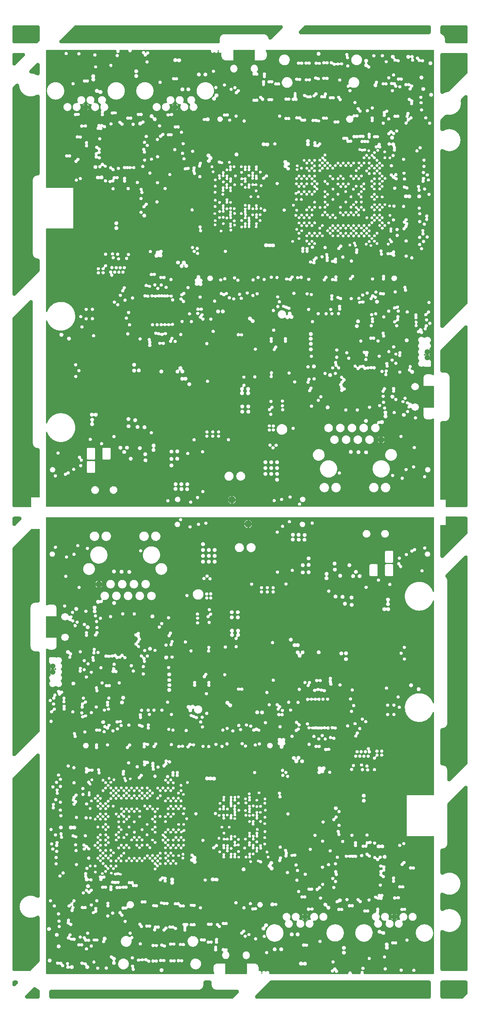
<source format=gbr>
*
%FSLAX45Y45*%
%MOMM*%
%ADD10C,3.332000*%
%ADD11C,0.502920*%
%ADD12C,0.639597*%
%ADD13C,1.300000*%
%ADD14C,0.640080*%
%ADD15C,1.300480*%
%ADD16C,1.427480*%
%ADD17C,1.554480*%
%ADD18C,0.665000*%
%ADD19C,0.411000*%
%ADD20C,0.120000*%
%IPPOS*%
%LNl4s_lev.gbr*%
%LPD*%
%SRX1Y1I0J0*%
G01*
G75*
G36*
X004470479Y000722986D02*
Y000710998D01*
G03X004490754Y000656309I000083948J000000020D01*
G02X004482873Y000639165I-000007884J-000006759D01*
G01X000842212D01*
G02X000836600Y000644778I000000388J000006000D01*
G01Y000874991D01*
X001048998D01*
X001049004D01*
G03X001110503Y000847421I000036645J-000000635D01*
G02X001125654Y000846303I000007054J-000007621D01*
G03X001149396Y000832931I000028570J000022964D01*
G02X001158364Y000821711I-000001389J-000010304D01*
G03X001231515Y000819103I000036506J-000003243D01*
G01X001231520D01*
X001288040D01*
X001288049D01*
X001288124D01*
G02X001284808Y000812432I-000010351J000000987D01*
G03X001340589Y000765899I000024776J-000027000D01*
G02X001357967Y000766194I000008786J-000005549D01*
G03X001438952Y000791566I000036717J000024738D01*
G01X001438957D01*
X001686570D01*
X001686600D01*
G03X001768581Y000766167I000044209J-000002310D01*
G01X001920217D01*
X001920223D01*
G03X001920217Y000765531I000036645J-000000635D01*
G03X001993513Y000766167I000036651J000000000D01*
G01X001993519D01*
X002105668D01*
G03X002178933Y000768300I000036620J000001499D01*
G01X002178939D01*
X002436601D01*
G03X002624719Y000809340I000079169J000088773D01*
G01X002677564D01*
X002677570D01*
G03X002696348Y000776702I000036649J-000000635D01*
G02X002699714Y000761556I-000005062J-000009073D01*
G03X002692809Y000740132I000029749J-000021413D01*
G03X002761855Y000722986I000036653J000000006D01*
G01X003299869D01*
X003299874D01*
G03X003299869Y000722351I000044266J-000000631D01*
G03X003388406Y000722986I000044271J000000000D01*
G01X003388411D01*
X004470479D01*
G37*
G36*
X000836600Y000873721D02*
Y000930860D01*
X000868657D01*
X000868662D01*
G03X000868657Y000930225I000044266J-000000631D01*
G03X000957194Y000930860I000044271J000000000D01*
G01X000957199D01*
X001856757D01*
G02X001857325Y000930510I000000000J-000000635D01*
G03X001836829Y000897611I000016155J-000032898D01*
G03X001836835Y000896977I000036651J000000000D01*
G01X001836829D01*
X001640292D01*
G03X001576381Y000871839I-000027262J-000024502D01*
G01X001576376D01*
X001335069D01*
G03X001263229Y000860989I-000035197J-000010216D01*
G01X001263224D01*
X001191540D01*
G02X001190732Y000866019I000009549J000004114D01*
G03X001129373Y000896189I-000036490J000003267D01*
G02X001114222Y000897307I-000007054J000007621D01*
G03X001049004Y000873721I-000028574J-000022951D01*
G01X001048998D01*
X000836600D01*
G37*
G36*
Y000929590D02*
Y001010165D01*
X002216597D01*
X002216616D01*
G03X002253254Y000972873I000036646J-000000641D01*
G03X002255309Y000972921I000000167J000036651D01*
G02X002266173Y000964134I000000601J-000010367D01*
G03X002287290Y000932817I000043758J000006727D01*
G02X002287298Y000914938I-000005276J-000008942D01*
G03X002270477Y000896977I000022630J-000038051D01*
G01X001910131D01*
X001910125D01*
G03X001855573Y000929590I-000036645J000000635D01*
G01X000957199D01*
X000957194D01*
G03X000868657Y000930225I-000044266J000000635D01*
G03X000868662Y000929590I000044271J-000000004D01*
G01X000868657D01*
X000836600D01*
G37*
G36*
Y001008895D02*
Y001185267D01*
X001676809D01*
X001676814D01*
G03X001676809Y001184631I000036645J-000000635D01*
G03X001742285Y001161996I000036651J000000000D01*
G01X004483079D01*
X004483085D01*
G03X004556379Y001161365I000036644J-000000635D01*
G03X004556373Y001162000I-000036626J000000000D01*
G01X004556379D01*
X004648448D01*
G03X004680655Y001130039I000036377J000004448D01*
G02X004686453Y001112027I-000001189J-000010322D01*
G03X004660496Y001053492I000052981J-000058517D01*
G01Y001038505D01*
G03X004678992Y000987731I000078942J000000000D01*
G01X004678464D01*
X002745486D01*
X002745480D01*
G03X002672184Y000988365I-000036645J000000635D01*
G03X002672190Y000987731I000036651J000000000D01*
G01X002672184D01*
X002350861D01*
G03X002300225Y001014055I-000040930J-000016868D01*
G02X002288086Y001020955I-000002261J000010151D01*
G03X002216616Y001008895I-000034823J-000011430D01*
G01X002216597D01*
X000836600D01*
G37*
G36*
Y001183997D02*
Y001239013D01*
X001064669D01*
X001064674D01*
G03X001064669Y001238378I000044266J-000000631D01*
G03X001153206Y001239013I000044271J000000000D01*
G01X001153211D01*
X001532203D01*
G03X001571467Y001244295I000015521J000033198D01*
G02X001584928Y001244308I000006738J-000007924D01*
G03X001634534Y001246227I000023761J000027903D01*
G01X001780949D01*
X001780955D01*
G03X001780949Y001245592I000036645J-000000635D01*
G03X001854245Y001246227I000036651J000000000D01*
G01X001854250D01*
X002512707D01*
G03X002682478Y001294486I000063078J000100845D01*
G01X002845209D01*
X002845215D01*
G03X002845209Y001293852I000036645J-000000635D01*
G03X002892882Y001258898I000036651J000000000D01*
G01X003122680D01*
X003122686D01*
G03X003188036Y001235482I000036643J-000000635D01*
G02X003204345Y001235526I000008172J-000006426D01*
G03X003269684Y001258955I000028697J000022794D01*
G01X003269689D01*
X003313125D01*
G03X003363318Y001232293I000035948J000007097D01*
G02X003376165Y001228261I000004056J-000009559D01*
G03X003443858Y001248366I000031051J000019467D01*
G01X003740030D01*
G03X003777992Y001254203I000014240J000033756D01*
G02X003792567Y001253102I000006733J-000007900D01*
G03X003856931Y001277702I000027723J000023965D01*
G01X003856935D01*
X003929145D01*
G03X004114020Y001267308I000096629J000069362D01*
G01X006396132D01*
X006396137D01*
G03X006456522Y001238758I000036642J-000000635D01*
G02X006469982Y001238771I000006738J-000007924D01*
G03X006530388Y001267311I000023761J000027903D01*
G01X008196680D01*
G03X008208619Y001248703I000042048J000013844D01*
G02X008208946Y001240292I-000004037J-000004368D01*
G03X008197103Y001206857I000032314J-000030260D01*
G01X008197070D01*
X008197054D01*
X007350811D01*
X007350806D01*
G03X007262269Y001207492I-000044266J000000635D01*
G03X007262274Y001206857I000044271J-000000004D01*
G01X007262269D01*
X005975284D01*
G03X005900829Y001174472I-000030184J-000032385D01*
G03X005900834Y001173837I000044271J-000000004D01*
G01X005900829D01*
X005847131D01*
X005847126D01*
G03X005758589Y001174472I-000044266J000000635D01*
G03X005758594Y001173837I000044271J-000000004D01*
G01X005758589D01*
X004784220D01*
G03X004723590Y001193486I-000035892J-000007382D01*
G02X004709571Y001193481I-000007012J000007655D01*
G03X004648177Y001166445I-000024744J-000027036D01*
G03X004648183Y001165810I000036648J000000000D01*
G01X004648177D01*
X004556108D01*
G03X004547643Y001185107I-000036356J-000004443D01*
G02X004547630Y001198567I000007924J000006738D01*
G03X004491813Y001198583I-000027902J000023758D01*
G02X004491826Y001185123I-000007924J-000006738D01*
G03X004490905Y001183997I000027902J-000023762D01*
G01X001750111D01*
X001750105D01*
G03X001676809Y001184631I-000036645J000000635D01*
G03X001676814Y001183997I000036651J000000000D01*
G01X001676809D01*
X000836600D01*
G37*
G36*
Y001237743D02*
Y001424025D01*
X001283111D01*
X001283116D01*
G03X001319760Y001386741I000036643J-000000635D01*
G03X001334620Y001389888I-000000000J000036651D01*
G02X001348810Y001383298I000004214J-000009498D01*
G03X001407713Y001365707I000035158J000010313D01*
G02X001421174Y001365720I000006738J-000007924D01*
G03X001481573Y001394258I000023758J000027902D01*
G01X001481579D01*
X001646894D01*
G03X001654765Y001390874I000018313J000031754D01*
G02X001662057Y001379206I-000002949J-000009955D01*
G03X001721962Y001345260I000036150J-000006035D01*
G02X001735423Y001345273I000006738J-000007924D01*
G03X001795822Y001373811I000023758J000027902D01*
G01X001795828D01*
X001841936D01*
G03X001902302Y001347216I000036623J000001320D01*
G02X001915763Y001347229I000006738J-000007924D01*
G03X001955886Y001342338I000023761J000027903D01*
G01X002047650D01*
X002047655D01*
G03X002120950Y001341704I000036645J-000000635D01*
G03X002120460Y001347706I-000036651J000000026D01*
G01X002120554D01*
X002120565D01*
X002456838D01*
X002456839D01*
G03X002514276Y001245262I000118946J-000000635D01*
G02X002513733Y001244957I-000000543J000000330D01*
G01X001854250D01*
X001854245D01*
G03X001791755Y001271578I-000036645J000000635D01*
G01X001645333D01*
G03X001608685Y001308862I-000036644J000000634D01*
G03X001584943Y001300126I-000000002J-000036626D01*
G02X001571482Y001300113I-000006738J000007924D01*
G03X001511082Y001271576I-000023758J-000027902D01*
G01X001511077D01*
X001138228D01*
G03X001064669Y001238378I-000029288J-000033198D01*
G03X001064674Y001237743I000044271J-000000004D01*
G01X001064669D01*
X000836600D01*
G37*
G36*
Y001422754D02*
Y001489660D01*
X001023597D01*
X001023602D01*
G03X001023597Y001489025I000044266J-000000631D01*
G03X001112134Y001489660I000044271J000000000D01*
G01X001112139D01*
X001317822D01*
X001317823D01*
X001317828D01*
G03X001321052Y001473968I000036628J-000000653D01*
G02X001313392Y001459481I-000009466J-000004264D01*
G03X001283116Y001422754I000006368J-000036092D01*
G01X001283111D01*
X000836600D01*
G37*
G36*
Y001488390D02*
Y001616660D01*
X000853417D01*
X000853422D01*
G03X000853417Y001616025I000044266J-000000631D01*
G03X000937543Y001596750I000044271J000000000D01*
G01X003157616D01*
X003157622D01*
G03X003230887Y001594331I000036652J-000000635D01*
G01X003360958D01*
X003360963D01*
G03X003397607Y001557047I000036643J-000000635D01*
G03X003434135Y001590763I-000000003J000036648D01*
G02X003443664Y001600299I000010361J-000000823D01*
G03X003477380Y001637465I-000002926J000036531D01*
G01X003477386D01*
X003493997D01*
G03X003548120Y001630045I000030380J000020495D01*
G02X003561581Y001630058I000006738J-000007924D01*
G03X003599979Y001624360I000023766J000027925D01*
G02X003614014Y001618026I000004148J-000009525D01*
G03X003685606Y001629763I000034938J000011102D01*
G01X003685612D01*
X003821228D01*
G03X003824224Y001625710I000030887J000019699D01*
G02X003824237Y001612248I-000007924J-000006738D01*
G03X003880055Y001612233I000027902J-000023758D01*
G02X003880042Y001625694I000007924J000006738D01*
G03X003880974Y001626834I-000027901J000023754D01*
G01X005516864D01*
X005516868D01*
G03X005603384Y001639403I000044263J-000000635D01*
G02X005613698Y001652881I000009907J000003104D01*
G03X005659743Y001697748I000001782J000044232D01*
G01X005659748D01*
X005712756D01*
G02X005713314Y001697416I000000000J-000000635D01*
G03X005617616Y001569342I000090511J-000167421D01*
G01X005167020D01*
X005167014D01*
G03X005093841Y001572910I-000036643J000000635D01*
G02X005084312Y001563374I-000010360J000000823D01*
G03X005050596Y001526208I000002927J-000036531D01*
G01X005050592D01*
X002697063D01*
G03X002623797Y001524585I-000036615J-000001623D01*
G01X002623798Y001524356D01*
X002623793D01*
X001775511D01*
X001775505D01*
G03X001702209Y001524991I-000036645J000000635D01*
G03X001702214Y001524356I000036651J000000000D01*
G01X001702209D01*
X001364072D01*
G03X001317828Y001488390I-000009616J-000035349D01*
G01X001317823D01*
X001317822D01*
X001112139D01*
X001112134D01*
G03X001023597Y001489025I-000044266J000000635D01*
G03X001023602Y001488390I000044271J-000000004D01*
G01X001023597D01*
X000836600D01*
G37*
G36*
Y001615390D02*
Y001670000D01*
X001084557D01*
X001084563D01*
G03X001084557Y001669365I000036645J-000000635D01*
G03X001157853Y001670000I000036651J000000000D01*
G01X001157859D01*
X002871574D01*
X002871590D01*
X002871595D01*
G03X002944876Y001668908I000036632J-000001092D01*
G03X002944870Y001669542I-000036673J000000000D01*
G01X002944876D01*
X002988617D01*
G03X003047867Y001650695I000035507J000009068D01*
G02X003061328Y001650708I000006738J-000007924D01*
G03X003121734Y001679248I000023761J000027903D01*
G01X003181664D01*
X003181687D01*
X003182119D01*
G03X003179358Y001641221I000029833J-000021279D01*
G02X003175462Y001627577I-000009232J-000004742D01*
G03X003163093Y001615390I000018811J-000031462D01*
G01X000941959D01*
X000941954D01*
G03X000853417Y001616025I-000044266J000000635D01*
G03X000853422Y001615390I000044271J-000000004D01*
G01X000853417D01*
X000836600D01*
G37*
G36*
Y001668730D02*
Y001749145D01*
X001280570D01*
X001280575D01*
G03X001317219Y001711860I000036644J-000000635D01*
G03X001325381Y001712785I-000000018J000036652D01*
G02X001337737Y001705417I000002337J-000010125D01*
G03X001409746Y001715689I000035363J000009637D01*
G01X001409752D01*
X002837133D01*
G03X002864114Y001683717I000036491J000003424D01*
G02X002871770Y001672644I-000002676J-000010034D01*
G03X002871579Y001668730I000036458J-000003736D01*
G01X002871574D01*
X001157859D01*
X001157853D01*
G03X001084557Y001669365I-000036645J000000635D01*
G03X001084563Y001668730I000036651J000000000D01*
G01X001084557D01*
X000836600D01*
G37*
G36*
Y001747875D02*
Y001787247D01*
X001079909D01*
X001079915D01*
G03X001079909Y001786611I000036645J-000000635D01*
G03X001153205Y001787247I000036651J000000000D01*
G01X001153211D01*
X001293103D01*
G02X001291451Y001774571I-000008953J-000005279D01*
G03X001280575Y001747875I000025768J-000026061D01*
G01X001280570D01*
X000836600D01*
G37*
G36*
Y001785977D02*
Y001899006D01*
X002139089D01*
X002139095D01*
G03X002139089Y001898372I000036645J-000000635D01*
G03X002212385Y001899006I000036651J000000000D01*
G01X002212390D01*
X002450502D01*
G03X002491981Y001880640I000032398J000017146D01*
G01X005973371D01*
X005973374D01*
G03X006034277Y001796677I000087454J-000000635D01*
G02X006039684Y001780896I-000003146J-000009894D01*
G01X002590419D01*
X002590413D01*
G03X002517117Y001781531I-000036645J000000635D01*
G03X002517123Y001780896I000036651J000000000D01*
G01X002517117D01*
X001346569D01*
X001346554D01*
X001346194D01*
G02X001348069Y001783412I000009176J-000004882D01*
G03X001292579Y001788048I-000025760J000026067D01*
G02X001293739Y001785977I-000008430J-000006080D01*
G01X001293448D01*
X001153211D01*
X001153205D01*
G03X001079909Y001786611I-000036645J000000635D01*
G03X001079915Y001785977I000036651J000000000D01*
G01X001079909D01*
X000836600D01*
G37*
G36*
Y001897737D02*
Y001944320D01*
X001069317D01*
X001069323D01*
G03X001069317Y001943685I000036645J-000000635D01*
G03X001142613Y001944320I000036651J000000000D01*
G01X001142619D01*
X001835891D01*
G03X001897407Y001957065I000026926J000024869D01*
G02X001899704Y001960830I000009802J-000003399D01*
G01X002246785D01*
X002246791D01*
G03X002246785Y001960195I000036645J-000000635D01*
G03X002320081Y001960830I000036651J000000000D01*
G01X002320086D01*
X002405790D01*
G03X002437490Y001934207I000035306J000009854D01*
G02X002446739Y001922156I-000000991J-000010336D01*
G03X002451206Y001897737I000036160J-000006003D01*
G01X002450846D01*
X002212390D01*
X002212385D01*
G03X002139089Y001898372I-000036645J000000635D01*
G03X002139095Y001897737I000036651J000000000D01*
G01X002139089D01*
X000836600D01*
G37*
G36*
Y001943050D02*
Y002117040D01*
X000977877D01*
X000977883D01*
G03X000977877Y002116405I000036645J-000000635D01*
G03X001051173Y002117040I000036651J000000000D01*
G01X001051179D01*
X001297917D01*
X001297923D01*
G03X001371170Y002114502I000036646J-000000635D01*
G02X001384085Y002124031I000010366J-000000533D01*
G03X001388113Y002123254I000008951J000035554D01*
G02X001394129Y002105645I-000001351J-000010294D01*
G03X001386662Y002064895I000025990J-000025821D01*
G02X001382358Y002051656I-000009495J-000004232D01*
G03X001434087Y002034794I000018258J-000031766D01*
G02X001438379Y002048025I000009495J000004232D01*
G03X001456727Y002081886I-000018243J000031786D01*
G01X001456758D01*
X001586261D01*
X001586266D01*
G03X001646651Y002053336I000036642J-000000635D01*
G02X001660112Y002053349I000006738J-000007924D01*
G03X001720517Y002081889I000023761J000027903D01*
G01X001884944D01*
X001885377D01*
G03X001887525Y002037189I000030064J-000020957D01*
G02X001887525Y002023713I-000007924J-000006738D01*
G03X001880839Y002012074I000027893J-000023762D01*
G02X001869230Y002005276I-000009796J000003418D01*
G03X001826169Y001968554I-000006413J-000036088D01*
G01X001826164D01*
X001132891D01*
G03X001069317Y001943685I-000026923J-000024869D01*
G03X001069323Y001943050I000036651J000000000D01*
G01X001069317D01*
X000836600D01*
G37*
G36*
Y002115770D02*
Y002231340D01*
X000894057D01*
X000894063D01*
G03X000894057Y002230705I000036645J-000000635D01*
G03X000967353Y002231340I000036651J000000000D01*
G01X000967359D01*
X001404691D01*
X001404702D01*
X001404746D01*
G03X001408868Y002211011I000036520J-000003178D01*
G02X001398212Y002195870I-000009172J-000004866D01*
G03X001356386Y002161488I-000005220J-000036281D01*
G02X001343471Y002151959I-000010366J000000532D01*
G03X001297923Y002115770I-000008902J-000035554D01*
G01X001297917D01*
X001051179D01*
X001051173D01*
G03X000977877Y002116405I-000036645J000000635D01*
G03X000977883Y002115770I000036651J000000000D01*
G01X000977877D01*
X000836600D01*
G37*
G36*
Y002230070D02*
Y002313026D01*
X006359048D01*
X006359053D01*
G03X006419438Y002284476I000036642J-000000635D01*
G02X006432898Y002284489I000006738J-000007924D01*
G03X006485486Y002289760I000023761J000027903D01*
G01X006762346D01*
X006762352D01*
G03X006762346Y002289125I000036645J-000000635D01*
G03X006835642Y002289760I000036651J000000000D01*
G01X006835648D01*
X007359843D01*
G02X007360432Y002289363I000000000J-000000635D01*
G03X007337225Y002255267I000013443J-000034096D01*
G03X007337230Y002254632I000036651J000000000D01*
G01X007337225D01*
X007261496D01*
G03X007220180Y002283002I-000041317J-000015901D01*
G03X007177801Y002251507I000000005J-000044267D01*
G02X007165927Y002244293I-000009948J000002996D01*
G03X007122564Y002207624I-000006714J-000036034D01*
G01X007122558D01*
X004989114D01*
G03X004923640Y002184985I-000028823J-000022639D01*
G03X004923646Y002184350I000036651J000000000D01*
G01X004923640D01*
X003737386D01*
G03X003681738Y002194206I-000031894J-000018053D01*
G02X003668278Y002194193I-000006738J000007924D01*
G03X003608008Y002169440I-000023758J-000027902D01*
G01X003499583D01*
X003499578D01*
G03X003439194Y002197991I-000036641J000000635D01*
G02X003425733Y002197977I-000006738J000007924D01*
G03X003384577Y002202334I-000023760J-000027890D01*
G02X003371400Y002205125I-000004948J000009142D01*
G03X003312111Y002203530I-000029066J-000022326D01*
G01X003021251D01*
G03X002984603Y002240813I-000036644J000000634D01*
G03X002960861Y002232077I-000000002J-000036626D01*
G02X002947400Y002232064I-000006738J000007924D01*
G03X002898136Y002230477I-000023758J-000027902D01*
G01X001974596D01*
X001974590D01*
G03X001901294Y002231111I-000036645J000000635D01*
G03X001901300Y002230477I000036651J000000000D01*
G01X001901294D01*
X001477852D01*
G03X001404658Y002230070I-000036585J-000002315D01*
G01X000967359D01*
X000967353D01*
G03X000894057Y002230705I-000036645J000000635D01*
G03X000894063Y002230070I000036651J000000000D01*
G01X000894057D01*
X000836600D01*
G37*
G36*
Y002311756D02*
Y002401520D01*
X001607797D01*
X001607803D01*
G03X001607797Y002400885I000036645J-000000635D01*
G03X001681093Y002401520I000036651J000000000D01*
G01X001681099D01*
X001734298D01*
G03X001805534Y002412573I000034604J000012062D01*
G02X001816309Y002422678I000010391J-000000282D01*
G03X001837611Y002428596I000001299J000036624D01*
G01X006286477D01*
X006286483D01*
G03X006286477Y002427962I000036645J-000000635D01*
G03X006359773Y002428596I000036651J000000000D01*
G01X006359779D01*
X009263154D01*
Y002342234D01*
X008171212D01*
X008171206D01*
G03X008110604Y002370601I-000036643J000000635D01*
G02X008102449Y002370925I-000003906J000004477D01*
G03X008045675Y002325048I-000026291J-000025532D01*
G02X008042882Y002316205I-000004922J-000003308D01*
G03X008042124Y002315902I000013249J-000034188D01*
G02X008028676Y002321512I-000003872J000009641D01*
G03X007958217Y002306683I-000033803J-000014194D01*
G01X007958212D01*
X006831168D01*
G03X006770170Y002311759I-000032171J-000017558D01*
G01X006493304D01*
G03X006456656Y002349042I-000036644J000000634D01*
G03X006432914Y002340307I-000000002J-000036626D01*
G02X006419453Y002340294I-000006738J000007924D01*
G03X006359053Y002311756I-000023758J-000027902D01*
G01X006359048D01*
X000836600D01*
G37*
G36*
Y002400250D02*
Y002457379D01*
X001676441D01*
X001676446D01*
G03X001720004Y002420772I000036628J-000000635D01*
G02X001732329Y002411266I000001958J-000010204D01*
G03X001734767Y002400250I000036573J000002316D01*
G01X001734535D01*
X001734516D01*
X001681099D01*
X001681093D01*
G03X001607797Y002400885I-000036645J000000635D01*
G03X001607803Y002400250I000036651J000000000D01*
G01X001607797D01*
X000836600D01*
G37*
G36*
Y002456109D02*
Y002546707D01*
X001702209D01*
X001702213D01*
G03X001702209Y002546072I000044266J-000000631D01*
G03X001785693Y002525523I000044271J000000000D01*
G01X002028145D01*
X002028151D01*
G03X002088535Y002496972I000036641J-000000635D01*
G02X002101996Y002496986I000006738J-000007924D01*
G03X002162401Y002525526I000023761J000027903D01*
G01X002208609D01*
G03X002216303Y002510442I000035609J000008660D01*
G02X002216316Y002496981I-000007924J-000006738D01*
G03X002207575Y002472586I000027903J-000023761D01*
G01X002207570D01*
X001851763D01*
G03X001780974Y002460319I-000034156J-000013283D01*
G02X001770199Y002450211I-000010391J000000281D01*
G03X001768906Y002450236I-000001334J-000036627D01*
G03X001761958Y002449578I-000000036J-000036652D01*
G02X001749633Y002459083I-000001958J000010204D01*
G03X001676446Y002456109I-000036559J-000002339D01*
G01X001676441D01*
X000836600D01*
G37*
G36*
Y002545436D02*
Y002630122D01*
X002240250D01*
X002240256D01*
G03X002299870Y002600911I000036653J-000000635D01*
G02X002313409Y002600437I000006494J-000008104D01*
G03X002362042Y002599436I000024880J000026890D01*
G02X002375502Y002599449I000006738J-000007924D01*
G03X002435766Y002624125I000023758J000027902D01*
G01X002606456D01*
X002606461D01*
G03X002667197Y002595883I000036639J-000000635D01*
G02X002680891Y002595893I000006853J-000007826D01*
G03X002693532Y002588669I000024140J000027569D01*
G02X002699678Y002574390I-000003261J-000009865D01*
G03X002724556Y002523063I000033150J-000015625D01*
G02X002723939Y002522577I-000000617J000000149D01*
G01X002608628D01*
X002608622D01*
G03X002548238Y002551127I-000036642J000000635D01*
G02X002534777Y002551114I-000006738J000007924D01*
G03X002481190Y002544508I-000023761J-000027903D01*
G02X002465474Y002543065I-000008476J000006009D01*
G03X002439900Y002553462I-000025573J-000026255D01*
G03X002416158Y002544726I-000000002J-000036626D01*
G02X002402697Y002544713I-000006738J000007924D01*
G03X002342297Y002516176I-000023758J-000027902D01*
G01X002342292D01*
X002276484D01*
X002276134D01*
G03X002208942Y002524256I-000031916J000018010D01*
G01X002208770D01*
X002162401D01*
G03X002125752Y002561538I-000036644J000000634D01*
G03X002102011Y002552803I-000000002J-000036626D01*
G02X002088550Y002552790I-000006738J000007924D01*
G03X002034448Y002545436I-000023758J-000027902D01*
G01X001790751D01*
X001790746D01*
G03X001702209Y002546072I-000044266J000000635D01*
G03X001702213Y002545436I000044271J-000000004D01*
G01X001702209D01*
X000836600D01*
G37*
G36*
Y002628852D02*
Y002767534D01*
X001100255D01*
X001100260D01*
G03X001100255Y002766899I000036645J-000000635D01*
G03X001172240Y002757167I000036651J000000000D01*
G01X001658724D01*
X001658729D01*
G03X001677537Y002724522I000036634J-000000635D01*
G02X001681794Y002710881I-000005070J-000009066D01*
G03X001759025Y002667820I000039670J-000019640D01*
G02X001777162Y002666929I000008821J-000005493D01*
G03X001846628Y002683867I000032823J000016304D01*
G01X001846634D01*
X001989375D01*
G03X002061426Y002683460I000036064J000006570D01*
G01X003281657D01*
X003281663D01*
G03X003318308Y002646174I000036645J-000000635D01*
G03X003354885Y002680325I-000000006J000036670D01*
G02X003364580Y002689985I000010360J-000000702D01*
G03X003380957Y002695031I-000002305J000036579D01*
G02X003394220Y002692773I000005303J-000008931D01*
G02X003394771Y002678817I-000007434J-000007283D01*
G03X003459532Y002655927I000028111J-000023525D01*
G01X003459537D01*
X003545492D01*
G02X003543833Y002650882I-000005873J-000000864D01*
G03X003605022Y002586940I000031450J-000031152D01*
G01X006809717D01*
X006809723D01*
G03X006809717Y002586305I000036645J-000000635D01*
G03X006822920Y002558137I000036651J000000000D01*
G01X006822177D01*
X002830446D01*
X002830441D01*
G03X002770056Y002586687I-000036642J000000635D01*
G02X002756587Y002586681I-000006738J000007924D01*
G03X002744320Y002593588I-000023778J-000027882D01*
G02X002738160Y002607872I000003247J000009870D01*
G03X002680903Y002651098I-000033145J000015632D01*
G02X002667208Y002651088I-000006853J000007825D01*
G03X002606598Y002626717I-000024108J-000027597D01*
G01X002435908D01*
X002435902D01*
G03X002375518Y002655267I-000036642J000000635D01*
G02X002362057Y002655254I-000006738J000007924D01*
G03X002315338Y002655925I-000023766J-000027928D01*
G02X002301798Y002656399I-000006494J000008104D01*
G03X002240256Y002628852I-000024890J-000026913D01*
G01X002240250D01*
X000836600D01*
G37*
G36*
Y002766264D02*
Y002833320D01*
X001168377D01*
X001168383D01*
G03X001168377Y002832685I000036645J-000000635D01*
G03X001241673Y002833320I000036651J000000000D01*
G01X001241679D01*
X001662011D01*
X001662037D01*
X001662320D01*
G03X001667460Y002793754I000033055J-000015823D01*
G02X001667460Y002780278I-000007924J-000006738D01*
G03X001660040Y002766264I000027903J-000023746D01*
G01X001173556D01*
X001173551D01*
G03X001100255Y002766899I-000036645J000000635D01*
G03X001100260Y002766264I000036651J000000000D01*
G01X001100255D01*
X000836600D01*
G37*
G36*
Y002832050D02*
Y002934844D01*
X001686461D01*
X001686466D01*
G03X001686461Y002934209I000036645J-000000635D01*
G03X001759757Y002934844I000036651J000000000D01*
G01X001759762D01*
X002149586D01*
X002149597D01*
X002149691D01*
G03X002212396Y002930245I000031137J-000005234D01*
G01X002212403D01*
X002267512D01*
X002267518D01*
G03X002267512Y002929612I000031565J-000000628D01*
G03X002329732Y002922042I000031571J000000000D01*
G01X003172615D01*
X003172622D01*
G03X003172615Y002921407I000031564J-000000641D01*
G03X003234449Y002912416I000031571J000000000D01*
G01X005082898D01*
X005082903D01*
G03X005082898Y002911780I000044266J-000000631D01*
G03X005114281Y002869427I000044271J000000000D01*
G02X005113675Y002868981I-000000606J000000189D01*
G01X002160321D01*
X002160314D01*
G03X002097179Y002869617I-000031564J000000635D01*
G03X002097186Y002868981I000031571J000000006D01*
G01X002097179D01*
X001933964D01*
G03X001874929Y002853412I-000027464J-000015570D01*
G03X001874935Y002852776I000031571J000000006D01*
G01X001874929D01*
X001705291D01*
G03X001661742Y002832050I-000009917J-000035280D01*
G01X001241679D01*
X001241673D01*
G03X001168377Y002832685I-000036645J000000635D01*
G03X001168383Y002832050I000036651J000000000D01*
G01X001168377D01*
X000836600D01*
G37*
G36*
Y002933574D02*
Y003033980D01*
X001015977D01*
X001015983D01*
G03X001015977Y003033345I000036645J-000000635D01*
G03X001085021Y003016200I000036651J000000000D01*
G01X001458369D01*
X001458375D01*
G03X001458369Y003015565I000036645J-000000635D01*
G03X001516886Y002986152I000036651J000000000D01*
G01X001762991D01*
X001762998D01*
G03X001762991Y002985517I000031564J-000000641D01*
G03X001826062Y002983409I000031571J000000000D01*
G01X001871475D01*
X001871481D01*
G03X001871475Y002982773I000031564J-000000641D01*
G03X001934610Y002983409I000031571J000000000D01*
G01X001934616D01*
X002098615D01*
X002098621D01*
G03X002138143Y002952219I000031568J-000000634D01*
G02X002150704Y002939068I000002640J-000010053D01*
G03X002149504Y002933574I000030125J-000009457D01*
G01X001759762D01*
X001759757D01*
G03X001686461Y002934209I-000036645J000000635D01*
G03X001686466Y002933574I000036651J000000000D01*
G01X001686461D01*
X000836600D01*
G37*
G36*
Y003032710D02*
Y003099766D01*
X001984657D01*
X001984664D01*
G03X001984657Y003099131I000031564J-000000641D01*
G03X002047721Y003096921I000031571J000000000D01*
G01X002212267D01*
X002212273D01*
G03X002212267Y003096286I000031564J-000000641D01*
G03X002275408Y003096286I000031571J000000000D01*
G01X002324077D01*
X002324084D01*
G03X002324077Y003095651I000031564J-000000641D01*
G03X002387180Y003094076I000031571J000000000D01*
G01X002432459D01*
X002432466D01*
G03X002432459Y003093442I000031564J-000000641D01*
G03X002495594Y003094076I000031571J000000000D01*
G01X002495600D01*
X002550568D01*
G03X002613482Y003097886I000031343J000003784D01*
G01X002613488D01*
X002663497D01*
X002663504D01*
G03X002663497Y003097252I000031564J-000000641D01*
G03X002726633Y003097886I000031571J000000000D01*
G01X002726639D01*
X002776623D01*
X002776630D01*
X002776629Y003097683D01*
G03X002839764Y003098318I000031571J000000000D01*
G01X002839771D01*
X002889774D01*
G03X002952873Y003097886I000031558J000000914D01*
G01X003116049D01*
X003116056D01*
G03X003116049Y003097252I000031564J-000000641D01*
G03X003179143Y003095524I000031571J000000000D01*
G01X003229181D01*
X003229187D01*
G03X003229181Y003094889I000031564J-000000641D01*
G03X003292316Y003095524I000031571J000000000D01*
G01X003292322D01*
X003455650D01*
G03X003518782Y003096540I000031568J000000381D01*
G01X003518789D01*
X003565756D01*
X003565763D01*
G03X003565756Y003095905I000031564J-000000641D01*
G03X003628891Y003096540I000031571J000000000D01*
G01X003628898D01*
X003967486D01*
G03X004009462Y003076550I000034553J000018489D01*
G02X004021718Y003067897I000001978J-000010205D01*
G03X004038975Y003038955I000043788J000006493D01*
G02X004038470Y003038705I-000000505J000000384D01*
G01X003689070D01*
X003689064D01*
G03X003625929Y003039340I-000031564J000000635D01*
G03X003625935Y003038705I000031571J000000006D01*
G01X003625929D01*
X003573856D01*
X003573850D01*
G03X003510714Y003039340I-000031564J000000635D01*
G03X003510721Y003038705I000031571J000000006D01*
G01X003510714D01*
X003461898D01*
X003461891D01*
G03X003398751Y003039009I-000031569J000000305D01*
G03X003398758Y003038374I000031571J000000006D01*
G01X003398751D01*
X003346997D01*
G03X003284223Y003033573I-000031203J-000004801D01*
G03X003284229Y003032939I000031571J000000006D01*
G01X003284223D01*
X003235650D01*
X003235631D01*
X003235580D01*
G03X003172747Y003038705I-000031376J000003327D01*
G01X002105711D01*
X002105704D01*
G03X002042569Y003039340I-000031564J000000635D01*
G03X002042575Y003038705I000031571J000000006D01*
G01X002042569D01*
X001523442D01*
G03X001462627Y003032710I-000028423J-000023140D01*
G01X001089279D01*
X001089273D01*
G03X001015977Y003033345I-000036645J000000635D01*
G03X001015983Y003032710I000036651J000000000D01*
G01X001015977D01*
X000836600D01*
G37*
G36*
Y003098496D02*
Y003171140D01*
X001015977D01*
X001015983D01*
G03X001015977Y003170505I000036645J-000000635D01*
G03X001086143Y003155671I000036651J000000000D01*
G01X001724409D01*
X001724414D01*
G03X001724409Y003155036I000036645J-000000635D01*
G03X001797694Y003153944I000036651J000000000D01*
G01X001928091D01*
X001928098D01*
G03X001928091Y003153309I000031564J-000000641D01*
G03X001991164Y003151227I000031571J000000000D01*
G01X002041223D01*
X002041229D01*
G03X002041223Y003150592I000031564J-000000641D01*
G03X002104358Y003151227I000031571J000000000D01*
G01X002104364D01*
X002157184D01*
G03X002219945Y003153640I000031256J000004445D01*
G01X002380643D01*
X002380650D01*
G03X002380643Y003153004I000031564J-000000641D01*
G03X002443784Y003152826I000031571J000000000D01*
G01X002606932D01*
X002606938D01*
G03X002606932Y003152192I000031564J-000000641D01*
G03X002670067Y003152826I000031571J000000000D01*
G01X002670073D01*
X002720063D01*
X002720070D01*
G03X002720063Y003152192I000031564J-000000641D01*
G03X002783198Y003152826I000031571J000000000D01*
G01X002783205D01*
X002833195D01*
X002833201D01*
G03X002833195Y003152192I000031564J-000000641D01*
G03X002896330Y003152826I000031571J000000000D01*
G01X002896336D01*
X002946327D01*
X002946333D01*
G03X002946327Y003152192I000031564J-000000641D01*
G03X003009462Y003152826I000031571J000000000D01*
G01X003009468D01*
X003060419D01*
X003060425D01*
G03X003060423Y003152471I000031569J-000000355D01*
G03X003123558Y003153106I000031571J000000000D01*
G01X003123565D01*
X003174977D01*
X003174984D01*
G03X003174977Y003152471I000031564J-000000641D01*
G03X003238108Y003151658I000031571J000000000D01*
G01X003285747D01*
X003285753D01*
G03X003285747Y003151023I000031564J-000000641D01*
G03X003348882Y003151658I000031571J000000000D01*
G01X003348888D01*
X003403583D01*
G03X003466143Y003156561I000031006J000005944D01*
G01X003775611D01*
X003775618D01*
G03X003775611Y003155925I000031564J-000000641D01*
G03X003838746Y003156561I000031571J000000000D01*
G01X003838752D01*
X004014571D01*
G02X004015066Y003156324I000000000J-000000635D01*
G02X004006992Y003153904I-000006763J000007885D01*
G03X003962855Y003114395I-000004953J-000038875D01*
G01X003962850D01*
X003622917D01*
G03X003565756Y003095905I-000025590J-000018489D01*
G03X003565763Y003095270I000031571J000000006D01*
G01X003565756D01*
X003518789D01*
X003518782D01*
G03X003455647Y003095905I-000031564J000000635D01*
G03X003455654Y003095270I000031571J000000006D01*
G01X003455647D01*
X003292320D01*
G03X003229228Y003096616I-000031568J-000000381D01*
G01X003179191D01*
X003179184D01*
G03X003116078Y003098597I-000031564J000000635D01*
G01X002952902D01*
X002952896D01*
G03X002889761Y003099233I-000031564J000000635D01*
G03X002889767Y003098597I000031571J000000006D01*
G01X002889761D01*
X002839757D01*
G03X002776629Y003097683I-000031558J-000000914D01*
G03X002776635Y003097048I000031571J000000006D01*
G01X002776629D01*
X002726645D01*
X002726638D01*
G03X002663497Y003097252I-000031570J000000203D01*
G01Y003097226D01*
X002663491D01*
X002613482D01*
X002613476D01*
G03X002550340Y003097861I-000031564J000000635D01*
G03X002550347Y003097226I000031571J000000006D01*
G01X002550340D01*
X002495373D01*
G03X002432498Y003095016I-000031343J-000003784D01*
G01X002387219D01*
X002387212D01*
G03X002324077Y003095651I-000031564J000000635D01*
G01X002275408D01*
X002275402D01*
G03X002212344Y003098496I-000031564J000000635D01*
G01X002047799D01*
X002047792D01*
G03X001984657Y003099131I-000031564J000000635D01*
G03X001984664Y003098496I000031571J000000006D01*
G01X001984657D01*
X000836600D01*
G37*
G36*
Y003169870D02*
Y003209646D01*
X001984657D01*
X001984664D01*
G03X001984657Y003209011I000031564J-000000641D01*
G03X002047741Y003207106I000031571J000000000D01*
G01X002098474D01*
X002098481D01*
G03X002098474Y003206472I000031564J-000000641D01*
G03X002161610Y003207106I000031571J000000000D01*
G01X002161616D01*
X002211344D01*
G03X002273638Y003207106I000031147J000005156D01*
G01X002437209D01*
X002437215D01*
G03X002437209Y003206472I000031564J-000000641D01*
G03X002500344Y003207106I000031571J000000000D01*
G01X002500350D01*
X003004804D01*
G03X003067932Y003208377I000031564J000000635D01*
G01X003067939D01*
X003116289D01*
G03X003179130Y003210307I000031331J000003886D01*
G01X003228952D01*
X003228959D01*
G03X003228952Y003209672I000031564J-000000641D01*
G03X003292094Y003209672I000031571J000000000D01*
G01X003458391D01*
X003458397D01*
G03X003458391Y003209037I000031564J-000000641D01*
G03X003521526Y003209672I000031571J000000000D01*
G01X003521532D01*
X003566785D01*
G03X003629901Y003209672I000031558J000000889D01*
G01X003683689D01*
X003683695D01*
G03X003683689Y003209037I000031564J-000000641D01*
G03X003746824Y003209672I000031571J000000000D01*
G01X003746830D01*
X003801132D01*
G03X003843064Y003240126I000010368J000029820D01*
G01X003843070D01*
X003970993D01*
X003971016D01*
X003971419D01*
G03X004004536Y003179981I000033124J-000020952D01*
G03X004007799Y003180126I-000000112J000039191D01*
G02X004019008Y003168519I000000885J-000010362D01*
G03X004018689Y003164024I000043951J-000005383D01*
G02X004013629Y003155290I-000010386J000000185D01*
G01X003838752D01*
X003838746D01*
G03X003775628Y003156967I-000031564J000000635D01*
G01X003466160D01*
X003466154D01*
G03X003403018Y003157602I-000031564J000000635D01*
G03X003403025Y003156967I000031571J000000006D01*
G01X003403018D01*
X003348324D01*
G03X003285757Y003151836I-000031006J-000005944D01*
G01X003238119D01*
X003238112D01*
G03X003174977Y003152471I-000031564J000000635D01*
G03X003174984Y003151836I000031571J000000006D01*
G01X003174977D01*
X003123565D01*
X003123558D01*
G03X003060423Y003152471I-000031564J000000635D01*
G03X003060430Y003151836I000031571J000000006D01*
G01X003060423D01*
X003009472D01*
X003009466D01*
G03X002946327Y003152192I-000031569J000000355D01*
G03X002946333Y003151557I000031571J000000006D01*
G01X002946327D01*
X002896336D01*
X002896330D01*
G03X002833195Y003152192I-000031564J000000635D01*
G03X002833201Y003151557I000031571J000000006D01*
G01X002833195D01*
X002783205D01*
X002783198D01*
G03X002720063Y003152192I-000031564J000000635D01*
G03X002720070Y003151557I000031571J000000006D01*
G01X002720063D01*
X002670073D01*
X002670067D01*
G03X002606932Y003152369I-000031564J000000635D01*
G01X002443785D01*
X002443778D01*
G03X002380709Y003155036I-000031564J000000635D01*
G01X002220010D01*
X002220004D01*
G03X002156869Y003155671I-000031564J000000635D01*
G03X002156876Y003155036I000031571J000000006D01*
G01X002156869D01*
X002104050D01*
G03X002041291Y003152674I-000031256J-000004445D01*
G01X001991233D01*
X001991226D01*
G03X001928110Y003154402I-000031564J000000635D01*
G01X001797710D01*
X001797705D01*
G03X001727545Y003169870I-000036645J000000635D01*
G01X001089279D01*
X001089273D01*
G03X001015977Y003170505I-000036645J000000635D01*
G03X001015983Y003169870I000036651J000000000D01*
G01X001015977D01*
X000836600D01*
G37*
G36*
Y003208377D02*
Y003301874D01*
X001028677D01*
X001028683D01*
G03X001028677Y003301239I000036645J-000000635D01*
G03X001073891Y003265603I000036651J000000000D01*
G01X002040689D01*
X002040696D01*
G03X002040689Y003264968I000031564J-000000641D01*
G03X002103824Y003265603I000031571J000000000D01*
G01X002103831D01*
X002267815D01*
G03X002329876Y003263012I000031267J000004369D01*
G01X002493775D01*
X002493781D01*
G03X002493775Y003262377I000031564J-000000641D01*
G03X002556910Y003263012I000031571J000000000D01*
G01X002556916D01*
X003283993D01*
X003283995D01*
X003283999D01*
G03X003283994Y003262427I000031565J-000000589D01*
G03X003347129Y003263063I000031571J000000000D01*
G01X003347136D01*
X003401724D01*
G03X003464757Y003266237I000031469J000002540D01*
G01X003464763D01*
X003513686D01*
X003513693D01*
G03X003513686Y003265603I000031564J-000000641D01*
G03X003576821Y003266237I000031571J000000000D01*
G01X003576828D01*
X003793743D01*
G02X003794282Y003265954I000000010J-000000635D01*
G03X003779929Y003239491I000017218J-000026463D01*
G03X003779936Y003238857I000031571J000000006D01*
G01X003779929D01*
X003725627D01*
G03X003683701Y003209926I-000010368J-000029820D01*
G01X003629914D01*
X003629907D01*
G03X003566772Y003210561I-000031564J000000635D01*
G03X003566779Y003209926I000031571J000000006D01*
G01X003566772D01*
X003521520D01*
G03X003458391Y003209037I-000031558J-000000889D01*
G01X003292094D01*
X003292087D01*
G03X003229013Y003211627I-000031564J000000635D01*
G01X003179191D01*
X003179184D01*
G03X003116049Y003212263I-000031564J000000635D01*
G03X003116056Y003211627I000031571J000000006D01*
G01X003116049D01*
X003067699D01*
G03X003004797Y003207741I-000031331J-000003886D01*
G03X003004804Y003207106I000031571J000000006D01*
G01X003004797D01*
X002500344D01*
G03X002437633Y003211627I-000031564J-000000635D01*
G01X002274062D01*
X002274055D01*
G03X002210920Y003212263I-000031564J000000635D01*
G03X002210927Y003211627I000031571J000000006D01*
G01X002210920D01*
X002161192D01*
G03X002098532Y003208377I-000031147J-000005156D01*
G01X002047799D01*
X002047792D01*
G03X001984657Y003209011I-000031564J000000635D01*
G03X001984664Y003208377I000031571J000000006D01*
G01X001984657D01*
X000836600D01*
G37*
G36*
Y003300604D02*
Y003354020D01*
X000944857D01*
X000944863D01*
G03X000944857Y003353385I000036645J-000000635D01*
G03X001018153Y003354020I000036651J000000000D01*
G01X001018159D01*
X001471063D01*
G02X001471638Y003353656I000000000J-000000635D01*
G03X001450317Y003320365I000015330J-000033291D01*
G03X001450323Y003319730I000036651J000000000D01*
G01X001450317D01*
X001096972D01*
G03X001028677Y003301239I-000031644J-000018491D01*
G03X001028683Y003300604I000036651J000000000D01*
G01X001028677D01*
X000836600D01*
G37*
G36*
Y003352750D02*
Y003463647D01*
X000919889D01*
X000919895D01*
G03X000919889Y003463011I000036645J-000000635D01*
G03X000972919Y003430224I000036651J000000000D01*
G01X001029106D01*
X001029112D01*
G03X001102410Y003429584I000036647J-000000635D01*
G03X001098803Y003445460I-000036649J000000021D01*
G01X001099089D01*
X001099112D01*
X001440589D01*
X001440595D01*
G03X001440589Y003444825I000036645J-000000635D01*
G03X001513219Y003437841I000036651J000000000D01*
G01X001620517D01*
X001620522D01*
G03X001667811Y003402140I000036641J-000000635D01*
G02X001680698Y003395403I000003005J-000009946D01*
G03X001681163Y003394084I000034800J000011507D01*
G02X001674060Y003386301I-000005576J-000002043D01*
G03X001645011Y003320018I-000009273J-000035443D01*
G02X001644479Y003319730I-000000531J000000348D01*
G01X001523619D01*
X001523613D01*
G03X001469807Y003352750I-000036645J000000635D01*
G01X001018159D01*
X001018153D01*
G03X000944857Y003353385I-000036645J000000635D01*
G03X000944863Y003352750I000036651J000000000D01*
G01X000944857D01*
X000836600D01*
G37*
G36*
Y003462377D02*
Y003549092D01*
X001984225D01*
X001984232D01*
G03X001984225Y003548457I000031564J-000000641D01*
G03X002047360Y003549092I000031571J000000000D01*
G01X002047367D01*
X002097205D01*
X002097211D01*
G03X002097205Y003548457I000031564J-000000641D01*
G03X002160340Y003549092I000031571J000000000D01*
G01X002160346D01*
X002328472D01*
X002328478D01*
G03X002328472Y003548457I000031564J-000000641D01*
G03X002391607Y003549092I000031571J000000000D01*
G01X002391613D01*
X002663590D01*
G03X002726585Y003549651I000031478J000002413D01*
G01X002775994D01*
X002776001D01*
G03X002775994Y003549016I000031564J-000000641D01*
G03X002839129Y003549651I000031571J000000000D01*
G01X002839135D01*
X002889849D01*
G03X002952767Y003549092I000031482J000002362D01*
G01X003116735D01*
X003116742D01*
G03X003116735Y003548457I000031564J-000000641D01*
G03X003179816Y003546501I000031571J000000000D01*
G01X003344243D01*
X003344249D01*
G03X003344243Y003545866I000031564J-000000641D01*
G03X003407378Y003546501I000031571J000000000D01*
G01X003407384D01*
X003455856D01*
G03X003518935Y003549016I000031515J000001880D01*
G01X003518941D01*
X003568523D01*
X003568526D01*
X003568530D01*
G03X003568525Y003548457I000031566J-000000562D01*
G03X003631626Y003546857I000031571J000000000D01*
G01X003683435D01*
X003683441D01*
G03X003683435Y003546222I000031564J-000000641D01*
G03X003746569Y003546857I000031571J000000000D01*
G01X003746576D01*
X003792974D01*
G03X003855486Y003542387I000031530J000001600D01*
G01X004206649D01*
X004206655D01*
G03X004206649Y003541751I000036645J-000000635D01*
G03X004279945Y003542387I000036651J000000000D01*
G01X004279951D01*
X004683228D01*
G03X004728252Y003551372I000018268J000025759D01*
G02X004746134Y003550913I000008806J-000005506D01*
G03X004773754Y003534666I000027618J000015350D01*
G03X004805305Y003566872I-000000013J000031571D01*
G01X004805312D01*
X004822703D01*
G03X004885283Y003561335I000031568J000000381D01*
G01X004983788D01*
X004983794D01*
G03X004983788Y003560700I000031564J-000000641D01*
G03X005046922Y003561335I000031571J000000000D01*
G01X005046929D01*
X005136512D01*
G03X005198576Y003565250I000030687J000007417D01*
G01X005306470D01*
X005306476D01*
G03X005356622Y003590138I000031565J-000000635D01*
G02X005356673Y003606978I000006106J000008402D01*
G03X005369810Y003631290I-000018405J000025651D01*
G01X005385218D01*
X005385225D01*
G03X005427399Y003600934I000031555J-000000635D01*
G01X005555389D01*
X005555395D01*
G03X005555389Y003600298I000031564J-000000641D01*
G03X005618524Y003600934I000031571J000000000D01*
G01X005618530D01*
X009263154D01*
Y003467456D01*
X008643671D01*
X008643665D01*
G03X008573405Y003482696I-000036645J000000635D01*
G01X008011211D01*
X008011205D01*
G03X007940111Y003495844I-000036645J000000635D01*
G01X007911655D01*
X007911649D01*
G03X007847468Y003520670I-000036647J000000635D01*
G02X007834148Y003518732I-000007799J000006859D01*
G03X007777991Y003487700I-000019505J-000031031D01*
G03X007784445Y003466927I000036651J-000000001D01*
G02X007777776Y003450822I-000008561J-000005889D01*
G03X007760598Y003442667I000006587J-000036046D01*
G02X007747136Y003442654I-000006739J000007924D01*
G03X007689344Y003428341I-000023758J-000027902D01*
G01X007595412D01*
X007595407D01*
G03X007595412Y003428975I-000036644J000000635D01*
G03X007586677Y003452717I-000036626J000000002D01*
G02X007586664Y003466178I000007924J000006738D01*
G03X007535017Y003517850I-000027902J000023758D01*
G01X007317359D01*
X007317353D01*
G03X007244328Y003522930I-000036645J000000635D01*
G01X006880530D01*
X006880524D01*
G03X006807228Y003523565I-000036645J000000635D01*
G03X006807234Y003522930I000036651J000000000D01*
G01X006807228D01*
X005441134D01*
G03X005382187Y003507208I-000027377J-000015722D01*
G03X005382193Y003506573I000031571J000000006D01*
G01X005382187D01*
X005285196D01*
G03X005231903Y003474364I-000029350J-000011632D01*
G02X005231272Y003460142I-000007884J-000006775D01*
G03X005221790Y003440577I000021932J-000022709D01*
G01X005044565D01*
X005044558D01*
G03X004983607Y003452758I-000031566J000000635D01*
G02X004965148Y003451029I-000009667J000003802D01*
G03X004956220Y003460299I-000026721J-000016801D01*
G02X004955782Y003477170I000005850J000008593D01*
G03X004905214Y003501719I-000019017J000025184D01*
G01X004905208D01*
X003458749D01*
G03X003397380Y003495472I-000030002J-000009827D01*
G01X003236214D01*
X003236207D01*
G03X003173072Y003496108I-000031564J000000635D01*
G03X003173079Y003495472I000031571J000000006D01*
G01X003173072D01*
X002219959D01*
G03X002157021Y003491891I-000031367J-000003581D01*
G03X002157028Y003491256I000031571J000000006D01*
G01X002157021D01*
X001988439D01*
X001988432D01*
G03X001925312Y003492837I-000031564J000000635D01*
G01X001108750D01*
X001108745D01*
G03X001042975Y003471237I-000036641J000000635D01*
G02X001044786Y003462377I-000008255J-000006303D01*
G01X000993190D01*
X000993185D01*
G03X000919889Y003463011I-000036645J000000635D01*
G03X000919895Y003462377I000036651J000000000D01*
G01X000919889D01*
X000836600D01*
G37*
G36*
Y003547822D02*
Y003661360D01*
X001003277D01*
X001003283D01*
G03X001003277Y003660725I000036645J-000000635D01*
G03X001076573Y003661360I000036651J000000000D01*
G01X001076579D01*
X001132294D01*
G03X001144960Y003652402I000027016J000024766D01*
G02X001147751Y003635036I-000004067J-000009561D01*
G03X001135357Y003607563I000024257J-000027474D01*
G03X001208652Y003608196I000036650J-000000002D01*
G01X001208657D01*
X001401576D01*
G03X001434878Y003604319I000020420J000030438D01*
G02X001447519Y003599765I000003632J-000009737D01*
G03X001513873Y003605658I000031824J000018185D01*
G01X001681118D01*
G03X001694138Y003605658I000006510J000036068D01*
G01X001930555D01*
X001930562D01*
G03X001930555Y003605023I000031564J-000000641D01*
G03X001993690Y003605658I000031571J000000000D01*
G01X001993697D01*
X002151535D01*
X002151541D01*
G03X002151535Y003605023I000031564J-000000641D01*
G03X002214670Y003605658I000031571J000000000D01*
G01X002214677D01*
X002380059D01*
X002380065D01*
G03X002380059Y003605023I000031564J-000000641D01*
G03X002442917Y003600806I000031571J000000000D01*
G01X002494689D01*
X002494695D01*
G03X002494689Y003600171I000031564J-000000641D01*
G03X002557824Y003600806I000031571J000000000D01*
G01X002557830D01*
X002722283D01*
G03X002784799Y003607665I000030951J000006223D01*
G01X002784805D01*
X002829353D01*
G03X002892469Y003609391I000031552J000001092D01*
G01X002892475D01*
X003396397D01*
X003396408D01*
X003396428D01*
G03X003396389Y003607793I000031533J-000001564D01*
G03X003459409Y003605658I000031547J000000028D01*
G01X003626894D01*
X003626901D01*
G03X003626894Y003605023I000031564J-000000641D01*
G03X003690029Y003605658I000031571J000000000D01*
G01X003690035D01*
X003736368D01*
X003736374D01*
G03X003736368Y003605023I000031564J-000000641D01*
G03X003793781Y003586887I000031571J000000000D01*
G01X004560954D01*
X004560960D01*
G03X004560954Y003586252I000031564J-000000641D01*
G03X004618820Y003568781I000031571J000000000D01*
G01X004669916D01*
X004669923D01*
G03X004684692Y003541408I000031573J-000000635D01*
G02X004684148Y003541116I-000000534J000000343D01*
G01X004279951D01*
X004279945D01*
G03X004207155Y003547822I-000036645J000000635D01*
G01X003856075D01*
X003856069D01*
G03X003792934Y003548457I-000031564J000000635D01*
G03X003792940Y003547822I000031571J000000006D01*
G01X003792934D01*
X003746536D01*
G03X003683475Y003547822I-000031530J-000001600D01*
G01X003631666D01*
X003631660D01*
G03X003568525Y003548457I-000031564J000000635D01*
G03X003568531Y003547822I000031571J000000006D01*
G01X003568525D01*
X003518943D01*
X003518940D01*
X003518936D01*
G03X003455800Y003548381I-000031566J000000559D01*
G03X003455806Y003547746I000031571J000000006D01*
G01X003455800D01*
X003407328D01*
G03X003344304Y003547822I-000031515J-000001880D01*
G01X003179877D01*
X003179870D01*
G03X003116871Y003551378I-000031564J000000635D01*
G01X002952902D01*
X002952896D01*
G03X002889761Y003552013I-000031564J000000635D01*
G03X002889767Y003551378I000031571J000000006D01*
G01X002889761D01*
X002839047D01*
G03X002776049Y003550870I-000031482J-000002362D01*
G01X002726639D01*
X002726633D01*
G03X002663497Y003551505I-000031564J000000635D01*
G03X002663504Y003550870I000031571J000000006D01*
G01X002663497D01*
X002391521D01*
G03X002328472Y003548457I-000031478J-000002413D01*
G03X002328478Y003547822I000031571J000000006D01*
G01X002328472D01*
X002160346D01*
X002160340D01*
G03X002097205Y003548457I-000031564J000000635D01*
G03X002097211Y003547822I000031571J000000006D01*
G01X002097205D01*
X002047367D01*
X002047360D01*
G03X001984225Y003548457I-000031564J000000635D01*
G03X001984232Y003547822I000031571J000000006D01*
G01X001984225D01*
X000836600D01*
G37*
G36*
Y003660090D02*
Y003778200D01*
X000906757D01*
X000906763D01*
G03X000906757Y003777565I000036645J-000000635D01*
G03X000980053Y003778200I000036651J000000000D01*
G01X000980059D01*
X001146473D01*
G03X001201470Y003821380I000010727J000042952D01*
G01X001201475D01*
X001328401D01*
X001328405D01*
G03X001401357Y003787033I000044262J-000000635D01*
G02X001415373Y003786562I000006751J-000007893D01*
G03X001457546Y003775381I000030959J000031644D01*
G01X002100430D01*
X002100437D01*
G03X002100430Y003774745I000031564J-000000641D01*
G03X002163565Y003775381I000031571J000000000D01*
G01X002163572D01*
X002436269D01*
X002436276D01*
G03X002436269Y003774745I000031564J-000000641D01*
G03X002499405Y003775330I000031571J000000000D01*
G01X002499410D01*
X002499411D01*
X002889761D01*
X002889767D01*
G03X002889761Y003774695I000031564J-000000641D01*
G03X002952896Y003775330I000031571J000000000D01*
G01X002952902D01*
X003116171D01*
G03X003179073Y003775381I000031449J000002769D01*
G01X003453945D01*
X003453952D01*
G03X003453945Y003774745I000031564J-000000641D01*
G03X003517080Y003775381I000031571J000000000D01*
G01X003517087D01*
X003569541D01*
X003569547D01*
G03X003569541Y003774745I000031564J-000000641D01*
G03X003632632Y003772968I000031571J000000000D01*
G01X003683384D01*
X003683390D01*
G03X003683384Y003772332I000031564J-000000641D01*
G03X003746519Y003772968I000031571J000000000D01*
G01X003746525D01*
X003806400D01*
X003806417D01*
X003806751D01*
G03X003802837Y003759422I000027607J-000015315D01*
G02X003787934Y003750638I-000010371J000000561D01*
G03X003774187Y003753789I-000013745J-000028394D01*
G03X003742624Y003721582I000000001J-000031571D01*
G01X003742616D01*
X003687845D01*
G03X003624888Y003718180I-000031387J-000003403D01*
G03X003624894Y003717545I000031571J000000006D01*
G01X003624888D01*
X003574339D01*
X003574332D01*
G03X003511197Y003718180I-000031564J000000635D01*
G03X003511204Y003717545I000031571J000000006D01*
G01X003511197D01*
X003462629D01*
X003462623D01*
G03X003399488Y003718180I-000031564J000000635D01*
G03X003399494Y003717545I000031571J000000006D01*
G01X003399488D01*
X003236214D01*
X003236207D01*
G03X003173072Y003718180I-000031564J000000635D01*
G03X003173079Y003717545I000031571J000000006D01*
G01X003173072D01*
X002786278D01*
X002786272D01*
G03X002723137Y003718180I-000031564J000000635D01*
G03X002723143Y003717545I000031571J000000006D01*
G01X002723137D01*
X002444724D01*
X002444718D01*
G03X002381583Y003718180I-000031564J000000635D01*
G03X002381589Y003717545I000031571J000000006D01*
G01X002381583D01*
X001178181D01*
G03X001122665Y003685492I-000018871J-000031418D01*
G01X001122660D01*
X001066945D01*
G03X001003277Y003660725I-000027017J-000024767D01*
G03X001003283Y003660090I000036651J000000000D01*
G01X001003277D01*
X000836600D01*
G37*
G36*
Y003776930D02*
Y003821787D01*
X001112929D01*
X001112934D01*
G03X001112929Y003821152I000044266J-000000631D01*
G03X001150072Y003777458I000044271J000000000D01*
G02X001149437Y003776930I-000000626J000000107D01*
G01X000980059D01*
X000980053D01*
G03X000906757Y003777565I-000036645J000000635D01*
G03X000906763Y003776930I000036651J000000000D01*
G01X000906757D01*
X000836600D01*
G37*
G36*
Y003820516D02*
Y003888512D01*
X002097738D01*
X002097744D01*
G03X002097738Y003887877I000031564J-000000641D01*
G03X002160873Y003888512I000031571J000000000D01*
G01X002160879D01*
X002999768D01*
X002999774D01*
G03X002999768Y003887877I000031564J-000000641D01*
G03X003062903Y003888512I000031571J000000000D01*
G01X003062909D01*
X003684273D01*
X003684279D01*
G03X003684273Y003887877I000031564J-000000641D01*
G03X003747408Y003888512I000031571J000000000D01*
G01X003747414D01*
X003792934D01*
X003792940D01*
G03X003792934Y003887877I000031564J-000000641D01*
G03X003856069Y003888512I000031571J000000000D01*
G01X003856075D01*
X005301037D01*
G03X005356377Y003868243I000031556J000000476D01*
G01X007165317D01*
X007165323D01*
G03X007165317Y003867608I000036645J-000000635D01*
G03X007238613Y003868243I000036651J000000000D01*
G01X007238619D01*
X008673722D01*
Y003828213D01*
X004846371D01*
X004846364D01*
G03X004783229Y003828848I-000031564J000000635D01*
G03X004783236Y003828213I000031571J000000006D01*
G01X004783229D01*
X004687493D01*
X004687487D01*
G03X004624352Y003828848I-000031564J000000635D01*
G03X004624353Y003828568I000031571J000000002D01*
G01X004624347D01*
X003235756D01*
X003235750D01*
G03X003172623Y003829889I-000031564J000000635D01*
G01X002670073D01*
X002670067D01*
G03X002606932Y003830677I-000031564J000000635D01*
G01X002449550D01*
X002449544D01*
G03X002386409Y003831311I-000031564J000000635D01*
G03X002386415Y003830677I000031571J000000006D01*
G01X002386409D01*
X002217013D01*
X002217007D01*
G03X002153872Y003831311I-000031564J000000635D01*
G03X002153878Y003830677I000031571J000000006D01*
G01X002153872D01*
X002104288D01*
X002104282D01*
G03X002041147Y003831311I-000031564J000000635D01*
G03X002041153Y003830677I000031571J000000006D01*
G01X002041147D01*
X001992147D01*
X001992141D01*
G03X001929006Y003831311I-000031564J000000635D01*
G03X001929012Y003830677I000031571J000000006D01*
G01X001929006D01*
X001488809D01*
G03X001446328Y003862476I-000042477J-000012470D01*
G03X001417640Y003851917I-000000003J-000044246D01*
G02X001403641Y003852371I-000006751J000007893D01*
G03X001328401Y003820516I-000030973J-000031626D01*
G01X001328397D01*
X001201471D01*
X001201466D01*
G03X001112929Y003821152I-000044266J000000635D01*
G03X001112934Y003820516I000044271J-000000004D01*
G01X001112929D01*
X000836600D01*
G37*
G36*
Y003887242D02*
Y003944088D01*
X002380643D01*
X002380650D01*
G03X002380643Y003943452I000031564J-000000641D01*
G03X002443778Y003944088I000031571J000000000D01*
G01X002443785D01*
X002494869D01*
G03X002558002Y003945078I000031569J000000355D01*
G01X002558008D01*
X002720368D01*
X002720375D01*
G03X002720368Y003944443I000031564J-000000641D01*
G03X002783503Y003945078I000031571J000000000D01*
G01X002783510D01*
X003170075D01*
X003170082D01*
G03X003170075Y003944443I000031564J-000000641D01*
G03X003233210Y003945078I000031571J000000000D01*
G01X003233216D01*
X003399054D01*
G03X003462039Y003948786I000031421J000003074D01*
G01X003462045D01*
X005224994D01*
G03X005288070Y003951352I000031512J000001930D01*
G01X005288077D01*
X005303773D01*
X005303773D01*
X005303780D01*
G03X005312951Y003928448I000031553J-000000653D01*
G02X005312283Y003913144I-000007347J-000007346D01*
G03X005301040Y003888353I000020310J-000024156D01*
G01X005301034D01*
X003856072D01*
G03X003792934Y003887877I-000031567J-000000476D01*
G03X003792940Y003887242I000031571J000000006D01*
G01X003792934D01*
X003747414D01*
X003747408D01*
G03X003684273Y003887877I-000031564J000000635D01*
G03X003684279Y003887242I000031571J000000006D01*
G01X003684273D01*
X003062909D01*
X003062903D01*
G03X002999768Y003887877I-000031564J000000635D01*
G03X002999774Y003887242I000031571J000000006D01*
G01X002999768D01*
X002160879D01*
X002160873D01*
G03X002097738Y003887877I-000031564J000000635D01*
G03X002097744Y003887242I000031571J000000006D01*
G01X002097738D01*
X000836600D01*
G37*
G36*
Y003942817D02*
Y004039820D01*
X001458369D01*
X001458375D01*
G03X001458369Y004039185I000036645J-000000635D01*
G03X001531075Y004032607I000036651J000000000D01*
G01X001669189D01*
X001669194D01*
G03X001669189Y004031971I000036645J-000000635D01*
G03X001742168Y004027120I000036651J000000000D01*
G01X001767817D01*
X001767824D01*
G03X001767817Y004026485I000031564J-000000641D01*
G03X001818872Y004001644I000031571J000000000D01*
G01X001869900D01*
X001869906D01*
G03X001869900Y004001009I000031564J-000000641D01*
G03X001933035Y004001644I000031571J000000000D01*
G01X001933041D01*
X001983031D01*
X001983038D01*
G03X001983031Y004001009I000031564J-000000641D01*
G03X002046167Y004001644I000031571J000000000D01*
G01X002046173D01*
X002096163D01*
X002096170D01*
G03X002096163Y004001009I000031564J-000000641D01*
G03X002159298Y004001644I000031571J000000000D01*
G01X002159304D01*
X002552601D01*
X002552608D01*
G03X002552601Y004001009I000031564J-000000641D01*
G03X002615736Y004001644I000031571J000000000D01*
G01X002615742D01*
X003116057D01*
G03X003179184Y004002990I000031563J000000711D01*
G01X003179191D01*
X003860612D01*
G03X003922236Y004013277I000030059J000009652D01*
G01X003922242D01*
X004666329D01*
G03X004728153Y004022917I000030259J000009005D01*
G01X004728159D01*
X004822195D01*
G03X004884458Y004015690I000031570J000000161D01*
G01X004904209D01*
X004904216D01*
G03X004904209Y004015055I000031564J-000000641D01*
G03X004967344Y004015690I000031571J000000000D01*
G01X004967351D01*
X005385622D01*
G03X005428736Y003991576I000031155J000005104D01*
G01X007051054D01*
X007051059D01*
G03X007123635Y003998003I000036629J-000000635D01*
G02X007134853Y004010325I000010187J000001993D01*
G03X007175085Y004047421I000003599J000036461D01*
G01X007175091D01*
X008673722D01*
Y003939490D01*
X006893179D01*
X006893173D01*
G03X006821672Y003951453I-000036645J000000635D01*
G01X005526024D01*
X005526017D01*
G03X005462882Y003952089I-000031564J000000635D01*
G03X005462889Y003951453I000031571J000000006D01*
G01X005462882D01*
X005366884D01*
G03X005303779Y003950082I-000031551J-000000755D01*
G01X005303773D01*
X005303773D01*
X005288077D01*
X005288070D01*
G03X005224935Y003950717I-000031564J000000635D01*
G03X005224942Y003950082I000031571J000000006D01*
G01X005224935D01*
X003461986D01*
G03X003398904Y003948152I-000031512J-000001930D01*
G03X003398910Y003947516I000031571J000000006D01*
G01X003398904D01*
X003233066D01*
G03X003170075Y003944443I-000031421J-000003074D01*
G03X003170082Y003943808I000031571J000000006D01*
G01X003170075D01*
X002783510D01*
X002783503D01*
G03X002720368Y003944443I-000031564J000000635D01*
G03X002720375Y003943808I000031571J000000006D01*
G01X002720368D01*
X002558008D01*
X002558002D01*
G03X002494867Y003944443I-000031564J000000635D01*
G03X002494873Y003943808I000031571J000000006D01*
G01X002494867D01*
X002443783D01*
G03X002380643Y003943452I-000031569J-000000355D01*
G03X002380650Y003942817I000031571J000000006D01*
G01X002380643D01*
X000836600D01*
G37*
G36*
Y004038550D02*
Y004077920D01*
X001120117D01*
X001120123D01*
G03X001120117Y004077285I000036645J-000000635D01*
G03X001193413Y004077920I000036651J000000000D01*
G01X001193419D01*
X001934258D01*
X001934279D01*
X001934788D01*
G03X001927380Y004057600I000024162J-000020320D01*
G03X001927387Y004056965I000031571J000000006D01*
G01X001927380D01*
X001807615D01*
G03X001768192Y004031336I-000008227J-000030480D01*
G01X001742491D01*
X001742485D01*
G03X001669784Y004038550I-000036645J000000635D01*
G01X001531671D01*
X001531665D01*
G03X001458369Y004039185I-000036645J000000635D01*
G03X001458375Y004038550I000036651J000000000D01*
G01X001458369D01*
X000836600D01*
G37*
G36*
Y004076650D02*
Y004114801D01*
X001981711D01*
X001981717D01*
G03X001981711Y004114166I000031564J-000000641D01*
G03X002044846Y004114801I000031571J000000000D01*
G01X002044852D01*
X002099237D01*
X002099243D01*
G03X002099237Y004114166I000031564J-000000641D01*
G03X002162371Y004114801I000031571J000000000D01*
G01X002162378D01*
X002326668D01*
X002326675D01*
G03X002326668Y004114166I000031564J-000000641D01*
G03X002389776Y004112712I000031571J000000000D01*
G01X002441042D01*
X002441048D01*
G03X002481008Y004081671I000031543J-000000635D01*
G02X002493878Y004069029I000002815J-000010006D01*
G03X002493122Y004056965I000030526J-000007968D01*
G01X002493056D01*
X002493034D01*
X002446375D01*
X002446369D01*
G03X002383234Y004057600I-000031564J000000635D01*
G03X002383240Y004056965I000031571J000000006D01*
G01X002383234D01*
X002216912D01*
X002216905D01*
G03X002153770Y004057600I-000031564J000000635D01*
G03X002153777Y004056965I000031571J000000006D01*
G01X002153770D01*
X002102180D01*
X002102174D01*
G03X002039038Y004057600I-000031564J000000635D01*
G03X002039045Y004056965I000031571J000000006D01*
G01X002039038D01*
X001990522D01*
X001990515D01*
G03X001933775Y004076650I-000031564J000000635D01*
G01X001193419D01*
X001193413D01*
G03X001120117Y004077285I-000036645J000000635D01*
G03X001120123Y004076650I000036651J000000000D01*
G01X001120117D01*
X000836600D01*
G37*
G36*
Y004113531D02*
Y004197300D01*
X001107417D01*
X001107423D01*
G03X001107417Y004196665I000036645J-000000635D01*
G03X001167019Y004168090I000036651J000000000D01*
G01X002493775D01*
X002493781D01*
G03X002493775Y004167455I000031564J-000000641D01*
G03X002556910Y004168090I000031571J000000000D01*
G01X002556916D01*
X002607218D01*
G03X002669936Y004169386I000031285J000004242D01*
G01X002720063D01*
X002720070D01*
G03X002720063Y004168750I000031564J-000000641D01*
G03X002783198Y004169386I000031571J000000000D01*
G01X002783205D01*
X002838240D01*
G03X002899555Y004167226I000030920J000006375D01*
G01X003172869D01*
X003172876D01*
G03X003172869Y004166592I000031564J-000000641D01*
G03X003236004Y004167226I000031571J000000000D01*
G01X003236010D01*
X004908195D01*
X004908405D01*
G03X004916236Y004134408I000029865J-000010217D01*
G02X004918523Y004122777I-000007227J-000007462D01*
G01X004551730D01*
X004551725D01*
G03X004478429Y004123411I-000036645J000000635D01*
G03X004478434Y004122777I000036651J000000000D01*
G01X004478429D01*
X004127235D01*
G03X004054265Y004120592I-000036386J-000004394D01*
G01X003851783D01*
X003851776D01*
G03X003788641Y004121227I-000031564J000000635D01*
G03X003788648Y004120592I000031571J000000006D01*
G01X003788641D01*
X003632199D01*
G03X003569719Y004114166I-000030910J-000006426D01*
G03X003569725Y004113531I000031571J000000006D01*
G01X003569719D01*
X003517163D01*
X003517157D01*
G03X003454022Y004114166I-000031564J000000635D01*
G03X003454028Y004113531I000031571J000000006D01*
G01X003454022D01*
X002504107D01*
G03X002441075Y004113531I-000031516J-000001453D01*
G01X002389810D01*
X002389803D01*
G03X002326668Y004114166I-000031564J000000635D01*
G03X002326675Y004113531I000031571J000000006D01*
G01X002326668D01*
X002162378D01*
X002162371D01*
G03X002099237Y004114166I-000031564J000000635D01*
G03X002099243Y004113531I000031571J000000006D01*
G01X002099237D01*
X002044852D01*
X002044846D01*
G03X001981711Y004114166I-000031564J000000635D01*
G03X001981717Y004113531I000031571J000000006D01*
G01X001981711D01*
X001162202D01*
G03X001151335Y004113531I-000005433J-000036246D01*
G01X000836600D01*
G37*
G36*
Y004196030D02*
Y004248106D01*
X000955015D01*
X000955021D01*
G03X001026261Y004235400I000036640J-000000635D01*
G01X001760197D01*
X001760204D01*
G03X001760197Y004234765I000031564J-000000641D01*
G03X001822591Y004227933I000031571J000000000D01*
G01X001986689D01*
X001986695D01*
G03X001986689Y004227297I000031564J-000000641D01*
G03X002011238Y004196517I000031571J000000000D01*
G02X002010607Y004196030I-000000618J000000148D01*
G01X001180719D01*
X001180713D01*
G03X001107417Y004196665I-000036645J000000635D01*
G03X001107423Y004196030I000036651J000000000D01*
G01X001107417D01*
X000836600D01*
G37*
G36*
Y004246836D02*
Y004369741D01*
X001109399D01*
X001109404D01*
G03X001109399Y004369106I000036645J-000000635D01*
G03X001182694Y004369741I000036651J000000000D01*
G01X001182700D01*
X001442790D01*
X001442804D01*
X001443050D01*
G02X001437999Y004365708I-000005636J000001881D01*
G03X001404953Y004329228I000003609J-000036477D01*
G03X001405468Y004323025I000036651J-000000082D01*
G01X001405366D01*
X001030862D01*
X001030856D01*
G03X000971759Y004294701I-000036640J000000635D01*
G02X000971196Y004277869I-000006353J-000008213D01*
G03X000955021Y004246836I000020465J-000030399D01*
G01X000955015D01*
X000836600D01*
G37*
G36*
Y004368471D02*
Y004425900D01*
X001008357D01*
X001008363D01*
G03X001008357Y004425265I000036645J-000000635D01*
G03X001080526Y004416223I000036651J000000000D01*
G01X001389788D01*
X001389793D01*
G03X001435506Y004380081I000036642J-000000635D01*
G02X001442887Y004375046I000001474J-000005767D01*
G03X001443255Y004372714I000036361J000004539D01*
G02X001442452Y004368471I-000005841J-000001092D01*
G01X001182700D01*
X001182694D01*
G03X001109399Y004369106I-000036645J000000635D01*
G03X001109404Y004368471I000036651J000000000D01*
G01X001109399D01*
X000836600D01*
G37*
G36*
Y004424630D02*
Y004637934D01*
X001037610D01*
X001037615D01*
G03X001053504Y004607095I000036640J-000000635D01*
G02X001054282Y004590566I-000005879J-000008559D01*
G03X001114400Y004562425I000023471J-000028143D01*
G03X001114394Y004563060I-000036674J-000000000D01*
G01X001114400D01*
X001608180D01*
X001608698D01*
G03X001600177Y004539565I000028129J-000023495D01*
G03X001600183Y004538930I000036651J000000000D01*
G01X001600177D01*
X001520672D01*
G03X001450515Y004521659I-000033608J-000014608D01*
G02X001440996Y004510537I-000010362J-000000766D01*
G03X001410389Y004459270I000002942J-000036526D01*
G02X001406528Y004446358I-000009503J-000004192D01*
G03X001390921Y004424630I000019907J-000030769D01*
G01X001081659D01*
X001081653D01*
G03X001008357Y004425265I-000036645J000000635D01*
G03X001008363Y004424630I000036651J000000000D01*
G01X001008357D01*
X000836600D01*
G37*
G36*
Y004636663D02*
Y004702760D01*
X000947397D01*
X000947403D01*
G03X000947397Y004702125I000036645J-000000635D01*
G03X001020693Y004702760I000036651J000000000D01*
G01X001020699D01*
X001111217D01*
G03X001183253Y004712920I000035392J000009525D01*
G01X001183259D01*
X002162448D01*
G03X002217490Y004734663I000023477J000021108D01*
G01X002217496D01*
X003736418D01*
G03X003799503Y004737076I000031521J000001778D01*
G01X003799510D01*
X009263154D01*
Y004677259D01*
X003631743D01*
X003631736D01*
G03X003568601Y004677894I-000031564J000000635D01*
G03X003568607Y004677259I000031571J000000006D01*
G01X003568601D01*
X003515925D01*
G03X003452973Y004678604I-000031526J-000001676D01*
G01X003405479D01*
X003405473D01*
G03X003342338Y004679240I-000031564J000000635D01*
G03X003342344Y004678604I000031571J000000006D01*
G01X003342338D01*
X003292260D01*
G03X003229189Y004677335I-000031509J-000001981D01*
G01X003065297D01*
X003065291D01*
G03X003002166Y004678757I-000031564J000000635D01*
G01X002952902D01*
X002952896D01*
G03X002889761Y004679392I-000031564J000000635D01*
G03X002889767Y004678757I000031571J000000006D01*
G01X002889761D01*
X002839776D01*
X002839770D01*
G03X002776629Y004678986I-000031570J000000229D01*
G03X002776635Y004678351I000031571J000000006D01*
G01X002776629D01*
X002723189D01*
X002723182D01*
G03X002660122Y004680967I-000031568J000000381D01*
G01X002613482D01*
X002613476D01*
G03X002550340Y004681602I-000031564J000000635D01*
G01X002550341Y004681373D01*
X002550335D01*
X002500554D01*
X002500547D01*
G03X002437412Y004682008I-000031564J000000635D01*
G03X002437418Y004681373I000031571J000000006D01*
G01X002437412D01*
X002387175D01*
G03X002324077Y004679722I-000031527J-000001651D01*
G03X002324084Y004679087I000031571J000000006D01*
G01X002324077D01*
X002274039D01*
G03X002210920Y004677894I-000031548J-000001194D01*
G03X002210924Y004677386I000031571J-000000005D01*
G01X002210923D01*
X002210918D01*
X002160371D01*
X002160365D01*
G03X002097230Y004678020I-000031564J000000635D01*
G03X002097236Y004677386I000031571J000000006D01*
G01X002097230D01*
X001669646D01*
G03X001597358Y004668826I-000035637J-000008560D01*
G03X001597363Y004668191I000036651J000000000D01*
G01X001597358D01*
X001093967D01*
G03X001037615Y004636663I-000019712J-000030892D01*
G01X001037610D01*
X000836600D01*
G37*
G36*
Y004701490D02*
Y004801820D01*
X001026137D01*
X001026143D01*
G03X001026137Y004801185I000036645J-000000635D01*
G03X001098082Y004791305I000036651J000000000D01*
G01X001404191D01*
X001404196D01*
G03X001404191Y004790670I000036645J-000000635D01*
G03X001477487Y004791305I000036651J000000000D01*
G01X001477492D01*
X001727818D01*
G03X001753039Y004770541I000033464J000014949D01*
G02X001761084Y004759827I-000002320J-000010120D01*
G03X001813864Y004734663I000031522J-000001817D01*
G01X002154355D01*
X002154361D01*
G03X002154355Y004734028I000031564J-000000641D01*
G03X002163655Y004711650I000031571J000000000D01*
G01X002163039D01*
X002163030D01*
X001183259D01*
X001183253D01*
G03X001109957Y004712285I-000036645J000000635D01*
G03X001109963Y004711650I000036651J000000000D01*
G01X001109957D01*
X001019440D01*
G03X000947397Y004702125I-000035392J-000009525D01*
G03X000947403Y004701490I000036651J000000000D01*
G01X000947397D01*
X000836600D01*
G37*
G36*
Y004800550D02*
Y004867860D01*
X001109957D01*
X001109963D01*
G03X001109957Y004867225I000036645J-000000635D01*
G03X001182000Y004857700I000036651J000000000D01*
G01X001798297D01*
X001798304D01*
G03X001798297Y004857065I000031564J-000000641D01*
G03X001859785Y004846981I000031571J000000000D01*
G01X002041223D01*
X002041229D01*
G03X002041223Y004846346I000031564J-000000641D01*
G03X002104358Y004846981I000031571J000000000D01*
G01X002104364D01*
X002278659D01*
G03X002339105Y004860367I000028881J000012751D01*
G01X002339111D01*
X002531310D01*
G02X002535458Y004847323I-000005379J-000008893D01*
G03X002595930Y004834611I000028900J-000012711D01*
G03X002595924Y004835246I-000031594J-000000006D01*
G01X002595930D01*
X003401300D01*
G03X003462039Y004847947I000029174J000012065D01*
G01X003462045D01*
X003512818D01*
G03X003575170Y004855567I000030788J000006985D01*
G01X003575177D01*
X004301240D01*
G03X004364501Y004852625I000033068J000029441D01*
G02X004378577Y004852686I000007070J-000007599D01*
G03X004408401Y004841140I000029825J000032751D01*
G03X004437857Y004852343I000000022J000044270D01*
G02X004452256Y004851779I000006906J-000007750D01*
G03X004528404Y004883111I000031889J000030697D01*
G01X004528409D01*
X009263154D01*
Y004798417D01*
X003939591D01*
X003939584D01*
G03X003876449Y004799051I-000031564J000000635D01*
G03X003876455Y004798417I000031571J000000006D01*
G01X003876449D01*
X003630871D01*
G03X003568972Y004795877I-000030700J-000007366D01*
G01X003518611D01*
X003518604D01*
G03X003455784Y004800956I-000031564J000000635D01*
G01X002274062D01*
X002274055D01*
G03X002210920Y004801591I-000031564J000000635D01*
G03X002210927Y004800956I000031571J000000006D01*
G01X002210920D01*
X002160148D01*
G03X002097789Y004793972I-000030788J-000006985D01*
G03X002097795Y004793336I000031571J000000006D01*
G01X002097789D01*
X001797835D01*
G02X001797255Y004799235I000009623J000003924D01*
G03X001724636Y004805619I-000035973J000007019D01*
G01X001724630D01*
X001474305D01*
G03X001405548Y004800550I-000033463J-000014949D01*
G01X001099439D01*
X001099433D01*
G03X001026137Y004801185I-000036645J000000635D01*
G03X001026143Y004800550I000036651J000000000D01*
G01X001026137D01*
X000836600D01*
G37*
G36*
Y004866590D02*
Y004959300D01*
X001069317D01*
X001069323D01*
G03X001069317Y004958665I000036645J-000000635D01*
G03X001142613Y004959300I000036651J000000000D01*
G01X001142619D01*
X002482193D01*
G03X002542580Y005000800I000030925J000019686D01*
G02X002543524Y005014245I000008343J000006171D01*
G03X002544412Y005015182I-000026143J000025699D01*
G01X003555975D01*
X003555981D01*
G03X003567013Y004988331I000036645J-000000635D01*
G02X003567097Y004979857I-000004129J-000004278D01*
G03X003570108Y004925416I000025963J-000025868D01*
G01X003569339D01*
X003512871D01*
X003512865D01*
G03X003440164Y004932630I-000036645J000000635D01*
G01X003238119D01*
X003238113D01*
G03X003170557Y004952957I-000036645J000000635D01*
G01X002940934D01*
X002940929D01*
G03X002867637Y004953588I-000036643J000000635D01*
G03X002867759Y004950532I000036650J-000000066D01*
G02X002858248Y004939315I-000010359J-000000858D01*
G03X002824467Y004902143I000002862J-000036537D01*
G01X002824462D01*
X002686244D01*
G03X002631849Y004880332I-000022825J-000021812D01*
G03X002631856Y004879696I000031571J000000006D01*
G01X002631849D01*
X002571386D01*
X002571367D01*
X002571154D01*
G03X002509895Y004889830I-000029686J000010768D01*
G01X002509889D01*
X002317072D01*
G03X002292185Y004887317I-000009531J-000030098D01*
G01X002237791D01*
X002237784D01*
G03X002174649Y004887952I-000031564J000000635D01*
G03X002174655Y004887317I000031571J000000006D01*
G01X002174649D01*
X001838899D01*
G03X001799769Y004866590I-000009031J-000030251D01*
G01X001183259D01*
X001183253D01*
G03X001109957Y004867225I-000036645J000000635D01*
G03X001109963Y004866590I000036651J000000000D01*
G01X001109957D01*
X000836600D01*
G37*
G36*
Y004958030D02*
Y005120082D01*
X001402489D01*
X001402495D01*
G03X001402489Y005119447I000036645J-000000635D01*
G03X001469551Y005098991I000036651J000000000D01*
G01X001673840D01*
X001673845D01*
G03X001687512Y005069802I000036648J-000000635D01*
G02X001688108Y005054103I-000006489J-000008107D01*
G03X001713028Y004990594I000024920J-000026865D01*
G03X001749141Y005021047I-000000005J000036646D01*
G02X001761490Y005029450I000010243J-000001777D01*
G03X001795617Y005040250I000007414J000035893D01*
G02X001810206Y005040797I000007571J-000007112D01*
G03X001871542Y005068517I000024691J000027086D01*
G01X001871547D01*
X001940210D01*
G03X001956923Y005045502I000035691J000008341D01*
G02X001959561Y005029988I-000005362J-000008893D01*
G03X002012591Y004979621I000028218J-000023390D01*
G01X002476458D01*
X002476464D01*
G03X002483039Y004958030I000036653J-000000635D01*
G01X002482606D01*
X001142619D01*
X001142613D01*
G03X001069317Y004958665I-000036645J000000635D01*
G03X001069323Y004958030I000036651J000000000D01*
G01X001069317D01*
X000836600D01*
G37*
G36*
Y005118812D02*
Y005157420D01*
X001280137D01*
X001280143D01*
G03X001280137Y005156785I000036645J-000000635D01*
G03X001353433Y005157420I000036651J000000000D01*
G01X001353439D01*
X002783941D01*
X002784310D01*
G03X002779169Y005138700I000031510J-000018720D01*
G03X002779174Y005138065I000036651J000000000D01*
G01X002779169D01*
X001470709D01*
G03X001402489Y005119447I-000031569J-000018618D01*
G03X001402495Y005118812I000036651J000000000D01*
G01X001402489D01*
X000836600D01*
G37*
G36*
Y005156150D02*
Y005224883D01*
X002592759D01*
X002592764D01*
G03X002592759Y005224248I000036645J-000000635D01*
G03X002666055Y005224883I000036651J000000000D01*
G01X002666060D01*
X002945258D01*
G03X002947924Y005221334I000030579J000020199D01*
G02X002947937Y005207873I-000007924J-000006738D01*
G03X002997113Y005154267I000027903J-000023761D01*
G01X003119427D01*
X003119432D01*
G03X003122899Y005138065I000036634J-000000635D01*
G01X003122608D01*
X002852471D01*
X002852465D01*
G03X002783590Y005156150I-000036645J000000635D01*
G01X001353439D01*
X001353433D01*
G03X001280137Y005156785I-000036645J000000635D01*
G03X001280143Y005156150I000036651J000000000D01*
G01X001280137D01*
X000836600D01*
G37*
G36*
Y005223613D02*
Y005332689D01*
X006174701D01*
X006174721D01*
G03X006218981Y005287774I000044266J-000000644D01*
G03X006220690Y005287799I000000220J000044271D01*
G02X006230837Y005273824I000000400J-000010381D01*
G03X006230121Y005245055I000041494J-000015427D01*
G01X006229925D01*
X003555619D01*
X003555613D01*
G03X003494542Y005273014I-000036645J000000635D01*
G02X003477859Y005277200I-000006922J000007749D01*
G03X003414207Y005242518I-000034433J-000012556D01*
G02X003413449Y005229053I-000008270J-000006288D01*
G03X003403373Y005205464I000026525J-000025277D01*
G02X003393835Y005195576I-000010385J000000473D01*
G03X003360121Y005158411I000002928J-000036530D01*
G01X003360116D01*
X003293761D01*
G03X003231162Y005132528I-000025949J-000025883D01*
G03X003231168Y005131893I000036651J000000000D01*
G01X003231162D01*
X003186039D01*
X003185581D01*
G03X003183993Y005177377I-000029490J000021741D01*
G02X003183981Y005190838I000007924J000006738D01*
G03X003124955Y005233945I-000027902J000023758D01*
G01X003075590D01*
X003075584D01*
G03X003018753Y005265184I-000036652J000000635D01*
G02X003004836Y005267490I-000005713J000008671D01*
G03X002939195Y005244446I-000028999J-000022409D01*
G01X002939189D01*
X002659992D01*
G03X002592759Y005224248I-000030582J-000020199D01*
G03X002592764Y005223613I000036651J000000000D01*
G01X002592759D01*
X000836600D01*
G37*
G36*
Y005331419D02*
Y005467300D01*
X007556477D01*
X007556483D01*
G03X007556477Y005466665I000036645J-000000635D01*
G03X007629773Y005467300I000036651J000000000D01*
G01X007629779D01*
X007645377D01*
X007645383D01*
G03X007645377Y005466665I000036645J-000000635D01*
G03X007718673Y005467300I000036651J000000000D01*
G01X007718679D01*
X007736817D01*
X007736823D01*
G03X007736817Y005466665I000036645J-000000635D01*
G03X007810113Y005467300I000036651J000000000D01*
G01X007810119D01*
X007823262D01*
X007823268D01*
X007823314D01*
G03X007823177Y005464126I000036517J-000003163D01*
G03X007896472Y005464758I000036650J-000000002D01*
G01X007896477D01*
X007991314D01*
G03X008061573Y005480000I000033614J000014607D01*
G01X008061579D01*
X008092417D01*
X008092423D01*
G03X008092417Y005479365I000036645J-000000635D01*
G03X008165713Y005480000I000036651J000000000D01*
G01X008165719D01*
X009263154D01*
Y005392370D01*
X008165719D01*
X008165713D01*
G03X008092417Y005393005I-000036645J000000635D01*
G03X008092423Y005392376I000036651J000000005D01*
G01X008092417D01*
X008061582D01*
X008061577D01*
G03X007991864Y005377193I-000036648J000000635D01*
G02X007991131Y005366970I-000009386J-000004465D01*
G01X007871079D01*
X007871073D01*
G03X007797827Y005369510I-000036645J000000635D01*
G01X007777099D01*
X007777093D01*
G03X007703797Y005370145I-000036645J000000635D01*
G03X007703803Y005369510I000036651J000000000D01*
G01X007703797D01*
X007690739D01*
X007690733D01*
G03X007617437Y005370145I-000036645J000000635D01*
G03X007617443Y005369510I000036651J000000000D01*
G01X007617437D01*
X007601839D01*
X007601833D01*
G03X007528537Y005370145I-000036645J000000635D01*
G03X007528543Y005369510I000036651J000000000D01*
G01X007528537D01*
X006347776D01*
G03X006279904Y005317117I-000027193J-000034932D01*
G02X006270747Y005302632I-000009539J-000004107D01*
G02X006260479Y005316606I-000000519J000010378D01*
G03X006174720Y005331419I-000041492J000015439D01*
G01X006174701D01*
X000836600D01*
G37*
G36*
Y005466030D02*
Y005515577D01*
X006875748D01*
X006875754D01*
G03X006940114Y005490947I000036650J-000000635D01*
G02X006954705Y005492065I000007858J-000006781D01*
G03X007015102Y005520623I000023748J000027923D01*
G01X007015108D01*
X007804910D01*
G03X007824583Y005499234I000034604J000012085D01*
G02X007829083Y005484087I-000004229J-000009498D01*
G03X007823226Y005466030I000030748J-000019952D01*
G01X007810119D01*
X007810113D01*
G03X007736817Y005466665I-000036645J000000635D01*
G03X007736823Y005466030I000036651J000000000D01*
G01X007736817D01*
X007718679D01*
X007718673D01*
G03X007645377Y005466665I-000036645J000000635D01*
G03X007645383Y005466030I000036651J000000000D01*
G01X007645377D01*
X007629779D01*
X007629773D01*
G03X007556477Y005466665I-000036645J000000635D01*
G03X007556483Y005466030I000036651J000000000D01*
G01X007556477D01*
X000836600D01*
G37*
G36*
Y005514307D02*
Y005600650D01*
X001636273D01*
X001636276D01*
G03X001636273Y005600015I000063747J-000000644D01*
G03X001746778Y005556678I000063750J000000000D01*
G01X001894819D01*
X001894825D01*
G03X001968119Y005556048I000036644J-000000635D01*
G03X001968113Y005556682I-000036626J000000000D01*
G01X001968119D01*
X002565860D01*
G03X002639111Y005558560I000036601J000001879D01*
G03X002638796Y005563428I-000036651J000000075D01*
G02X002641068Y005571442I000010299J000001408D01*
G01X002928995D01*
X002929001D01*
G03X003002305Y005570805I000036649J-000000635D01*
G03X003001365Y005579054I-000036651J000000000D01*
G01X003001494D01*
X003001518D01*
X003144501D01*
X003144507D01*
G03X003217799Y005578425I000036643J-000000635D01*
G03X003217785Y005579458I-000036652J000000011D01*
G01X003217790D01*
X003217803D01*
X003683417D01*
X003683422D01*
G03X003752929Y005562605I000036642J-000000635D01*
G02X003770578Y005564223I000009321J-000004601D01*
G03X003834305Y005573125I000029435J000021831D01*
G01X003881523D01*
X003881528D01*
G03X003954831Y005572479I000036648J-000000635D01*
G03X003954637Y005576171I-000036651J-000000066D01*
G02X003964173Y005587590I000010332J000001063D01*
G03X003989908Y005601182I-000002837J000036531D01*
G02X004007209Y005599502I000008101J-000006501D01*
G03X004059057Y005585410I000032462J000017009D01*
G01X004210027D01*
X004210033D01*
G03X004210027Y005584775I000036645J-000000635D01*
G03X004282881Y005579060I000036651J000000000D01*
G01X004333217D01*
X004333223D01*
G03X004333217Y005578425I000036645J-000000635D01*
G03X004406513Y005579060I000036651J000000000D01*
G01X004406519D01*
X004621783D01*
G03X004694930Y005582997I000036502J000003302D01*
G01X004694936D01*
X005132695D01*
G03X005205343Y005590490I000036004J000006858D01*
G01X005205349D01*
X005351883D01*
G03X005417357Y005613757I000028829J000022632D01*
G01X005417363D01*
X005440545D01*
G03X005479433Y005600650I000029143J000022225D01*
G01X005636265D01*
X005636269D01*
G03X005636265Y005600015I000063747J-000000644D01*
G03X005763762Y005600650I000063750J000000000D01*
G01X005763765D01*
X005912202D01*
G02X005912669Y005590575I-000008837J-000005458D01*
G03X005994998Y005582467I000039618J-000019761D01*
G01X005995166D01*
X006664935D01*
X006664940D01*
G03X006728448Y005556884I000036651J-000000635D01*
G02X006743579Y005556996I000007617J-000007060D01*
G03X006806816Y005582864I000026587J000025234D01*
G01X006806824D01*
X009263154D01*
Y005478730D01*
X008165719D01*
X008165713D01*
G03X008092417Y005479365I-000036645J000000635D01*
G03X008092423Y005478730I000036651J000000000D01*
G01X008092417D01*
X008061579D01*
X008061573D01*
G03X007988277Y005479365I-000036645J000000635D01*
G03X007988283Y005478730I000036651J000000000D01*
G01X007988277D01*
X007893441D01*
G03X007874753Y005497596I-000033614J-000014607D01*
G02X007870253Y005512743I000004228J000009498D01*
G03X007802866Y005532073I-000030739J000019965D01*
G01X007802860D01*
X007013058D01*
G03X006950742Y005543983I-000034606J-000012085D01*
G02X006936163Y005542855I-000007858J000006781D01*
G03X006875754Y005514307I-000023759J-000027913D01*
G01X006875748D01*
X000836600D01*
G37*
G36*
Y005599380D02*
Y005726385D01*
X005864834D01*
X005864839D01*
G03X005877367Y005694888I000044262J-000000635D01*
G02X005877384Y005680420I-000007451J-000007243D01*
G03X005904465Y005605520I000031723J-000030876D01*
G02X005912870Y005599380I-000001099J-000010328D01*
G01X005912572D01*
X005912556D01*
X005763765D01*
X005763762D01*
G03X005646952Y005635346I-000063747J000000635D01*
G01X005506339D01*
X005506333D01*
G03X005433037Y005635982I-000036645J000000635D01*
G03X005433043Y005635346I000036651J000000000D01*
G01X005433037D01*
X005409855D01*
G03X005357264Y005641290I-000029143J-000022225D01*
G01X005132959D01*
X005132953D01*
G03X005059657Y005641925I-000036645J000000635D01*
G03X005059663Y005641290I000036651J000000000D01*
G01X005059657D01*
X004802861D01*
G03X004729889Y005636388I-000036322J-000004902D01*
G03X004729895Y005635753I000036651J000000000D01*
G01X004729889D01*
X004561771D01*
G03X004489834Y005625847I-000035287J-000009906D01*
G03X004489839Y005625212I000036651J000000000D01*
G01X004489834D01*
X004075272D01*
G03X004011132Y005639503I-000035601J-000008700D01*
G02X003993818Y005641168I-000008114J000006485D01*
G03X003924903Y005620453I-000032475J-000016956D01*
G02X003915350Y005609035I-000010333J-000001060D01*
G03X003883878Y005585419I000002827J-000036545D01*
G01X003836661D01*
X003836656D01*
G03X003788883Y005620970I-000036642J000000635D01*
G01X003593719D01*
X003593713D01*
G03X003522459Y005633667I-000036645J000000635D01*
G01X003255877D01*
X003255872D01*
G03X003183349Y005626907I-000036636J000000635D01*
G02X003183490Y005626058I-000010176J-000002126D01*
G01X003183404D01*
X003183380D01*
X003075554D01*
X003075549D01*
G03X003015371Y005654780I-000036640J000000635D01*
G02X003000073Y005656909I-000006691J000007947D01*
G03X002941950Y005612450I-000030355J-000020539D01*
G02X002942861Y005611217I-000007868J-000006772D01*
G01X002942436D01*
X002942418D01*
X002687368D01*
X002687363D01*
G03X002614134Y005614036I-000036644J000000635D01*
G01X002207590D01*
X002207585D01*
G03X002134289Y005614671I-000036645J000000635D01*
G03X002134294Y005614036I000036651J000000000D01*
G01X002134289D01*
X001968047D01*
X001968033D01*
X001967994D01*
G03X001899340Y005599380I-000036526J000002973D01*
G01X001898999D01*
X001763773D01*
X001763770D01*
G03X001636273Y005600015I-000063747J000000635D01*
G03X001636276Y005599380I000063750J000000009D01*
G01X001636273D01*
X000836600D01*
G37*
G36*
Y005725116D02*
Y005861001D01*
X001414761D01*
X001414767D01*
G03X001431692Y005829473I000036644J-000000635D01*
G02X001435052Y005815440I-000005583J-000008755D01*
G03X001503299Y005796865I000031596J-000018574D01*
G03X001503293Y005797500I-000036649J000000000D01*
G01X001503299D01*
X006144508D01*
G03X006217283Y005797627I000036380J000004445D01*
G01X006619217D01*
X006619223D01*
G03X006619217Y005796992I000036645J-000000635D01*
G03X006692513Y005797627I000036651J000000000D01*
G01X006692519D01*
X006806968D01*
G03X006872853Y005820360I000029240J000022098D01*
G01X006872859D01*
X007530794D01*
X007530814D01*
X007531046D01*
G03X007528540Y005806393I000034141J-000013332D01*
G01X007528535D01*
X007035262D01*
G03X006977361Y005775902I-000021257J-000029856D01*
G01X006977355D01*
X006919424D01*
G03X006865647Y005745430I-000017176J-000032377D01*
G01X006799199D01*
X006799193D01*
G03X006725897Y005746065I-000036645J000000635D01*
G03X006725903Y005745430I000036651J000000000D01*
G01X006725897D01*
X006028678D01*
G03X005958408Y005753823I-000038292J-000022229D01*
G02X005942938Y005754292I-000007525J000007177D01*
G03X005864839Y005725116I-000033837J-000028542D01*
G01X005864834D01*
X000836600D01*
G37*
G36*
Y005859731D02*
Y005938037D01*
X001897791D01*
X001897796D01*
G03X001958451Y005909708I000036646J-000000635D01*
G02X001972926Y005908886I000006815J-000007839D01*
G03X002018155Y005901716I000027095J000024681D01*
G01X002059841D01*
X002059847D01*
G03X002059841Y005901081I000036645J-000000635D01*
G03X002060314Y005895214I000036651J000000000D01*
G01X002060221D01*
X002060212D01*
X001714043D01*
X001714037D01*
G03X001640741Y005895849I-000036645J000000635D01*
G03X001640746Y005895214I000036651J000000000D01*
G01X001640741D01*
X001462761D01*
G03X001414767Y005859731I-000011350J-000034848D01*
G01X001414761D01*
X000836600D01*
G37*
G36*
Y005936767D02*
Y006012185D01*
X002073704D01*
X002073710D01*
G03X002120326Y005976282I000036645J-000000635D01*
G02X002133104Y005969341I000002842J-000010002D01*
G03X002201065Y005964098I000035016J000010806D01*
G01X002348791D01*
X002348797D01*
G03X002348791Y005963464I000036645J-000000635D01*
G03X002422088Y005964098I000036651J000000000D01*
G01X002422093D01*
X003023502D01*
G03X003081454Y005952440I000033250J000015415D01*
G01X003464537D01*
X003464543D01*
G03X003464537Y005951805I000036645J-000000635D01*
G03X003480763Y005921373I000036651J000000000D01*
G02X003480239Y005921097I-000000524J000000358D01*
G01X002324227D01*
X002324221D01*
G03X002250925Y005921732I-000036645J000000635D01*
G03X002250931Y005921097I000036651J000000000D01*
G01X002250925D01*
X002127195D01*
G03X002078358Y005932931I-000030703J-000020015D01*
G01X002036674D01*
X002036667D01*
G03X002000022Y005970219I-000036646J000000636D01*
G03X001976011Y005961263I000000003J-000036675D01*
G02X001961546Y005962075I-000006815J000007839D01*
G03X001897796Y005936767I-000027103J-000024673D01*
G01X001897791D01*
X000836600D01*
G37*
G36*
Y006010915D02*
Y006127700D01*
X000907138D01*
X000907144D01*
G03X000907138Y006127065I000036645J-000000635D01*
G03X000976394Y006110327I000036651J000000000D01*
G01X002029869D01*
X002029873D01*
G03X002029869Y006109691I000044266J-000000631D01*
G03X002118406Y006110327I000044271J000000000D01*
G01X002118411D01*
X002342084D01*
G03X002408961Y006093966I000036427J000004036D01*
G02X002425012Y006095458I000008633J-000005788D01*
G03X002486884Y006112460I000026241J000025588D01*
G01X004157957D01*
X004157963D01*
G03X004157957Y006111825I000036645J-000000635D01*
G03X004228223Y006097220I000036651J000000000D01*
G01X005565117D01*
X005565123D01*
G03X005565117Y006096585I000036645J-000000635D01*
G03X005638413Y006097220I000036651J000000000D01*
G01X005638419D01*
X006241481D01*
G03X006284735Y006068282I000035956J000006949D01*
G02X006297101Y006056472I000002100J-000010181D01*
G03X006296637Y006050710I000036187J-000005814D01*
G03X006362455Y006028640I000036622J000000038D01*
G01X007350737D01*
X007350743D01*
G03X007350737Y006028005I000036645J-000000635D01*
G03X007424033Y006028640I000036651J000000000D01*
G01X007424039D01*
X009263154D01*
Y005968950D01*
X007688199D01*
X007688193D01*
G03X007616155Y005979104I-000036645J000000635D01*
G01X007154805D01*
X007154796D01*
G03X007118148Y006016396I-000036650J000000636D01*
G03X007095406Y006008490I-000000004J-000036652D01*
G02X007080856Y006010179I-000006425J000008162D01*
G03X007015514Y005986735I-000028693J-000022809D01*
G01X007015509D01*
X006999578D01*
G03X006934957Y006005620I-000036373J-000004458D01*
G02X006918120Y006006740I-000008016J000006611D01*
G03X006857385Y006008936I-000031106J-000019352D01*
G02X006841682Y006007660I-000008401J000006115D01*
G03X006815888Y006018276I-000025796J-000026034D01*
G03X006791374Y006008865I-000000003J-000036626D01*
G02X006777470Y006008856I-000006957J000007710D01*
G03X006730880Y006010895I-000024532J-000027256D01*
G02X006717417Y006011655I-000006285J000008272D01*
G03X006666988Y006011883I-000025335J-000026475D01*
G02X006653544Y006011211I-000007117J000007561D01*
G03X006599216Y006000148I-000022374J-000029055D01*
G02X006580567Y006001272I-000009053J000005073D01*
G03X006515724Y006007050I-000033919J-000013915D01*
G01X005955919D01*
X005955913D01*
G03X005885653Y006022290I-000036645J000000635D01*
G01X005318404D01*
X005318399D01*
G03X005252925Y006045557I-000036645J000000635D01*
G01X005224830D01*
X005224825D01*
G03X005151529Y006046191I-000036645J000000635D01*
G03X005151535Y006045557I000036651J000000000D01*
G01X005151529D01*
X005057928D01*
G03X004989400Y006051046I-000035280J-000009931D01*
G01X003093781D01*
X003093776D01*
G03X003033475Y006023691I-000036644J000000635D01*
G02X003036974Y006017694I-000006708J-000007935D01*
G01X003036839D01*
X003036827D01*
X002959075D01*
X002959070D01*
G03X002922425Y006054979I-000036645J000000635D01*
G03X002909506Y006052617I000000025J-000036651D01*
G02X002896606Y006057567I-000003667J000009728D01*
G03X002827471Y006043017I-000032547J-000016875D01*
G01X002669591D01*
X002669585D01*
G03X002596289Y006043652I-000036645J000000635D01*
G03X002596295Y006043017I000036651J000000000D01*
G01X002596289D01*
X002503306D01*
G03X002431367Y006042284I-000035898J-000007391D01*
G01X002239268D01*
X002239263D01*
G03X002168354Y006029909I-000036645J000000635D01*
G02X002160724Y006016045I-000009711J-000003688D01*
G03X002158141Y006015412I000007439J-000035896D01*
G02X002145376Y006022356I-000002828J000010006D01*
G03X002073710Y006010915I-000035021J-000010807D01*
G01X002073704D01*
X000836600D01*
G37*
G36*
Y006126430D02*
Y006226755D01*
X001592551D01*
X001592556D01*
G03X001661751Y006209248I000036652J-000000635D01*
G02X001676010Y006213569I000009229J-000004767D01*
G03X001730371Y006246291I000017714J000032087D01*
G01X001730376D01*
X002855352D01*
G03X002857041Y006244377I000028301J000023276D01*
G02X002857761Y006230939I-000007542J-000007142D01*
G03X002923540Y006208700I000029129J-000022243D01*
G03X002923535Y006209335I-000036648J000000015D01*
G01X002923540D01*
X004015404D01*
G03X004045028Y006194275I000029618J000021594D01*
G03X004057727Y006196539I000000017J000036649D01*
G02X004070825Y006191063I000003626J-000009730D01*
G03X004125117Y006175960I000033423J000015010D01*
G01X007670777D01*
X007670783D01*
G03X007670777Y006175325I000036645J-000000635D01*
G03X007744073Y006175960I000036651J000000000D01*
G01X007744079D01*
X008752006D01*
G03X008869090Y006119292I000192153J000247726D01*
G02X008868469Y006118810I-000000617J000000153D01*
G01X007817739D01*
X007817733D01*
G03X007744437Y006119445I-000036645J000000635D01*
G03X007744443Y006118810I000036651J000000000D01*
G01X007744437D01*
X006311005D01*
G03X006240821Y006103534I-000033568J-000014641D01*
G01X006240815D01*
X005637754D01*
G03X005568153Y006111190I-000035986J-000006949D01*
G01X004231259D01*
X004231253D01*
G03X004158977Y006120410I-000036645J000000635D01*
G01X002487905D01*
X002487899D01*
G03X002451254Y006157696I-000036646J000000635D01*
G03X002420801Y006141444I-000000003J-000036653D01*
G02X002404741Y006139960I-000008634J000005788D01*
G03X002341867Y006113728I-000026230J-000025597D01*
G01X002341862D01*
X002118226D01*
G03X002033155Y006126430I-000044086J-000004036D01*
G01X000980440D01*
X000980434D01*
G03X000907138Y006127065I-000036645J000000635D01*
G03X000907144Y006126430I000036651J000000000D01*
G01X000907138D01*
X000836600D01*
G37*
G36*
Y006225485D02*
Y006334539D01*
X000916875D01*
X000916881D01*
G03X000990208Y006333440I000036662J-000000635D01*
G01X001379197D01*
X001379203D01*
G03X001379197Y006332805I000036645J-000000635D01*
G03X001445202Y006310859I000036651J000000000D01*
G01X001574854D01*
X001574859D01*
G03X001574854Y006310225I000036645J-000000635D01*
G03X001648150Y006310859I000036651J000000000D01*
G01X001648155D01*
X001783295D01*
G03X001856353Y006315660I000036413J000004166D01*
G01X001856359D01*
X004077881D01*
G03X004177223Y006300420I000061279J000068048D01*
G01X004290037D01*
X004290043D01*
G03X004290037Y006299785I000036645J-000000635D01*
G03X004351136Y006272480I000036651J000000000D01*
G01X005854690D01*
X005854696D01*
G03X005920024Y006249054I000036636J-000000635D01*
G02X005936293Y006249054I000008135J-000006470D01*
G03X006001620Y006272480I000028691J000022791D01*
G01X006001626D01*
X008220991D01*
G03X008294237Y006275020I000036601J000001905D01*
G01X008294243D01*
X008355917D01*
X008355922D01*
G03X008355917Y006274385I000036645J-000000635D01*
G03X008429213Y006275020I000036651J000000000D01*
G01X008429218D01*
X008668135D01*
G03X008710805Y006214314I000276024J000148666D01*
G01X008710237D01*
X004265295D01*
X004265289D01*
G03X004191993Y006214949I-000036645J000000635D01*
G03X004191999Y006214314I000036651J000000000D01*
G01X004191993D01*
X004139948D01*
G03X004091567Y006240448I-000035700J-000008240D01*
G02X004078462Y006245921I-000003632J000009728D01*
G03X004033208Y006265605I-000033425J-000014984D01*
G02X004020670Y006270547I-000003371J000009823D01*
G03X003959664Y006276290I-000032392J-000017193D01*
G01X003596259D01*
X003596253D01*
G03X003522957Y006276925I-000036645J000000635D01*
G03X003522963Y006276290I000036651J000000000D01*
G01X003522957D01*
X003116199D01*
X003116193D01*
G03X003042897Y006276925I-000036645J000000635D01*
G03X003042903Y006276290I000036651J000000000D01*
G01X003042897D01*
X002919675D01*
G03X002847017Y006268931I-000036021J-000006724D01*
G01X002847011D01*
X001722037D01*
G03X001693724Y006282308I-000028314J-000023275D01*
G03X001661181Y006262535I000000004J-000036674D01*
G02X001646922Y006258214I-000009229J000004767D01*
G03X001592556Y006225485I-000017714J-000032093D01*
G01X001592551D01*
X000836600D01*
G37*
G36*
Y006333268D02*
Y006458319D01*
X001191239D01*
X001191244D01*
G03X001200998Y006432783I000036644J-000000635D01*
G02X001200998Y006418654I-000007628J-000007065D01*
G03X001191410Y006390254I000026893J-000024897D01*
G01X001191355D01*
X001051170D01*
X001051165D01*
G03X000979166Y006381095I-000036663J000000635D01*
G02X000965694Y006368499I-000010005J-000002801D01*
G03X000916881Y006333268I-000012151J-000034596D01*
G01X000916875D01*
X000836600D01*
G37*
G36*
Y006457049D02*
Y006504026D01*
X000960529D01*
X000960535D01*
G03X000960529Y006503391I000036645J-000000635D01*
G03X001033825Y006504026I000036651J000000000D01*
G01X001033831D01*
X001590452D01*
X001590457D01*
G03X001599404Y006479380I000036651J-000000642D01*
G02X001597627Y006464153I-000007839J-000006802D01*
G03X001582396Y006433772I000021419J-000029746D01*
G01X001582391D01*
X001256196D01*
X001255662D01*
G03X001191244Y006457049I-000027774J000023912D01*
G01X001191239D01*
X000836600D01*
G37*
G36*
Y006502757D02*
Y006579820D01*
X000888977D01*
X000888983D01*
G03X000888977Y006579185I000036645J-000000635D01*
G03X000950075Y006551879I000036651J000000000D01*
G01X001186157D01*
X001186163D01*
G03X001242792Y006581966I000036645J-000000635D01*
G02X001242861Y006599437I000005669J000008713D01*
G03X001259885Y006631027I-000019621J000030956D01*
G01X001259890D01*
X001608229D01*
X001608234D01*
G03X001608229Y006630391I000036645J-000000635D01*
G03X001681530Y006630620I000036651J000000000D01*
G01X001681535D01*
X002161517D01*
X002161523D01*
G03X002161517Y006629985I000036645J-000000635D01*
G03X002234813Y006630620I000036651J000000000D01*
G01X002234819D01*
X002467437D01*
G03X002537162Y006602664I000043583J000007773D01*
G01X006482066D01*
X006482071D01*
G03X006552302Y006587388I000036638J-000000635D01*
G02X006570742Y006588620I000009538J-000004140D01*
G03X006633843Y006589181I000031385J000018898D01*
G02X006651891Y006589092I000008999J-000005196D01*
G03X006715481Y006588678I000031914J000018046D01*
G02X006733400Y006588702I000008967J-000005251D01*
G03X006801732Y006607760I000031685J000018423D01*
G01X006801737D01*
X006815452D01*
X006815458D01*
G03X006888754Y006608421I000036651J000000025D01*
G01X006888759D01*
X006915458D01*
G03X006988754Y006609233I000036650J000000178D01*
G01X006988759D01*
X007414358D01*
G03X007487533Y006612840I000036530J000002972D01*
G01X007487539D01*
X008693657D01*
X008694137D01*
G03X008652194Y006537910I000250023J-000189154D01*
G01X006347079D01*
X006347073D01*
G03X006273827Y006540450I-000036645J000000635D01*
G01X006143879D01*
X006143873D01*
G03X006070577Y006541085I-000036645J000000635D01*
G03X006070583Y006540450I000036651J000000000D01*
G01X006070577D01*
X004816859D01*
G03X004732238Y006542990I-000042699J-000011666D01*
G01X003512439D01*
X003512433D01*
G03X003439137Y006543625I-000036645J000000635D01*
G03X003439143Y006542990I000036651J000000000D01*
G01X003439137D01*
X002528904D01*
G03X002440917Y006536005I-000043716J-000006985D01*
G03X002440922Y006535370I000044271J-000000004D01*
G01X002440917D01*
X002206962D01*
X002206868D01*
G03X002134278Y006545523I-000036205J000005717D01*
G01X001727262D01*
X001727257D01*
G03X001653974Y006547178I-000036646J000000635D01*
G02X001639935Y006537724I-000010392J000000282D01*
G03X001590457Y006502757I-000012827J-000034339D01*
G01X001590452D01*
X001033831D01*
X001033825D01*
G03X000960529Y006503391I-000036645J000000635D01*
G03X000960535Y006502757I000036651J000000000D01*
G01X000960529D01*
X000836600D01*
G37*
G36*
Y006578550D02*
Y006631022D01*
X000965612D01*
X000965617D01*
G03X001038910Y006630391I000036644J-000000635D01*
G03X001033469Y006649620I-000036654J000000012D01*
G02X001038502Y006664751I000008846J000005460D01*
G03X001061822Y006699524I-000013318J000034138D01*
G01X001061828D01*
X001091831D01*
G03X001124180Y006680100I000032349J000017226D01*
G03X001160708Y006713896I-000000006J000036645D01*
G02X001171910Y006723429I000010361J-000000827D01*
G03X001191312Y006727140I000003071J000036525D01*
G01X004282417D01*
X004282423D01*
G03X004282417Y006726505I000036645J-000000635D01*
G03X004355713Y006727140I000036651J000000000D01*
G01X004355719D01*
X005608054D01*
G03X005669147Y006755080I000024448J000027305D01*
G01X005669153D01*
X009263154D01*
Y006522035D01*
G02X009242873Y006518872I-000010387J000000000D01*
G03X008732263Y006654750I-000298714J-000095187D01*
G01X008521319D01*
X008521313D01*
G03X008448017Y006655385I-000036645J000000635D01*
G03X008448023Y006654750I000036651J000000000D01*
G01X008448017D01*
X002552158D01*
G03X002466749Y006638393I-000041138J-000016358D01*
G03X002466754Y006637757I000044271J-000000004D01*
G01X002466749D01*
X002233985D01*
G03X002161517Y006629985I-000035817J-000007773D01*
G01X002161518Y006629756D01*
X002161513D01*
X001681530D01*
X001681525D01*
G03X001608229Y006630391I-000036645J000000635D01*
G03X001608234Y006629758I000036651J000000001D01*
G01X001608229D01*
X001259890D01*
X001259885D01*
G03X001203255Y006599670I-000036645J000000635D01*
G02X001203165Y006582186I-000005669J-000008713D01*
G03X001198362Y006578550I000019643J-000030942D01*
G01X000962279D01*
X000962273D01*
G03X000888977Y006579185I-000036645J000000635D01*
G03X000888983Y006578550I000036651J000000000D01*
G01X000888977D01*
X000836600D01*
G37*
G36*
Y006629752D02*
Y006775484D01*
X001069043D01*
X001069049D01*
G03X001086273Y006743764I000036650J-000000635D01*
G02X001090385Y006730931I-000005476J-000008830D01*
G03X001092540Y006698254I000033795J-000014180D01*
G01X001092183D01*
X001092171D01*
X001061828D01*
X001061822D01*
G03X000993987Y006679666I-000036638J000000635D01*
G02X000988954Y006664535I-000008846J-000005460D01*
G03X000965617Y006629752I000013307J-000034148D01*
G01X000965612D01*
X000836600D01*
G37*
G36*
Y006774214D02*
Y006857080D01*
X001892267D01*
X001892273D01*
G03X001908683Y006825887I000036646J-000000635D01*
G02X001911531Y006811319I-000005713J-000008679D01*
G03X001921777Y006759605I000030100J-000020908D01*
G02X001921237Y006759319I-000000531J000000349D01*
G01X001211634D01*
X001211628D01*
G03X001153067Y006789336I-000036648J000000635D01*
G02X001137751Y006792633I-000006224J000008313D01*
G03X001069049Y006774214I-000032052J-000017784D01*
G01X001069043D01*
X000836600D01*
G37*
G36*
Y006855811D02*
Y007500137D01*
X000902033D01*
X000902042D01*
G03X000902033Y007499502I000023942J-000000657D01*
G01Y007402983D01*
G03X000922576Y007379298I000023926J000000000D01*
G02X000925949Y007369610I-000001276J-000005875D01*
G03X000911258Y007344818I000048294J-000045367D01*
G03X000911258Y007303668I000062986J-000020575D01*
G03X000940524Y007267204I000062986J000020575D01*
G03X000955316Y007260743I000033720J000057040D01*
G03X000937600Y007142036I000018928J-000063500D01*
G02X000937358Y007132311I-000003654J-000004775D01*
G03X000928075Y007014738I000036887J-000062065D01*
G02X000928086Y006998758I-000006638J-000007995D01*
G03X000974243Y006871058I000046133J-000055517D01*
G01X000984404D01*
G03X001035464Y006892209I-000000001J000072211D01*
G02X001050168Y006892224I000007360J-000007334D01*
G03X001101244Y006871058I000051077J000051044D01*
G01X001111404D01*
G03X001170579Y006901892I000000006J000072190D01*
G01X002109374D01*
X002109379D01*
G03X002169764Y006873342I000036642J-000000635D01*
G02X002183224Y006873355I000006738J-000007924D01*
G03X002243630Y006901895I000023762J000027903D01*
G01X003471994D01*
G03X003558367Y006910423I000042326J000012977D01*
G01X004027074D01*
X004027079D01*
G03X004100372Y006909792I000036644J-000000635D01*
G03X004100367Y006910423I-000036626J-000000004D01*
G01X004100372D01*
X004335430D01*
X004335435D01*
G03X004408554Y006906210I000036644J-000000635D01*
G01X006493487D01*
X006493493D01*
G03X006566789Y006905575I000036645J-000000635D01*
G03X006563568Y006920607I-000036677J000000002D01*
G02X006570003Y006934820I000009472J000004275D01*
G03X006596003Y006970532I-000010653J000035077D01*
G01X006596008D01*
X006980862D01*
G03X006988747Y006962426I000029907J000021203D01*
G02X006991714Y006949277I-000006234J-000008316D01*
G03X007057782Y006917640I000032453J-000017031D01*
G01X007185637D01*
X007185643D01*
G03X007185637Y006917005I000036645J-000000635D01*
G03X007258242Y006909893I000036651J000000000D01*
G01X008722769D01*
X008722774D01*
G03X008722769Y006909258I000044266J-000000631D01*
G03X008811306Y006909893I000044271J000000000D01*
G01X008811310D01*
X009263154D01*
Y006825337D01*
X008976410D01*
X008976406D01*
G03X008893619Y006847790I-000044266J000000635D01*
G01X008268995D01*
X008268990D01*
G03X008195694Y006848425I-000036645J000000635D01*
G03X008195699Y006847790I000036651J000000000D01*
G01X008195694D01*
X006769212D01*
G03X006710391Y006833186I-000024444J-000027304D01*
G02X006694117Y006828691I-000009747J000003579D01*
G03X006640707Y006820637I-000023011J-000028526D01*
G01X006374663D01*
X006374658D01*
G03X006301546Y006824937I-000036645J000000635D01*
G01X005125340D01*
G03X005088689Y006862216I-000036642J000000631D01*
G03X005061004Y006849565I000000017J-000036654D01*
G02X005045262Y006849553I-000007876J000006785D01*
G03X004980911Y006824930I-000027708J-000023988D01*
G01X004980905D01*
X003553712D01*
G03X003467509Y006810732I-000041932J-000014199D01*
G03X003467513Y006810097I000044271J-000000004D01*
G01X003467509D01*
X001972548D01*
G03X001961873Y006820976I-000030945J-000019686D01*
G02X001959026Y006835544I000005713J000008679D01*
G03X001892273Y006855811I-000030107J000020901D01*
G01X001892267D01*
X000836600D01*
G37*
G36*
X000902033Y007498867D02*
X000902032D01*
X000836600D01*
Y007631781D01*
X001264902D01*
X001264907D01*
G03X001320027Y007588232I000044262J-000000635D01*
G02X001332348Y007581669I000002548J-000010063D01*
G03X001341133Y007567907I000034507J000012341D01*
G02X001337483Y007550778I-000007302J-000007397D01*
G03X001386721Y007512404I000012812J-000034337D01*
G01X001816514D01*
X001816519D01*
G03X001828352Y007484798I000036637J-000000635D01*
G02X001830030Y007471401I-000006992J-000007680D01*
G03X001824570Y007444690I000030600J-000020168D01*
G01X001824468D01*
X001824454D01*
X001701444D01*
X001701439D01*
G03X001628526Y007450611I-000036645J000000635D01*
G01X001183611D01*
X001183608D01*
G03X001111404Y007523429I-000072180J000000635D01*
G01X001101243D01*
G03X001060889Y007511116I-000000030J-000072187D01*
G02X001052608Y007512730I-000003339J000004923D01*
G03X001032663Y007523429I-000019949J-000013250D01*
G01X000925984D01*
G03X000902033Y007499502I000000000J-000023951D01*
G01Y007498867D01*
G37*
G36*
X000836600Y007630511D02*
Y007697725D01*
G02X000853974Y007705407I000010387J-000000002D01*
G03X000910389Y007683604I000056438J000062143D01*
G01X000980390D01*
G03X001064336Y007767550I000000000J000083946D01*
G01Y007939023D01*
X000842212D01*
G02X000836600Y007944636I000000388J000006000D01*
G01Y007953198D01*
X001158954D01*
X001158956D01*
G03X001237896Y007873621I000078939J-000000635D01*
G01X001252882D01*
G03X001331821Y007953198I000000000J000078942D01*
G01X001331823D01*
X002808126D01*
G03X002822723Y007937323I000033091J000015778D01*
G02X002827184Y007924637I-000005250J-000008973D01*
G03X002826219Y007901038I000034177J-000013216D01*
G02X002819962Y007888373I-000009966J-000002955D01*
G03X002796488Y007851804I000013119J-000034239D01*
G02X002786454Y007840752I-000010367J-000000669D01*
G03X002794886Y007768204I000001167J-000036628D01*
G02X002807191Y007756283I000002063J-000010181D01*
G03X002858650Y007783416I000036136J-000006171D01*
G02X002859237Y007783780I000000575J-000000270D01*
G01X003403577D01*
X003403583D01*
G03X003403577Y007783145I000036645J-000000635D01*
G03X003476873Y007783780I000036651J000000000D01*
G01X003476879D01*
X003514054D01*
G03X003581544Y007810981I000035392J000009515D01*
G02X003586583Y007825599I000009083J000005046D01*
G03X003607699Y007849820I-000014271J000033756D01*
G01X003825852D01*
X003825858D01*
G03X003825852Y007849185I000036645J-000000635D01*
G03X003897111Y007837120I000036651J000000000D01*
G01X005720057D01*
X005720063D01*
G03X005720057Y007836485I000036645J-000000635D01*
G03X005793353Y007837120I000036651J000000000D01*
G01X005793359D01*
X009263154D01*
Y007782510D01*
X006349619D01*
X006349614D01*
G03X006305348Y007827416I-000044267J000000635D01*
G03X006272899Y007813245I000000003J-000044244D01*
G02X006264489Y007812920I-000004368J000004037D01*
G03X006189960Y007779978I-000030265J-000032307D01*
G01X006189956D01*
X004985718D01*
G03X004929711Y007748855I-000019356J-000031123D01*
G03X004929716Y007748220I000036651J000000000D01*
G01X004929711D01*
X004765499D01*
G03X004692831Y007741438I-000036018J-000006782D01*
G03X004692836Y007740803I000036651J000000000D01*
G01X004692831D01*
X004408349D01*
G03X004351285Y007703738I-000035950J-000007113D01*
G02X004350174Y007686062I-000005978J-000008497D01*
G03X004330723Y007655510I000017131J-000032375D01*
G01X004020439D01*
X004020433D01*
G03X003949306Y007668566I-000036645J000000635D01*
G01X003238550D01*
X003238545D01*
G03X003184836Y007701636I-000036645J000000635D01*
G01X003136950D01*
X003136946D01*
G03X003048409Y007702271I-000044266J000000635D01*
G03X003048413Y007701636I000044271J-000000004D01*
G01X003048409D01*
X002988982D01*
G03X002950907Y007691426I-000011034J-000034950D01*
G01X001917809D01*
X001917804D01*
G03X001858498Y007663250I-000036648J000000635D01*
G02X001856724Y007645785I-000006405J-000008172D01*
G03X001846021Y007637730I000016319J-000032820D01*
G01X001615059D01*
X001615053D01*
G03X001541757Y007638365I-000036645J000000635D01*
G03X001541763Y007637730I000036651J000000000D01*
G01X001541757D01*
X001353053D01*
G02X001352727Y007639036I000009895J000003168D01*
G03X001264907Y007630511I-000043558J-000007890D01*
G01X001264902D01*
X000836600D01*
G37*
G36*
Y007951928D02*
Y008205420D01*
X001428296D01*
X001428301D01*
G03X001428296Y008204785I000036645J-000000635D01*
G03X001480904Y008171791I000036651J000000000D01*
G01X001693878D01*
X001693882D01*
G03X001693878Y008171156I000044266J-000000631D01*
G03X001781594Y008162647I000044271J000000000D01*
G01X001902869D01*
X001902874D01*
G03X001902869Y008162012I000036645J-000000635D01*
G03X001976165Y008162647I000036651J000000000D01*
G01X001976171D01*
X003260701D01*
G03X003332093Y008174940I000034747J000011659D01*
G01X003332099D01*
X009263154D01*
Y008003893D01*
X005051681D01*
X005051676D01*
G03X005031681Y008041555I-000044270J000000635D01*
G02X005031668Y008058940I000005674J000008696D01*
G03X004983135Y008058948I-000024260J000037032D01*
G02X004983135Y008041555I-000005674J-000008696D01*
G03X004963146Y008003896I000024271J-000037017D01*
G01X004963142D01*
X004919599D01*
X004919594D01*
G03X004919599Y008004531I-000044266J000000631D01*
G03X004899601Y008041555I-000044271J000000000D01*
G02X004899588Y008058940I000005674J000008696D01*
G03X004851055Y008058948I-000024260J000037032D01*
G02X004851654Y008041976I-000005674J-000008696D01*
G01X003573793D01*
X003573788D01*
G03X003501794Y008033054I-000036628J000000635D01*
G02X003495354Y008020547I-000010012J-000002755D01*
G03X003471327Y007985503I000012617J-000034409D01*
G01X003471322D01*
X002873943D01*
G03X002866339Y007995682I-000032721J-000016513D01*
G02X002865974Y008010477I000007088J000007577D01*
G03X002807485Y008053543I-000026316J000025510D01*
G01X001977427D01*
X001977421D01*
G03X001905035Y008045811I-000036674J000000635D01*
G02X001898609Y008033714I-000010113J-000002384D01*
G03X001874984Y007998819I000013021J-000034261D01*
G01X001874979D01*
X001749071D01*
G03X001740715Y008017300I-000036247J-000005258D01*
G02X001740702Y008030762I000007924J000006738D01*
G03X001684884Y008030777I-000027902J000023758D01*
G02X001684897Y008017316I-000007924J-000006738D01*
G03X001676156Y007992919I000027903J-000023761D01*
G01X001676151D01*
X001320728D01*
G03X001252882Y008031505I-000067847J-000040356D01*
G01X001237896D01*
G03X001158956Y007951928I000000000J-000078942D01*
G01X001158954D01*
X000836600D01*
G37*
G36*
Y008204150D02*
Y008398206D01*
X001158954D01*
X001158956D01*
G03X001237896Y008318629I000078939J-000000635D01*
G01X001252882D01*
G03X001301003Y008334997I000000002J000078917D01*
G02X001317366Y008329507I000006337J-000008242D01*
G03X001364331Y008304349I000035379J000009628D01*
G02X001377700Y008297140I000003314J-000009855D01*
G03X001440105Y008281620I000035438J000009271D01*
G01X001473177D01*
X001473183D01*
G03X001473177Y008280985I000036645J-000000635D01*
G03X001546473Y008281620I000036651J000000000D01*
G01X001546479D01*
X001897436D01*
G03X001968545Y008294727I000034464J000012472D01*
G01X001968551D01*
X004102543D01*
X004103188D01*
G03X004091917Y008268285I000025380J-000026441D01*
G03X004091923Y008267650I000036651J000000000D01*
G01X004091917D01*
X003381181D01*
G03X003312137Y008250505I-000032393J-000017145D01*
G03X003312143Y008249870I000036651J000000000D01*
G01X003312137D01*
X001697666D01*
G03X001629210Y008231658I-000031806J-000018212D01*
G03X001629215Y008231023I000036651J000000000D01*
G01X001629210D01*
X001490536D01*
G03X001428296Y008204785I-000025590J-000026238D01*
G03X001428301Y008204150I000036651J000000000D01*
G01X001428296D01*
X000836600D01*
G37*
G36*
Y008396936D02*
Y008405498D01*
G02X000842212Y008411111I000006000J-000000388D01*
G01X001064336D01*
Y008492846D01*
X001372009D01*
X001372014D01*
G03X001372009Y008492212I000036645J-000000635D01*
G03X001429933Y008462366I000036651J000000000D01*
G01X002464209D01*
X002464215D01*
G03X002464209Y008461732I000036645J-000000635D01*
G03X002537458Y008459776I000036651J000000000D01*
G01X002715669D01*
X002715674D01*
G03X002715669Y008459141I000036645J-000000635D01*
G03X002788901Y008456880I000036651J000000000D01*
G01X004086837D01*
X004086843D01*
G03X004086837Y008456245I000036645J-000000635D01*
G03X004160133Y008456880I000036651J000000000D01*
G01X004160139D01*
X004373968D01*
X004373986D01*
X004374027D01*
G03X004374319Y008448060I000036522J-000003204D01*
G02X004361974Y008436284I-000010268J-000001594D01*
G03X004354630Y008437016I-000007287J-000035920D01*
G03X004317971Y008399736I-000000009J-000036655D01*
G01X004149832D01*
G03X004092589Y008376870I-000021264J-000029851D01*
G01X003532759D01*
X003532753D01*
G03X003472122Y008405216I-000036645J000000635D01*
G01X003190291D01*
X003190286D01*
G03X003101749Y008405852I-000044266J000000635D01*
G03X003101754Y008405216I000044271J-000000004D01*
G01X003101749D01*
X002272547D01*
G03X002203773Y008417917I-000036380J-000004445D01*
G01X001945691D01*
X001945685D01*
G03X001872389Y008418552I-000036645J000000635D01*
G03X001872395Y008417917I000036651J000000000D01*
G01X001872389D01*
X001406124D01*
G03X001347539Y008415491I-000028383J-000023192D01*
G02X001328982Y008418609I-000008552J000005880D01*
G03X001252882Y008476513I-000076104J-000021061D01*
G01X001237896D01*
G03X001158956Y008396936I000000000J-000078942D01*
G01X001158954D01*
X000836600D01*
G37*
G36*
Y008723582D02*
X001922751D01*
X001922755D01*
G03X002002651Y008696658I000044270J-000000635D01*
G02X002016428Y008699331I000008346J-000006174D01*
G03X002053512Y008698586I000019177J000031228D01*
G01X002268629D01*
X002268633D01*
G03X002268629Y008697952I000044266J-000000631D01*
G03X002354548Y008682940I000044271J000000000D01*
G01X007284697D01*
X007284702D01*
G03X007284697Y008682305I000044266J-000000631D01*
G03X007365664Y008657540I000044271J000000000D01*
G01X007432017D01*
X007432022D01*
G03X007432017Y008656905I000044266J-000000631D01*
G03X007520554Y008657540I000044271J000000000D01*
G01X007520559D01*
X008223478D01*
G03X008308387Y008675729I000040643J000017554D01*
G01X008308392D01*
X008679437D01*
G03X008804431Y008563042I000264722J000167967D01*
G02X008803862Y008562691I-000000568J000000284D01*
G01X008313477D01*
X008313468D01*
G03X008269200Y008607602I-000044271J000000636D01*
G03X008235247Y008591756I-000000001J-000044296D01*
G02X008219334Y008591754I-000007957J000006653D01*
G03X008141105Y008562696I-000033954J-000028423D01*
G01X008141100D01*
X004417960D01*
G03X004345917Y008553172I-000035392J-000009525D01*
G03X004345923Y008552537I000036651J000000000D01*
G01X004345917D01*
X001916243D01*
G02X001918116Y008565789I000008799J000005515D01*
G03X001858094Y008630870I-000029405J000033100D01*
G01X001274115D01*
X001274109D01*
G03X001200813Y008631505I-000036645J000000635D01*
G03X001200819Y008630870I000036651J000000000D01*
G01X001200813D01*
X001049059D01*
G03X000980390Y008666530I-000068669J-000048285D01*
G01X000910389D01*
G03X000853967Y008644720I000000024J-000083946D01*
G02X000836600Y008652409I-000006981J000007691D01*
G01Y008723582D01*
G37*
G36*
Y008722312D02*
Y009036356D01*
X001516002D01*
X001516007D01*
G03X001516002Y009035721I000036645J-000000635D01*
G03X001589298Y009036356I000036651J000000000D01*
G01X001589303D01*
X001940159D01*
G03X002063614Y009106638I000042083J000069647D01*
G01X002063616D01*
X002142442D01*
X002142444D01*
G03X002142442Y009106003I000093799J-000000650D01*
G03X002330041Y009106638I000093801J000000000D01*
G01X002330043D01*
X002396442D01*
X002396444D01*
G03X002396442Y009106003I000093799J-000000650D01*
G03X002584041Y009106638I000093801J000000000D01*
G01X002584043D01*
X002650442D01*
X002650444D01*
G03X002650442Y009106003I000093799J-000000650D01*
G03X002838041Y009106638I000093801J000000000D01*
G01X002838043D01*
X002904442D01*
X002904444D01*
G03X002904442Y009106003I000093799J-000000650D01*
G03X003053260Y009030031I000093801J000000000D01*
G01X005478935D01*
X005478941D01*
G03X005478935Y009029396I000036645J-000000635D01*
G03X005552231Y009030031I000036651J000000000D01*
G01X005552236D01*
X005605935D01*
X005605941D01*
G03X005605935Y009029396I000036645J-000000635D01*
G03X005679231Y009030031I000036651J000000000D01*
G01X005679237D01*
X005732935D01*
X005732941D01*
G03X005732935Y009029396I000036645J-000000635D01*
G03X005806231Y009030031I000036651J000000000D01*
G01X005806236D01*
X007753757D01*
G03X007826039Y009039226I000035637J000008560D01*
G01X007826044D01*
X008698575D01*
X008698595D01*
X008699090D01*
G03X008650962Y008954720I000245069J-000195530D01*
G01X007013829D01*
X007013823D01*
G03X006940527Y008955355I-000036645J000000635D01*
G03X006940533Y008954720I000036651J000000000D01*
G01X006940527D01*
X005802178D01*
G03X005732935Y008937956I-000032592J-000016764D01*
G03X005732941Y008937321I000036651J000000000D01*
G01X005732935D01*
X005679237D01*
X005679231D01*
G03X005605935Y008937956I-000036645J000000635D01*
G03X005605941Y008937321I000036651J000000000D01*
G01X005605935D01*
X005552236D01*
X005552231D01*
G03X005478935Y008937956I-000036645J000000635D01*
G03X005478941Y008937321I000036651J000000000D01*
G01X005478935D01*
X004242654D01*
G03X004022601Y008883702I-000103494J-000053620D01*
G03X004022602Y008883067I000116559J000000004D01*
G01X004022601D01*
X003923636D01*
G03X003859533Y008858784I-000027453J-000024282D01*
G03X003859538Y008858149I000036651J000000000D01*
G01X003859533D01*
X003218842D01*
G03X003031442Y008852002I-000093599J-000006147D01*
G03X003031444Y008851368I000093801J000000015D01*
G01X003031442D01*
X002965043D01*
X002965041D01*
G03X002777442Y008852002I-000093799J000000635D01*
G03X002777444Y008851368I000093801J000000015D01*
G01X002777442D01*
X002711043D01*
X002711041D01*
G03X002523442Y008852002I-000093799J000000635D01*
G03X002523444Y008851368I000093801J000000015D01*
G01X002523442D01*
X002457043D01*
X002457041D01*
G03X002269442Y008852002I-000093799J000000635D01*
G03X002269444Y008851368I000093801J000000015D01*
G01X002269442D01*
X002203046D01*
X002203044D01*
G03X002043565Y008785029I-000093800J000000632D01*
G02X002035608Y008767216I-000007276J-000007434D01*
G03X002010043Y008756828I-000000001J-000036651D01*
G02X001995991Y008756433I-000007241J000007442D01*
G03X001922755Y008722312I-000028965J-000033486D01*
G01X001922751D01*
X000836600D01*
G37*
G36*
Y009035086D02*
Y009106638D01*
X001900868D01*
X001900871D01*
G03X001900868Y009106003I000081372J-000000638D01*
G03X001941778Y009035403I000081374J000000000D01*
G02X001941223Y009035086I-000000550J000000318D01*
G01X001589303D01*
X001589298D01*
G03X001516002Y009035721I-000036645J000000635D01*
G03X001516007Y009035086I000036651J000000000D01*
G01X001516002D01*
X000836600D01*
G37*
G36*
Y009105368D02*
Y009229040D01*
X004229077D01*
X004229083D01*
G03X004229077Y009228405I000036645J-000000635D01*
G03X004302108Y009223960I000036651J000000000D01*
G01X004361157D01*
X004361163D01*
G03X004361157Y009223325I000036645J-000000635D01*
G03X004434453Y009223960I000036651J000000000D01*
G01X004434459D01*
X006884414D01*
G03X006946663Y009193506I000043234J000009524D01*
G01X008021297D01*
X008021303D01*
G03X008021297Y009192871I000036645J-000000635D01*
G03X008094593Y009193506I000036651J000000000D01*
G01X008094599D01*
X009263154D01*
Y008942045D01*
G02X009242877Y008938872I-000010387J000000000D01*
G03X008761121Y009098230I-000298718J-000095176D01*
G01X008340979D01*
X008340973D01*
G03X008268950Y009108441I-000036645J000000635D01*
G01X006085459D01*
X006085453D01*
G03X006012157Y009109076I-000036645J000000635D01*
G03X006012163Y009108441I000036651J000000000D01*
G01X006012157D01*
X005338623D01*
G03X005265397Y009106079I-000036575J-000002362D01*
G03X005265403Y009105444I000036651J000000000D01*
G01X005265397D01*
X003092044D01*
X003092043D01*
X003092042D01*
G03X002904442Y009106003I-000093799J000000559D01*
G03X002904444Y009105368I000093801J000000015D01*
G01X002904442D01*
X002838043D01*
X002838041D01*
G03X002650442Y009106003I-000093799J000000635D01*
G03X002650444Y009105368I000093801J000000015D01*
G01X002650442D01*
X002584043D01*
X002584041D01*
G03X002396442Y009106003I-000093799J000000635D01*
G03X002396444Y009105368I000093801J000000015D01*
G01X002396442D01*
X002330043D01*
X002330041D01*
G03X002142442Y009106003I-000093799J000000635D01*
G03X002142444Y009105368I000093801J000000015D01*
G01X002142442D01*
X002063616D01*
X002063614D01*
G03X001900868Y009106003I-000081372J000000635D01*
G03X001900871Y009105368I000081374J000000003D01*
G01X001900868D01*
X000836600D01*
G37*
G36*
Y009227770D02*
Y009277300D01*
X001226797D01*
X001226803D01*
G03X001226797Y009276665I000036645J-000000635D01*
G03X001300093Y009277300I000036651J000000000D01*
G01X001300099D01*
X004297928D01*
G03X004370953Y009282380I000036380J000004445D01*
G01X004370959D01*
X006912360D01*
G02X006906864Y009272572I-000010366J-000000635D01*
G03X006883382Y009232849I000020784J-000039088D01*
G01X006883378D01*
X004433200D01*
G03X004361428Y009227770I-000035392J-000009524D01*
G01X004302379D01*
X004302373D01*
G03X004229077Y009228405I-000036645J000000635D01*
G03X004229083Y009227770I000036651J000000000D01*
G01X004229077D01*
X000836600D01*
G37*
G36*
Y009276030D02*
Y009436634D01*
X001639522D01*
X001639523D01*
G03X001639522Y009435999I000129359J-000000623D01*
G03X001886363Y009381846I000129361J000000000D01*
G01X002266089D01*
X002266094D01*
G03X002266089Y009381212I000044266J-000000631D01*
G03X002354407Y009376767I000044271J000000000D01*
G01X002431189D01*
X002431194D01*
G03X002431189Y009376132I000044266J-000000631D01*
G03X002519507Y009371687I000044271J000000000D01*
G01X002598829D01*
X002598834D01*
G03X002598829Y009371052I000044266J-000000631D01*
G03X002687366Y009371687I000044271J000000000D01*
G01X002687370D01*
X003226996D01*
G03X003449738Y009368740I000112241J000064313D01*
G01X005826737D01*
X005826743D01*
G03X005826737Y009368105I000036645J-000000635D01*
G03X005899367Y009361120I000036651J000000000D01*
G01X006370297D01*
X006370302D01*
G03X006370297Y009360485I000044266J-000000631D01*
G03X006458834Y009361120I000044271J000000000D01*
G01X006458839D01*
X006497521D01*
G03X006585834Y009366200I000044047J000004445D01*
G01X006585839D01*
X006901277D01*
G02X006901790Y009365939I000000000J-000000635D01*
G03X006906864Y009290918I000025858J-000035934D01*
G02X006912360Y009281110I-000004870J-000009173D01*
G01X004370959D01*
X004370953D01*
G03X004297657Y009281745I-000036645J000000635D01*
G03X004297663Y009281110I000036651J000000000D01*
G01X004297657D01*
X001299828D01*
G03X001226797Y009276665I-000036380J-000004445D01*
G03X001226803Y009276030I000036651J000000000D01*
G01X001226797D01*
X000836600D01*
G37*
G36*
Y009435364D02*
Y009696781D01*
X001242037D01*
X001242043D01*
G03X001242037Y009696146I000036645J-000000635D01*
G03X001315333Y009696781I000036651J000000000D01*
G01X001315339D01*
X001798436D01*
G03X002171292Y009741638I000183806J000044222D01*
G01X002171293D01*
X002936192D01*
X002936193D01*
G03X002936192Y009741002I000189050J-000000615D01*
G03X003245097Y009594800I000189051J000000000D01*
G01X004201137D01*
X004201142D01*
G03X004201137Y009594165I000044266J-000000631D01*
G03X004289674Y009594800I000044271J000000000D01*
G01X004289679D01*
X004328137D01*
X004328142D01*
G03X004328137Y009594165I000044266J-000000631D01*
G03X004416674Y009594800I000044271J000000000D01*
G01X004416679D01*
X004455137D01*
X004455142D01*
G03X004455137Y009594165I000044266J-000000631D01*
G03X004543674Y009594800I000044271J000000000D01*
G01X004543679D01*
X007087883D01*
G02X007088474Y009594413I000000006J-000000635D01*
G03X007061177Y009553525I000016974J-000040888D01*
G03X007061182Y009552890I000044271J-000000004D01*
G01X007061177D01*
X006574266D01*
G03X006497297Y009523045I-000032698J-000029845D01*
G03X006497302Y009522410I000044271J-000000004D01*
G01X006497297D01*
X006458615D01*
G03X006370297Y009517965I-000044047J-000004445D01*
G03X006370302Y009517330I000044271J-000000004D01*
G01X006370297D01*
X003439833D01*
G03X003209877Y009435999I-000100596J-000081331D01*
G03X003209878Y009435364I000129361J-000000012D01*
G01X003209877D01*
X001898243D01*
X001898242D01*
G03X001639522Y009435999I-000129359J000000635D01*
G03X001639523Y009435364I000129361J-000000012D01*
G01X001639522D01*
X000836600D01*
G37*
G36*
Y009695511D02*
Y009760306D01*
X000909260D01*
X000909263D01*
G03X000909260Y009759672I000061247J-000000631D01*
G03X001031567Y009754820I000061250J000000000D01*
G01X001404597D01*
X001404603D01*
G03X001404597Y009754185I000036645J-000000635D01*
G03X001475684Y009741638I000036651J000000000D01*
G01X001793192D01*
X001793193D01*
G03X001793192Y009741002I000189050J-000000615D01*
G03X001798747Y009695511I000189051J000000000D01*
G01X001798591D01*
X001315339D01*
X001315333D01*
G03X001242037Y009696146I-000036645J000000635D01*
G03X001242043Y009695511I000036651J000000000D01*
G01X001242037D01*
X000836600D01*
G37*
G36*
Y009759037D02*
Y009910573D01*
X001001550D01*
X001001555D01*
G03X001001550Y009909938I000036645J-000000635D01*
G03X001064451Y009884360I000036651J000000000D01*
G01X001697104D01*
X001697109D01*
G03X001697104Y009883725I000036645J-000000635D01*
G03X001770400Y009884360I000036651J000000000D01*
G01X001770405D01*
X001858252D01*
X001858278D01*
X001858999D01*
G03X001793608Y009753550I000123243J-000143357D01*
G01X001477899D01*
X001477893D01*
G03X001404920Y009759037I-000036645J000000635D01*
G01X001031760D01*
X001031757D01*
G03X000909260Y009759672I-000061247J000000635D01*
G03X000909263Y009759037I000061250J-000000004D01*
G01X000909260D01*
X000836600D01*
G37*
G36*
Y009909303D02*
Y010147631D01*
X001783286D01*
X001783288D01*
G03X001783286Y010146996I000103959J-000000645D01*
G03X001991205Y010147631I000103961J000000000D01*
G01X001991207D01*
X002038784D01*
X002038786D01*
G03X002038784Y010146996I000103959J-000000645D01*
G03X002246704Y010147631I000103961J000000000D01*
G01X002246706D01*
X002859789D01*
X002859791D01*
G03X002859789Y010146996I000103959J-000000645D01*
G03X003067708Y010147631I000103961J000000000D01*
G01X003067710D01*
X003114271D01*
X003114273D01*
G03X003114271Y010146996I000103959J-000000645D01*
G03X003293483Y010075267I000103961J000000000D01*
G01X006152289D01*
X006152293D01*
G03X006152289Y010074632I000044266J-000000631D01*
G03X006240790Y010072727I000044271J000000000D01*
G01X006281829D01*
X006281834D01*
G03X006281829Y010072092I000044266J-000000631D01*
G03X006370366Y010072727I000044271J000000000D01*
G01X006370371D01*
X006406289D01*
X006406294D01*
G03X006406289Y010072092I000044266J-000000631D01*
G03X006494826Y010072727I000044271J000000000D01*
G01X006494830D01*
X009263154D01*
Y009890710D01*
X009100439D01*
X009100433D01*
G03X009027728Y009897898I-000036645J000000635D01*
G01X005389905D01*
X005389903D01*
G03X005189604Y009898533I-000100149J000000635D01*
G03X005189606Y009897898I000100151J-000000002D01*
G01X005189604D01*
X005135905D01*
X005135903D01*
G03X004970527Y009974530I-000100149J000000635D01*
G01X004289679D01*
X004289674D01*
G03X004201137Y009975165I-000044266J000000635D01*
G03X004201142Y009974530I000044271J-000000004D01*
G01X004201137D01*
X001546341D01*
G03X001488417Y009944685I-000021273J-000029845D01*
G03X001488423Y009944050I000036651J000000000D01*
G01X001488417D01*
X001051603D01*
G03X001001550Y009909938I-000013403J-000034112D01*
G03X001001555Y009909303I000036651J000000000D01*
G01X001001550D01*
X000836600D01*
G37*
G36*
Y010146361D02*
Y010405060D01*
X003627060D01*
X003627063D01*
G03X003627060Y010404425I000061247J-000000631D01*
G03X003719515Y010351720I000061250J000000000D01*
G01X003926817D01*
X003926823D01*
G03X003926817Y010351085I000036645J-000000635D01*
G03X004000113Y010351720I000036651J000000000D01*
G01X004000119D01*
X005162158D01*
G03X005298835Y010363379I000063690J000060325D01*
G01X005936999D01*
X005937004D01*
G03X005936999Y010362744I000036645J-000000635D01*
G03X006010295Y010363379I000036651J000000000D01*
G01X006010300D01*
X006360648D01*
G03X006467357Y010405060I000045461J000041047D01*
G01X006467360D01*
X006593320D01*
G03X006654413Y010433000I000024448J000027305D01*
G01X006654419D01*
X009263154D01*
Y010199346D01*
X008285010D01*
X008285008D01*
G03X008115010Y010199981I-000084998J000000635D01*
G03X008115012Y010199346I000085000J-000000016D01*
G01X008115010D01*
X007884985D01*
X007884983D01*
G03X007721899Y010233559I-000084998J000000635D01*
G01X005894908D01*
X005894903D01*
G03X005821606Y010234194I-000036645J000000635D01*
G03X005821612Y010233559I000036651J000000000D01*
G01X005821606D01*
X003275805D01*
G03X003114271Y010146996I-000057573J-000086563D01*
G03X003114273Y010146361I000103961J000000010D01*
G01X003114271D01*
X003067710D01*
X003067708D01*
G03X002859789Y010146996I-000103959J000000635D01*
G03X002859791Y010146361I000103961J000000010D01*
G01X002859789D01*
X002246706D01*
X002246704D01*
G03X002038784Y010146996I-000103959J000000635D01*
G03X002038786Y010146361I000103961J000000010D01*
G01X002038784D01*
X001991207D01*
X001991205D01*
G03X001783286Y010146996I-000103959J000000635D01*
G03X001783288Y010146361I000103961J000000010D01*
G01X001783286D01*
X000836600D01*
G37*
G36*
Y010403790D02*
Y010506660D01*
X003719934D01*
X003719940D01*
G03X003719934Y010506025I000036645J-000000635D01*
G03X003793230Y010506660I000036651J000000000D01*
G01X003793236D01*
X009263154D01*
Y010431730D01*
X006654419D01*
X006654413D01*
G03X006581117Y010432365I-000036645J000000635D01*
G03X006581123Y010431730I000036651J000000000D01*
G01X006581117D01*
X006460937D01*
G03X006385801Y010462210I-000054827J-000027305D01*
G01X006159119D01*
X006159113D01*
G03X006085817Y010462845I-000036645J000000635D01*
G03X006085823Y010462210I000036651J000000000D01*
G01X006085817D01*
X005297813D01*
G03X005139577Y010427945I-000071965J-000050165D01*
G01X004344314D01*
X004344309D01*
G03X004271013Y010428581I-000036645J000000635D01*
G03X004271018Y010427945I000036651J000000000D01*
G01X004271013D01*
X004174524D01*
G03X004110154Y010403968I-000027719J-000023978D01*
G01X004110155Y010403790D01*
X004110149D01*
X003749560D01*
X003749556D01*
G03X003627060Y010404425I-000061247J000000635D01*
G03X003627063Y010403790I000061250J-000000004D01*
G01X003627060D01*
X000836600D01*
G37*
G36*
Y010505390D02*
Y010557793D01*
G02X000842212Y010563405I000006000J-000000388D01*
G01X009257542D01*
G02X009263154Y010557793I-000000388J-000006000D01*
G01Y010505390D01*
X003793236D01*
X003793230D01*
G03X003719934Y010506025I-000036645J000000635D01*
G03X003719940Y010505390I000036651J000000000D01*
G01X003719934D01*
X000836600D01*
G37*
G36*
X003157622Y001595480D02*
X003157616D01*
X000937237D01*
X000937222D01*
X000936903D01*
G03X000941954Y001616660I-000039215J000020545D01*
G01X000941959D01*
X003163482D01*
X003163507D01*
X003163915D01*
G03X003157622Y001595480I000030359J-000020545D01*
G37*
G36*
X000948577Y006550609D02*
G03X000962273Y006579820I-000022949J000028576D01*
G01X000962279D01*
X001199090D01*
X001199859D01*
G03X001186163Y006550609I000022949J-000028576D01*
G01X001186157D01*
X000949346D01*
X000948577D01*
G37*
G36*
X001029112Y003428954D02*
X001029106D01*
X000971581D01*
G02X000971000Y003429334I000000000J000000635D01*
G03X000993185Y003463647I-000014460J000033678D01*
G01X000993190D01*
X001044927D01*
X001045026D01*
G02X001041591Y003457145I-000010306J000001287D01*
G03X001029112Y003428954I000024168J-000027556D01*
G37*
G36*
X000975710Y006109057D02*
G03X000980434Y006127700I-000031921J000018009D01*
G01X000980440D01*
X002033421D01*
X002033697D01*
G03X002029869Y006109691I000040443J-000018008D01*
G03X002029873Y006109057I000044271J-000000004D01*
G01X002029869D01*
X000976060D01*
X000975710D01*
G37*
G36*
X000990170Y006332170D02*
G03X000988879Y006343697I-000036627J000001733D01*
G02X001002348Y006356294I000010005J000002801D01*
G03X001051165Y006391524I000012154J000034595D01*
G01X001051170D01*
X001191310D01*
G03X001257037Y006371540I000036580J000002233D01*
G01X002064997D01*
X002065003D01*
G03X002064997Y006370905I000036645J-000000635D01*
G03X002138293Y006371540I000036651J000000000D01*
G01X002138299D01*
X002159632D01*
G03X002217566Y006366460I000030916J000019685D01*
G01X002873149D01*
X002873155D01*
G03X002873149Y006365825I000036645J-000000635D01*
G03X002946445Y006366460I000036651J000000000D01*
G01X002946451D01*
X003017547D01*
G03X003090793Y006369000I000036601J000001905D01*
G01X003090799D01*
X003143518D01*
G03X003216797Y006369000I000036639J000000914D01*
G01X003314677D01*
X003314683D01*
G03X003314677Y006368365I000036645J-000000635D01*
G03X003387973Y006369000I000036651J000000000D01*
G01X003387979D01*
X003927494D01*
X003927503D01*
X003927570D01*
G03X004010193Y006385255I000043952J-000005291D01*
G02X004019361Y006400700I000009078J000005055D01*
G03X004034235Y006403127I000000411J000044270D01*
G02X004047994Y006392327I000003416J-000009812D01*
G03X004079321Y006314390I000091166J-000008619D01*
G01X004078593D01*
X001856359D01*
X001856353D01*
G03X001783057Y006315025I-000036645J000000635D01*
G03X001783063Y006314390I000036651J000000000D01*
G01X001783057D01*
X001647917D01*
G03X001582150Y006332170I-000036413J-000004166D01*
G01X001452499D01*
X001452493D01*
G03X001379197Y006332805I-000036645J000000635D01*
G03X001379203Y006332170I000036651J000000000D01*
G01X001379197D01*
X000990201D01*
X000990188D01*
X000990170D01*
G37*
G36*
X001930180Y004283228D02*
X001930174D01*
X001010184D01*
G02X001014664Y004293249I000010287J000001413D01*
G03X001030856Y004324295I-000020448J000030410D01*
G01X001030862D01*
X001405275D01*
G03X001478108Y004332421I000036329J000004852D01*
G02X001478084Y004332758I000010350J000000914D01*
G01X001478123D01*
X001478144D01*
X001679400D01*
X001679405D01*
G03X001679400Y004332123I000036645J-000000635D01*
G03X001752696Y004332758I000036651J000000000D01*
G01X001752701D01*
X001985345D01*
G03X002047792Y004339947I000030883J000006553D01*
G01X002047799D01*
X002098427D01*
G03X002161559Y004341064I000031567J000000483D01*
G01X002161565D01*
X004582999D01*
G03X004645958Y004345027I000031395J000003328D01*
G01X004645965D01*
X004822141D01*
G03X004832509Y004327400I000030937J000006335D01*
G02X004833168Y004312226I-000006762J-000007895D01*
G03X004826697Y004277640I000022529J-000022114D01*
G01X004826439D01*
X004826425D01*
X004725202D01*
X004725196D01*
G03X004662469Y004283228I-000031556J000000635D01*
G01X003797224D01*
X003797217D01*
G03X003734082Y004283863I-000031564J000000635D01*
G03X003734089Y004283228I000031571J000000006D01*
G01X003734082D01*
X003689934D01*
X003689927D01*
G03X003626793Y004283863I-000031564J000000635D01*
G03X003626799Y004283228I000031571J000000006D01*
G01X003626793D01*
X003576294D01*
X003576288D01*
G03X003513153Y004283863I-000031564J000000635D01*
G03X003513159Y004283228I000031571J000000006D01*
G01X003513153D01*
X003124877D01*
G03X003062900Y004286962I-000031334J-000003861D01*
G01X003009468D01*
X003009462D01*
G03X002946327Y004287597I-000031564J000000635D01*
G03X002946333Y004286962I000031571J000000006D01*
G01X002946327D01*
X002326106D01*
G03X002263123Y004284473I-000031418J-000003099D01*
G01X002217496D01*
X002217490D01*
G03X002154453Y004287597I-000031564J000000635D01*
G01X002102891D01*
X002102885D01*
G03X002039750Y004288232I-000031564J000000635D01*
G03X002039756Y004287597I000031571J000000006D01*
G01X002039750D01*
X001993094D01*
G03X001930174Y004283863I-000031349J-000003734D01*
G03X001930180Y004283228I000031571J000000006D01*
G37*
G36*
X001025791Y004234130D02*
G03X001014117Y004276429I-000034131J000013341D01*
G02X001010089Y004284498I000006354J000008213D01*
G01X001010111D01*
X001010123D01*
X001930174D01*
X001930180D01*
G03X001930174Y004283863I000031564J-000000641D01*
G03X001993309Y004284498I000031571J000000000D01*
G01X001993316D01*
X002039971D01*
G03X002102793Y004285743I000031349J000003734D01*
G01X002154355D01*
X002154361D01*
G03X002154355Y004285108I000031564J-000000641D01*
G03X002217490Y004284498I000031571J000000000D01*
G01X002263117D01*
X002263124D01*
G03X002263117Y004283863I000031564J-000000641D01*
G03X002326252Y004284498I000031571J000000000D01*
G01X002326259D01*
X002946479D01*
G03X003008541Y004280003I000031418J000003099D01*
G01X003061973D01*
X003061979D01*
G03X003061973Y004279367I000031564J-000000641D01*
G03X003125108Y004280003I000031571J000000000D01*
G01X003125114D01*
X003513390D01*
G03X003576288Y004284498I000031334J000003861D01*
G01X003576294D01*
X003626793D01*
X003626799D01*
G03X003626793Y004283863I000031564J-000000641D01*
G03X003689927Y004284498I000031571J000000000D01*
G01X003689934D01*
X003734082D01*
X003734089D01*
G03X003734082Y004283863I000031564J-000000641D01*
G03X003797217Y004284498I000031571J000000000D01*
G01X003797224D01*
X004662569D01*
X004662584D01*
X004662698D01*
G03X004670630Y004256671I000030942J-000006224D01*
G02X004670082Y004241902I-000007570J-000007114D01*
G03X004659826Y004219246I000021304J-000023293D01*
G01X004643170D01*
X004643164D01*
G03X004583007Y004233267I-000031564J000000635D01*
G01X003869740D01*
X003869734D01*
G03X003806599Y004233902I-000031564J000000635D01*
G03X003806606Y004233267I000031571J000000006D01*
G01X003806599D01*
X003743009D01*
G03X003680437Y004227297I-000031001J-000005969D01*
G03X003680444Y004226663I000031571J000000006D01*
G01X003680437D01*
X003629660D01*
X003629653D01*
G03X003566518Y004227297I-000031564J000000635D01*
G03X003566525Y004226663I000031571J000000006D01*
G01X003566518D01*
X003519627D01*
X003519621D01*
G03X003456486Y004227297I-000031564J000000635D01*
G03X003456492Y004226663I000031571J000000006D01*
G01X003456486D01*
X003289097D01*
X003289090D01*
G03X003225955Y004227297I-000031564J000000635D01*
G03X003225961Y004226663I000031571J000000006D01*
G01X003225955D01*
X003183462D01*
G03X003120721Y004226231I-000031346J-000003759D01*
G01X003066059D01*
X003066053D01*
G03X003002918Y004226866I-000031564J000000635D01*
G03X003002924Y004226231I000031571J000000006D01*
G01X003002918D01*
X002839774D01*
X002839768D01*
G03X002776629Y004226663I-000031568J000000432D01*
G03X002776635Y004226028I000031571J000000006D01*
G01X002776629D01*
X002726628D01*
G03X002663497Y004225215I-000031560J-000000813D01*
G03X002663504Y004224580I000031571J000000006D01*
G01X002663497D01*
X002613488D01*
X002613482D01*
G03X002550408Y004226663I-000031571J000000026D01*
G01X002506116D01*
X002506110D01*
G03X002442992Y004228339I-000031564J000000635D01*
G01X002162454D01*
X002162448D01*
G03X002099313Y004228974I-000031564J000000635D01*
G03X002099319Y004228339I000031571J000000006D01*
G01X002099313D01*
X002049813D01*
G03X001987437Y004234130I-000031553J-000001041D01*
G01X001823339D01*
X001823332D01*
G03X001760197Y004234765I-000031564J000000635D01*
G03X001760204Y004234130I000031571J000000006D01*
G01X001760197D01*
X001026033D01*
X001025791D01*
G37*
G36*
X001111583Y004701490D02*
X001111394D01*
X001020699D01*
X001020693D01*
G03X001019073Y004712920I-000036645J000000635D01*
G01X001019262D01*
X001109957D01*
X001109963D01*
G03X001109957Y004712285I000036645J-000000635D01*
G03X001111583Y004701490I000036651J-000000000D01*
G37*
G36*
X001404603Y009753550D02*
G01X001404597D01*
X001031523D01*
X001031505D01*
X001031453D01*
G03X001031757Y009760306I-000060943J000006122D01*
G01X001031760D01*
X001405010D01*
X001405112D01*
G03X001404597Y009754185I000036136J-000006121D01*
G03X001404603Y009753550I000036651J000000000D01*
G37*
G36*
X001064336Y008566761D02*
G01Y008582584D01*
G03X001048148Y008632140I-000083946J000000000D01*
G01X001048608D01*
X001200813D01*
X001200819D01*
G03X001200813Y008631505I000036645J-000000635D01*
G03X001274109Y008632140I000036651J000000000D01*
G01X001274115D01*
X001858765D01*
X001858777D01*
X001859478D01*
G03X001844441Y008598253I000029233J-000033252D01*
G01X001844436D01*
X001522700D01*
G03X001446685Y008567396I-000031744J-000030858D01*
G03X001446689Y008566761I000044271J-000000004D01*
G01X001446685D01*
X001064336D01*
G37*
G36*
X001488423Y009945320D02*
G03X001488417Y009944685I000036645J-000000635D01*
G03X001514014Y009909741I000036651J000000000D01*
G02X001513410Y009909303I-000000604J000000197D01*
G01X001074852D01*
X001074846D01*
G03X001049255Y009944882I-000036645J000000635D01*
G02X001049859Y009945320I000000604J-000000197D01*
G01X001488417D01*
X001488423D01*
G37*
G36*
X001697109Y009883090D02*
X001697104D01*
X001063822D01*
X001063811D01*
X001063150D01*
G03X001074846Y009910573I-000024950J000026848D01*
G01X001074852D01*
X001511665D01*
G03X001561713Y009945320I000013403J000034112D01*
G01X001561719D01*
X004212710D01*
G03X004289674Y009975800I000032698J000029845D01*
G01X004289679D01*
X004971267D01*
X004971281D01*
X004972036D01*
G03X004935604Y009898533I000063718J-000077267D01*
G03X004935606Y009897898I000100151J-000000002D01*
G01X004935604D01*
X003230713D01*
G03X002958102Y009829343I-000105470J-000156896D01*
G01X002927832D01*
X002927827D01*
G03X002854531Y009829979I-000036645J000000635D01*
G03X002854536Y009829343I000036651J000000000D01*
G01X002854531D01*
X002149383D01*
G03X001857537Y009883090I-000167141J-000088341D01*
G01X001770405D01*
X001770400D01*
G03X001697104Y009883725I-000036645J000000635D01*
G03X001697109Y009883090I000036651J000000000D01*
G37*
G36*
X001064336Y008491577D02*
G01Y008568031D01*
X001446685D01*
X001446689D01*
G03X001446685Y008567396I000044266J-000000631D01*
G03X001535222Y008568031I000044271J000000000D01*
G01X001535227D01*
X001856961D01*
G03X001861352Y008564078I000031750J000030858D01*
G02X001861864Y008548174I-000006414J-000008167D01*
G03X001847030Y008516977I000029396J-000033102D01*
G01X001737360D01*
X001737354D01*
G03X001664058Y008517612I-000036645J000000635D01*
G03X001664064Y008516977I000036651J000000000D01*
G01X001664058D01*
X001435678D01*
G03X001372009Y008492212I-000027018J-000024765D01*
G03X001372014Y008491577I000036651J000000000D01*
G01X001372009D01*
X001064336D01*
G37*
G36*
X001133516Y003660090D02*
X001132890D01*
X001076579D01*
X001076573D01*
G03X001065723Y003686761I-000036645J000000635D01*
G01X001066349D01*
X001122660D01*
X001122665D01*
G03X001133516Y003660090I000036645J-000000635D01*
G37*
G36*
X002040696Y003264332D02*
G01X002040689D01*
X001070599D01*
G02X001069959Y003264882I-000000011J000000635D01*
G03X001101973Y003301874I-000004631J000036357D01*
G01X001101979D01*
X001455324D01*
G03X001523613Y003321000I000031644J000018491D01*
G01X001523619D01*
X001643556D01*
G03X001700736Y003357923I000021230J000029858D01*
G02X001711945Y003370246I000010187J000001993D01*
G03X001714826Y003370074I000003617J000036480D01*
G02X001724991Y003359119I-000000205J-000010383D01*
G03X001774456Y003322829I000036600J-000001969D01*
G01X001981431D01*
X001981438D01*
G03X001981431Y003322194I000031564J-000000641D01*
G03X002044566Y003322829I000031571J000000000D01*
G01X002044573D01*
X002098551D01*
X002098557D01*
G03X002098551Y003322194I000031564J-000000641D01*
G03X002161686Y003322829I000031571J000000000D01*
G01X002161692D01*
X002211065D01*
G03X002274055Y003326487I000031426J000003023D01*
G01X002274062D01*
X004749329D01*
X004749767D01*
G03X004743954Y003307589I000025746J-000018263D01*
G01X004743948D01*
X004636382D01*
G03X004576956Y003292730I-000027856J-000014859D01*
G03X004576962Y003292095I000031571J000000006D01*
G01X004576956D01*
X003562429D01*
G03X003513686Y003265603I-000017172J-000026492D01*
G03X003513693Y003264968I000031571J000000006D01*
G01X003513686D01*
X003464763D01*
X003464757D01*
G03X003401621Y003265603I-000031564J000000635D01*
G03X003401628Y003264968I000031571J000000006D01*
G01X003401621D01*
X003347033D01*
G03X003283994Y003262427I-000031469J-000002540D01*
G03X003284001Y003261792I000031571J000000006D01*
G01X003283994D01*
X002556917D01*
X002556915D01*
X002556911D01*
G03X002494552Y003269337I-000031565J000000584D01*
G01X002330653D01*
X002330647D01*
G03X002267512Y003269971I-000031564J000000635D01*
G03X002267518Y003269337I000031571J000000006D01*
G01X002267512D01*
X002103527D01*
G03X002040689Y003264968I-000031267J-000004369D01*
G03X002040696Y003264332I000031571J000000006D01*
G37*
G36*
X001389793Y004414953D02*
G01X001389788D01*
X001080367D01*
X001080350D01*
X001080178D01*
G03X001081653Y004425900I-000035170J000010312D01*
G01X001081659D01*
X001391080D01*
X001391097D01*
X001391269D01*
G03X001389793Y004414953I000035167J-000010312D01*
G37*
G36*
X001084317Y003014930D02*
G03X001089273Y003033980I-000031688J000018415D01*
G01X001089279D01*
X001462971D01*
X001463331D01*
G03X001458369Y003015565I000031688J-000018415D01*
G03X001458375Y003014930I000036651J000000000D01*
G01X001458369D01*
X001084677D01*
X001084317D01*
G37*
G36*
X001724414Y003154402D02*
X001724409D01*
X001085864D01*
X001085845D01*
X001085551D01*
G03X001089273Y003171140I-000032924J000016103D01*
G01X001089279D01*
X001727824D01*
X001727842D01*
X001728136D01*
G03X001724409Y003155036I000032924J-000016103D01*
G03X001724414Y003154402I000036651J000000000D01*
G37*
G36*
X001108738Y003492526D02*
G01X001925297D01*
X001925304D01*
G03X001925297Y003491891I000031564J-000000641D01*
G03X001988432Y003492526I000031571J000000000D01*
G01X001988439D01*
X002157021D01*
X002157028D01*
G03X002157021Y003491891I000031564J-000000641D01*
G03X002220157Y003492526I000031571J000000000D01*
G01X002220163D01*
X003173276D01*
G03X003236010Y003492526I000031367J000003581D01*
G01X003397177D01*
X003397183D01*
G03X003397177Y003491891I000031564J-000000641D01*
G03X003460312Y003492526I000031571J000000000D01*
G01X003460318D01*
X004906777D01*
G03X004918972Y003476290I000029988J000009827D01*
G02X004919387Y003459402I-000005850J-000008593D01*
G03X004907162Y003429987I000019054J-000025167D01*
G01X004907082D01*
X004807983D01*
X004807977D01*
G03X004753854Y003408552I-000031557J000000635D01*
G02X004753750Y003393846I-000007406J-000007301D01*
G03X004744499Y003374737I000022113J-000022499D01*
G01X004727975D01*
X004727968D01*
G03X004718152Y003398256I-000031563J000000635D01*
G02X004717893Y003413108I000007138J000007553D01*
G03X004663837Y003434624I-000022494J000022151D01*
G01X004663830D01*
X004573842D01*
G03X004502053Y003434893I-000035922J-000007189D01*
G01X003852570D01*
X003852564D01*
G03X003789429Y003435528I-000031564J000000635D01*
G03X003789435Y003434893I000031571J000000006D01*
G01X003789429D01*
X003744776D01*
X003744770D01*
G03X003681647Y003436341I-000031568J000000432D01*
G01X003630168D01*
X003630161D01*
G03X003567026Y003436976I-000031564J000000635D01*
G03X003567033Y003436341I000031571J000000006D01*
G01X003567026D01*
X003517807D01*
G03X003454889Y003438932I-000031554J-000001016D01*
G01X003066059D01*
X003066053D01*
G03X003002918Y003439567I-000031564J000000635D01*
G03X003002924Y003438932I000031571J000000006D01*
G01X003002918D01*
X002952413D01*
G03X002889456Y003435528I-000031387J-000003404D01*
G03X002889462Y003434893I000031571J000000006D01*
G01X002889456D01*
X002838199D01*
X002838193D01*
G03X002775068Y003436240I-000031568J000000432D01*
G01X002613482D01*
X002613476D01*
G03X002550340Y003436875I-000031564J000000635D01*
G03X002550347Y003436240I000031571J000000006D01*
G01X002550340D01*
X002500356D01*
X002500349D01*
G03X002437337Y003439338I-000031570J000000254D01*
G01X002160930D01*
X002160924D01*
G03X002097789Y003439974I-000031564J000000635D01*
G03X002097795Y003439338I000031571J000000006D01*
G01X002097789D01*
X002049575D01*
G03X001986689Y003435325I-000031315J-000004013D01*
G03X001986695Y003434691I000031571J000000006D01*
G01X001986689D01*
X001929914D01*
G03X001866877Y003432125I-000031466J-000002565D01*
G03X001866884Y003431490I000031571J000000006D01*
G01X001866877D01*
X001742600D01*
G03X001704911Y003441792I-000027018J-000024752D01*
G02X001692018Y003448527I-000003011J000009944D01*
G03X001621188Y003444190I-000034854J-000011321D01*
G01X001513890D01*
X001513885D01*
G03X001440589Y003444825I-000036645J000000635D01*
G03X001440595Y003444190I000036651J000000000D01*
G01X001440589D01*
X001099383D01*
G03X001094895Y003451840I-000033622J-000014585D01*
G02X001096279Y003465931I000008255J000006303D01*
G03X001108738Y003492526I-000024175J000027541D01*
G37*
G36*
X001106699Y004620261D02*
G03X001092386Y004669144I-000032444J000017038D01*
G02X001092935Y004669461I000000549J-000000319D01*
G01X001597358D01*
X001597363D01*
G03X001597358Y004668826I000036645J-000000635D01*
G03X001670654Y004669461I000036651J000000000D01*
G01X001670659D01*
X002098412D01*
G03X002160367Y004678528I000030388J000008560D01*
G01X002160369D01*
X002160373D01*
X002210920D01*
X002210927D01*
G03X002210920Y004677894I000031564J-000000641D01*
G03X002274055Y004678528I000031571J000000000D01*
G01X002274062D01*
X002324100D01*
G03X002387212Y004680357I000031548J000001194D01*
G01X002387219D01*
X002437455D01*
G03X002500553Y004682237I000031527J000001651D01*
G01X002500559D01*
X002550340D01*
X002550347D01*
G03X002550340Y004681602I000031564J-000000641D01*
G03X002613403Y004679367I000031571J000000000D01*
G01X002660043D01*
X002660050D01*
G03X002660043Y004678732I000031564J-000000641D01*
G03X002723178Y004679367I000031571J000000000D01*
G01X002723184D01*
X002776625D01*
X002776631D01*
G03X002776629Y004678986I000031568J-000000377D01*
G03X002839764Y004679620I000031571J000000000D01*
G01X002839771D01*
X002889755D01*
X002889762D01*
X002889761Y004679392D01*
G03X002952892Y004678604I000031571J000000000D01*
G01X003002156D01*
X003002162D01*
G03X003002156Y004677970I000031564J-000000641D01*
G03X003065289Y004677259I000031571J000000000D01*
G01X003229181D01*
X003229187D01*
G03X003229181Y004676623I000031564J-000000641D01*
G03X003292316Y004677259I000031571J000000000D01*
G01X003292322D01*
X003342400D01*
G03X003405334Y004676217I000031509J000001981D01*
G01X003452828D01*
X003452834D01*
G03X003452828Y004675582I000031564J-000000641D01*
G03X003515963Y004676217I000031571J000000000D01*
G01X003515969D01*
X003568646D01*
G03X003631736Y004678528I000031526J000001676D01*
G01X003631743D01*
X009263154D01*
Y004622649D01*
X003800602D01*
X003800595D01*
G03X003737460Y004623284I-000031564J000000635D01*
G03X003737467Y004622649I000031571J000000006D01*
G01X003737460D01*
X003575168D01*
G03X003512035Y004621912I-000031562J-000000737D01*
G03X003512042Y004621277I000031571J000000006D01*
G01X003512035D01*
X003462022D01*
G03X003398935Y004621455I-000031547J-000001219D01*
G01X003348888D01*
X003348882D01*
G03X003285747Y004622090I-000031564J000000635D01*
G03X003285753Y004621455I000031571J000000006D01*
G01X003285747D01*
X003123224D01*
G03X003060098Y004621201I-000031560J-000000813D01*
G01X002896336D01*
X002896330D01*
G03X002833195Y004621836I-000031564J000000635D01*
G03X002833200Y004621252I000031571J000000005D01*
G01X002833196D01*
X002833194D01*
X002783205D01*
X002783198D01*
G03X002720154Y004624274I-000031564J000000635D01*
G01X002670073D01*
X002670067D01*
G03X002606932Y004624909I-000031564J000000635D01*
G03X002606938Y004624274I000031571J000000006D01*
G01X002606932D01*
X002556847D01*
G03X002493783Y004622928I-000031502J-000002083D01*
G01X002443785D01*
X002443778D01*
G03X002380643Y004623563I-000031564J000000635D01*
G03X002380650Y004622928I000031571J000000006D01*
G01X002380643D01*
X002330659D01*
X002330653D01*
G03X002267512Y004623055I-000031570J000000127D01*
G03X002267518Y004622420I000031571J000000006D01*
G01X002267512D01*
X002104328D01*
G03X002041223Y004620896I-000031534J-000001524D01*
G03X002041229Y004620261I000031571J000000006D01*
G01X002041223D01*
X001107024D01*
X001106699D01*
G37*
G36*
X001114394Y004561790D02*
G03X001114400Y004562425I-000036641J000000635D01*
G03X001098514Y004592635I-000036674J-000000004D01*
G02X001097735Y004609163I000005879J000008560D01*
G03X001107335Y004621531I-000023480J000028135D01*
G01X002041223D01*
X002041229D01*
G03X002041223Y004620896I000031564J-000000641D01*
G03X002104358Y004621531I000031571J000000000D01*
G01X002104364D01*
X002267548D01*
G03X002330647Y004623690I000031534J000001524D01*
G01X002330653D01*
X002380637D01*
X002380643D01*
X002380643Y004623563D01*
G03X002443776Y004622826I000031571J000000000D01*
G01X002493775D01*
X002493781D01*
G03X002493775Y004622191I000031564J-000000641D01*
G03X002556910Y004622826I000031571J000000000D01*
G01X002556916D01*
X002607001D01*
G03X002669983Y004622521I000031502J000002083D01*
G01X002720063D01*
X002720070D01*
G03X002720063Y004621887I000031564J-000000641D01*
G03X002783199Y004622470I000031571J000000000D01*
G01X002783204D01*
X002783206D01*
X002833195D01*
X002833201D01*
G03X002833195Y004621836I000031564J-000000641D01*
G03X002896331Y004621277I000031571J000000000D01*
G01X003060093D01*
X003060100D01*
G03X003060093Y004620642I000031564J-000000641D01*
G03X003123228Y004621277I000031571J000000000D01*
G01X003123234D01*
X003285757D01*
G03X003348857Y004620693I000031560J000000813D01*
G01X003398904D01*
X003398910D01*
G03X003398904Y004620057I000031564J-000000641D01*
G03X003462039Y004620693I000031571J000000000D01*
G01X003462045D01*
X003512059D01*
G03X003575170Y004622547I000031547J000001219D01*
G01X003575177D01*
X003737469D01*
G03X003800595Y004623919I000031562J000000737D01*
G01X003800602D01*
X009263154D01*
Y004526355D01*
G02X009257542Y004520742I-000006000J000000388D01*
G01X008673722D01*
Y004510990D01*
X007782179D01*
X007782174D01*
G03X007693637Y004511625I-000044266J000000635D01*
G03X007693642Y004510990I000044271J-000000004D01*
G01X007693637D01*
X005946300D01*
G03X005932127Y004520558I-000027030J-000024757D01*
G02X005929399Y004538491I000003627J000009726D01*
G03X005870616Y004571976I-000022406J000029006D01*
G01X005495290D01*
X005495283D01*
G03X005432148Y004572611I-000031564J000000635D01*
G03X005432155Y004571976I000031571J000000006D01*
G01X005432148D01*
X005276028D01*
G03X005218687Y004553738I-000025771J-000018237D01*
G03X005218693Y004553103I000031571J000000006D01*
G01X005218687D01*
X003845993D01*
G03X003805326Y004566083I-000027406J-000015672D01*
G01X003743655D01*
X003743648D01*
G03X003680514Y004566718I-000031564J000000635D01*
G03X003680519Y004566159I000031571J000000003D01*
G01X003680515D01*
X003680512D01*
X003179191D01*
X003179184D01*
G03X003116049Y004566794I-000031564J000000635D01*
G03X003116056Y004566159I000031571J000000006D01*
G01X003116049D01*
X003065628D01*
X003065627D01*
X003065621D01*
G03X003002536Y004568546I-000031565J000000610D01*
G01X002952902D01*
X002952896D01*
G03X002889761Y004569182I-000031564J000000635D01*
G03X002889767Y004568546I000031571J000000006D01*
G01X002889761D01*
X002613470D01*
G03X002550340Y004567683I-000031559J-000000864D01*
G03X002550347Y004567048I000031571J000000006D01*
G01X002550340D01*
X002387136D01*
G03X002324284Y004568369I-000031488J-000002286D01*
G01X002274062D01*
X002274055D01*
G03X002210920Y004569003I-000031564J000000635D01*
G03X002210927Y004568369I000031571J000000006D01*
G01X002210920D01*
X001801232D01*
X001800973D01*
G03X001748326Y004559599I-000029093J000012243D01*
G02X001748336Y004545754I-000007739J-000006927D01*
G03X001743690Y004538930I000023547J-000021024D01*
G01X001673479D01*
X001673473D01*
G03X001607684Y004561790I-000036645J000000635D01*
G01X001114400D01*
X001114394D01*
G37*
G36*
X001456101Y003300604D02*
X001455704D01*
X001101979D01*
X001101973D01*
G03X001096195Y003321000I-000036645J000000635D01*
G01X001096593D01*
X001450317D01*
X001450323D01*
G03X001450317Y003320365I000036645J-000000635D01*
G03X001456101Y003300604I000036651J000000000D01*
G37*
G36*
X001097702Y004790035D02*
G03X001099433Y004801820I-000034914J000011150D01*
G01X001099439D01*
X001405732D01*
X001405928D01*
G03X001404191Y004790670I000034914J-000011150D01*
G03X001404196Y004790035I000036651J000000000D01*
G01X001404191D01*
X001097898D01*
X001097702D01*
G37*
G36*
X001925304Y003491256D02*
X001925297D01*
X001108727D01*
X001108706D01*
X001108683D01*
G03X001108745Y003494107I-000036579J000002215D01*
G01X001108750D01*
X001925329D01*
X001925344D01*
X001925375D01*
G03X001925297Y003491891I000031493J-000002214D01*
G03X001925304Y003491256I000031571J000000006D01*
G37*
G36*
X001837122Y001943050D02*
G01X001836492D01*
X001142619D01*
X001142613D01*
G03X001131660Y001969824I-000036645J000000635D01*
G01X001132290D01*
X001826164D01*
X001826169D01*
G03X001837122Y001943050I000036648J-000000635D01*
G37*
G36*
X001511082Y001272845D02*
G03X001534229Y001238139I000036642J-000000635D01*
G02X001533640Y001237743I-000000588J000000239D01*
G01X001153211D01*
X001153206D01*
G03X001136722Y001272845I-000044266J000000635D01*
G01X001137492D01*
X001511077D01*
X001511082D01*
G37*
G36*
X001167444Y007024727D02*
X003467509D01*
X003467513D01*
G03X003467509Y007024092I000044266J-000000631D01*
G03X003555784Y007019240I000044271J000000000D01*
G01X005735297D01*
X005735303D01*
G03X005735297Y007018605I000036645J-000000635D01*
G03X005808269Y007013703I000036651J000000000D01*
G01X006680167D01*
X006680172D01*
G03X006746518Y006991561I000036656J-000000635D01*
G02X006763331Y006991570I000008410J-000006077D01*
G03X006823282Y006992370I000029694J000021492D01*
G01X006974108D01*
X006974113D01*
G03X006981804Y006969262I000036655J-000000635D01*
G01X006981322D01*
X006596008D01*
X006596003D01*
G03X006522696Y006969253I-000036653J000000635D01*
G01X006522691D01*
X006522690D01*
X006496939D01*
X006496933D01*
G03X006423637Y006969888I-000036645J000000635D01*
G03X006423643Y006969253I000036651J000000000D01*
G01X006423637D01*
X004408714D01*
X004408694D01*
G03X004344162Y006947009I-000036616J000001500D01*
G02X004344176Y006933548I-000007924J-000006738D01*
G03X004335435Y006909156I000027903J-000023761D01*
G01X004335430D01*
X004100372D01*
X004100367D01*
G03X004100372Y006909792I-000036644J000000635D01*
G03X004091637Y006933533I-000036626J000000002D01*
G02X004091624Y006946994I000007924J000006738D01*
G03X004028017Y006962496I-000027902J000023758D01*
G01X004027876D01*
X002461310D01*
X002461305D01*
G03X002388009Y006963132I-000036645J000000635D01*
G03X002388015Y006962496I000036651J000000000D01*
G01X002388009D01*
X002088014D01*
G03X002014756Y006960719I-000036608J-000001778D01*
G03X002014761Y006960083I000036651J000000000D01*
G01X002014756D01*
X001470988D01*
G03X001384277Y006947485I-000042440J-000012599D01*
G03X001384282Y006946850I000044271J-000000004D01*
G01X001384277D01*
X001183509D01*
G03X001157572Y006998748I-000072100J-000003603D01*
G02X001157561Y007014729I000006638J000007995D01*
G03X001167444Y007024727I-000046160J000055515D01*
G37*
G36*
X001180741Y007217358D02*
G01X001180916D01*
X001180928D01*
X001539651D01*
X001539656D01*
G03X001603641Y007192315I000036645J-000000635D01*
G01X001780898D01*
X001780904D01*
G03X001780898Y007191681I000036645J-000000635D01*
G03X001834021Y007158940I000036651J000000000D01*
G01X002910817D01*
X002910823D01*
G03X002910817Y007158305I000036645J-000000635D01*
G03X002981257Y007144106I000036651J000000000D01*
G01X003467509D01*
X003467513D01*
G03X003467509Y007143472I000044266J-000000631D01*
G03X003556046Y007144106I000044271J000000000D01*
G01X003556051D01*
X004270192D01*
G03X004270439Y007141318I000036569J000001840D01*
G02X004263108Y007130020I-000010296J-000001347D01*
G03X004236924Y007094256I000010465J-000035129D01*
G01X004236919D01*
X001746857D01*
G03X001673837Y007089725I-000036370J-000004531D01*
G03X001673843Y007089090I000036651J000000000D01*
G01X001673837D01*
X001181096D01*
G03X001157572Y007125748I-000069695J-000018847D01*
G02X001157561Y007141728I000006638J000007995D01*
G03X001180741Y007217358I-000046160J000055515D01*
G37*
G36*
X001160279Y007377380D02*
G01X001160951D01*
X001160970D01*
X001709397D01*
X001709403D01*
G03X001709397Y007376745I000036645J-000000635D01*
G03X001780795Y007365087I000036651J000000000D01*
G01X002278789D01*
X002278794D01*
G03X002278789Y007364452I000036645J-000000635D01*
G03X002339944Y007337197I000036651J000000000D01*
G01X002649629D01*
X002649635D01*
G03X002649629Y007336562I000036645J-000000635D01*
G03X002716472Y007315785I000036651J000000000D01*
G01X002911452D01*
X002911458D01*
G03X002911452Y007315150I000036645J-000000635D01*
G03X002978260Y007294322I000036651J000000000D01*
G01X003462429D01*
X003462435D01*
G03X003462429Y007293687I000036645J-000000635D01*
G03X003535725Y007294322I000036651J000000000D01*
G01X003535730D01*
X009263154D01*
Y007218630D01*
X002768219D01*
X002768213D01*
G03X002694917Y007219265I-000036645J000000635D01*
G03X002694923Y007218630I000036651J000000000D01*
G01X002694917D01*
X002386275D01*
G03X002347532Y007243402I-000034723J-000011623D01*
G02X002336579Y007257148I-000001148J000010322D01*
G03X002272270Y007290715I-000034579J000012139D01*
G01X002062124D01*
X002062119D01*
G03X001988823Y007291350I-000036645J000000635D01*
G03X001988828Y007290715I000036651J000000000D01*
G01X001988823D01*
X001615201D01*
G03X001551335Y007256084I-000034256J-000013030D01*
G02X001550338Y007242591I-000008361J-000006165D01*
G03X001539656Y007216088I000025963J-000025868D01*
G01X001539651D01*
X001181097D01*
G03X001157572Y007252748I-000069696J-000018845D01*
G02X001157561Y007268728I000006638J000007995D01*
G03X001160279Y007377380I-000046160J000055515D01*
G37*
G36*
X001183417Y007445960D02*
G01X001628143D01*
X001628148D01*
G03X001628143Y007445325I000036645J-000000635D01*
G03X001701439Y007445960I000036651J000000000D01*
G01X001701444D01*
X001824363D01*
G03X001897278Y007451243I000036267J000005273D01*
G03X001897273Y007451878I-000036627J000000000D01*
G01X001897278D01*
X001897278D01*
X002943918D01*
X002943936D01*
X002944073D01*
G02X002942488Y007448067I-000010193J000002004D01*
G03X003009504Y007428179I000030369J-000020523D01*
G01X003009510D01*
X009263154D01*
Y007293052D01*
X003535730D01*
X003535725D01*
G03X003468922Y007314515I-000036645J000000635D01*
G01X002984754D01*
X002984748D01*
G03X002917910Y007335927I-000036645J000000635D01*
G01X002722930D01*
X002722925D01*
G03X002661775Y007363817I-000036645J000000635D01*
G01X002352091D01*
X002352085D01*
G03X002280693Y007376110I-000036645J000000635D01*
G01X001782699D01*
X001782693D01*
G03X001709397Y007376745I-000036645J000000635D01*
G03X001709403Y007376110I000036651J000000000D01*
G01X001709397D01*
X001161625D01*
G03X001157572Y007379748I-000050224J-000051867D01*
G02X001157561Y007395729I000006638J000007995D01*
G03X001183417Y007445960I-000046133J000055517D01*
G37*
G36*
X002493781Y004166820D02*
G01X002493775D01*
X001166205D01*
G02X001165696Y004167076I000000000J000000635D01*
G03X001180713Y004197300I-000021628J000029589D01*
G01X001180719D01*
X002008418D01*
G03X002049824Y004227933I000009842J000029998D01*
G01X002049830D01*
X002099330D01*
G03X002162437Y004227933I000031553J000001041D01*
G01X002442975D01*
X002442981D01*
G03X002442975Y004227297I000031564J-000000641D01*
G03X002506049Y004225240I000031571J000000000D01*
G01X002550340D01*
X002550347D01*
G03X002550340Y004224605I000031564J-000000641D01*
G03X002613476Y004225240I000031571J000000000D01*
G01X002613482D01*
X002663491D01*
X002663497D01*
Y004225215D01*
G03X002726633Y004225850I000031571J000000000D01*
G01X002726639D01*
X002776640D01*
G03X002839764Y004227297I000031560J000000813D01*
G01X002839771D01*
X003002914D01*
X003002921D01*
G03X003002918Y004226866I000031568J-000000435D01*
G03X003065883Y004223538I000031571J000000000D01*
G01X003120545D01*
X003120551D01*
G03X003120545Y004222903I000031564J-000000641D01*
G03X003183680Y004223538I000031571J000000000D01*
G01X003183686D01*
X003226180D01*
G03X003289090Y004227933I000031346J000003759D01*
G01X003289097D01*
X003456486D01*
X003456492D01*
G03X003456486Y004227297I000031564J-000000641D01*
G03X003519621Y004227933I000031571J000000000D01*
G01X003519627D01*
X003566518D01*
X003566525D01*
G03X003566518Y004227297I000031564J-000000641D01*
G03X003629653Y004227933I000031571J000000000D01*
G01X003629660D01*
X003680437D01*
X003680444D01*
G03X003680437Y004227297I000031564J-000000641D01*
G03X003743572Y004227933I000031571J000000000D01*
G01X003743579D01*
X003807169D01*
G03X003866762Y004220516I000031001J000005969D01*
G01X004580029D01*
X004580036D01*
G03X004580029Y004219881I000031564J-000000641D01*
G03X004643164Y004219244I000031571J000000000D01*
G01X004659820D01*
X004659826D01*
G03X004722952Y004218611I000031560J-000000635D01*
G03X004722679Y004222751I-000031546J-000000001D01*
G01X004722757D01*
X004744748D01*
X004744755D01*
G03X004744748Y004222116I000031564J-000000641D01*
G03X004807745Y004219093I000031571J000000000D01*
G01X004899079D01*
X004899085D01*
G03X004899079Y004218458I000031563J-000000640D01*
G03X004912366Y004192732I000031546J-000000001D01*
G02X004914264Y004177504I-000006000J-000008480D01*
G03X004908000Y004165957I000024006J-000020495D01*
G01X003236010D01*
X003236004D01*
G03X003174044Y004175126I-000031564J000000635D01*
G01X002900731D01*
X002900724D01*
G03X002837589Y004175761I-000031564J000000635D01*
G03X002837595Y004175126I000031571J000000006D01*
G01X002837589D01*
X002782554D01*
G03X002720201Y004171697I-000030920J-000006375D01*
G01X002670073D01*
X002670067D01*
G03X002606932Y004172332I-000031564J000000635D01*
G03X002606938Y004171697I000031571J000000006D01*
G01X002606932D01*
X002556630D01*
G03X002493775Y004167455I-000031285J-000004242D01*
G03X002493781Y004166820I000031571J000000006D01*
G37*
G36*
X001166388Y007023456D02*
G03X001180740Y007090360I-000054987J000046787D01*
G01X001180915D01*
X001180927D01*
X001673837D01*
X001673843D01*
G03X001673837Y007089725I000036645J-000000635D01*
G03X001747133Y007090360I000036651J000000000D01*
G01X001747139D01*
X004237200D01*
G03X004310228Y007094878I000036373J000004531D01*
G03X004309937Y007099575I-000036652J000000091D01*
G02X004317268Y007110873I000010296J000001346D01*
G03X004343006Y007140754I-000010508J000035075D01*
G01X004681197D01*
X004681203D01*
G03X004681197Y007140119I000036645J-000000635D01*
G03X004754493Y007140754I000036651J000000000D01*
G01X004754499D01*
X009263154D01*
Y006908623D01*
X008811310D01*
X008811306D01*
G03X008723344Y006916370I-000044266J000000635D01*
G01X007258939D01*
X007258933D01*
G03X007188673Y006931610I-000036645J000000635D01*
G01X007060818D01*
X007060812D01*
G03X007046178Y006961551I-000036645J000000635D01*
G02X007043211Y006974700I000006234J000008316D01*
G03X007036394Y007017924I-000032454J000017031D01*
G02X007036433Y007032839I000007256J000007438D01*
G03X006985374Y007033053I-000025419J000026409D01*
G02X006985335Y007018138I-000007256J-000007438D01*
G03X006980505Y007012426I000025433J-000026403D01*
G01X006829685D01*
X006829676D01*
G03X006793028Y007049718I-000036651J000000636D01*
G03X006763338Y007034575I-000000000J-000036676D01*
G02X006746525Y007034565I-000008410J000006077D01*
G03X006680496Y007017970I-000029697J-000021497D01*
G01X005808599D01*
X005808593D01*
G03X005735620Y007023456I-000036645J000000635D01*
G01X003556051D01*
X003556046D01*
G03X003467509Y007024092I-000044266J000000635D01*
G03X003467513Y007023456I000044271J-000000004D01*
G01X003467509D01*
X001166923D01*
X001166388D01*
G37*
G36*
X001169671Y006900622D02*
G03X001183435Y006948120I-000058262J000042625D01*
G01X001183460D01*
X001183482D01*
X001384277D01*
X001384282D01*
G03X001384277Y006947485I000044266J-000000631D01*
G03X001472814Y006948120I000044271J000000000D01*
G01X001472819D01*
X002016989D01*
G03X002088052Y006961354I000034417J000012599D01*
G01X002088058D01*
X002388052D01*
G03X002461305Y006963767I000036608J000001778D01*
G01X002461310D01*
X004027747D01*
G03X004035806Y006947009I000035975J000006986D01*
G02X004035819Y006933548I-000007924J-000006738D01*
G03X004027344Y006914237I000027903J-000023761D01*
G01X003558590D01*
X003558586D01*
G03X003470049Y006914872I-000044266J000000635D01*
G03X003470054Y006914237I000044271J-000000004D01*
G01X003470049D01*
X002241261D01*
G03X002206982Y006937908I-000034275J-000012979D01*
G03X002183240Y006929172I-000000002J-000036626D01*
G02X002169779Y006929159I-000006738J000007924D01*
G03X002109379Y006900622I-000023758J-000027902D01*
G01X002109374D01*
X001170126D01*
X001169671D01*
G37*
G36*
X001171866Y002755897D02*
G03X001173551Y002767534I-000034961J000011002D01*
G01X001173556D01*
X001660221D01*
X001660415D01*
G03X001658729Y002755897I000034949J-000011002D01*
G01X001658724D01*
X001172059D01*
X001171866D01*
G37*
G36*
X001176523Y003718483D02*
G02X001177081Y003718815I000000558J-000000303D01*
G01X002381583D01*
X002381589D01*
G03X002381583Y003718180I000031564J-000000641D01*
G03X002444718Y003718815I000031571J000000000D01*
G01X002444724D01*
X002723137D01*
X002723143D01*
G03X002723137Y003718180I000031564J-000000641D01*
G03X002786272Y003718815I000031571J000000000D01*
G01X002786278D01*
X003173072D01*
X003173079D01*
G03X003173072Y003718180I000031564J-000000641D01*
G03X003236207Y003718815I000031571J000000000D01*
G01X003236214D01*
X003399488D01*
X003399494D01*
G03X003399488Y003718180I000031564J-000000641D01*
G03X003462623Y003718815I000031571J000000000D01*
G01X003462629D01*
X003511197D01*
X003511204D01*
G03X003511197Y003718180I000031564J-000000641D01*
G03X003574332Y003718815I000031571J000000000D01*
G01X003574339D01*
X003624888D01*
X003624894D01*
G03X003624888Y003718180I000031564J-000000641D01*
G03X003688023Y003718815I000031571J000000000D01*
G01X003688029D01*
X003742801D01*
G03X003796909Y003700298I000031387J000003403D01*
G01X004668548D01*
X004668555D01*
G03X004668548Y003699663I000031564J-000000641D01*
G03X004731683Y003700298I000031571J000000000D01*
G01X004731689D01*
X005224776D01*
G03X005239159Y003675269I000031526J000001470D01*
G02X005239634Y003658141I-000005640J-000008727D01*
G03X005226687Y003632658I000018600J-000025480D01*
G03X005227839Y003624200I000031571J-000000009D01*
G01X005227676D01*
X005227664D01*
X004967478D01*
X004967471D01*
G03X004904613Y003629005I-000031564J000000635D01*
G01X004890930D01*
X004890924D01*
G03X004836486Y003607886I-000031562J000000635D01*
G02X004835211Y003592421I-000007539J-000007163D01*
G03X004822707Y003566618I000019061J-000025168D01*
G01X004822701D01*
X004805309D01*
G03X004746992Y003583007I-000031568J-000000381D01*
G02X004729110Y003583466I-000008806J000005506D01*
G03X004675190Y003585617I-000027614J-000015320D01*
G01X004624095D01*
X004624089D01*
G03X004566682Y003604388I-000031564J000000635D01*
G01X003799510D01*
X003799503D01*
G03X003736368Y003605023I-000031564J000000635D01*
G03X003736374Y003604388I000031571J000000006D01*
G01X003736368D01*
X003690035D01*
X003690029D01*
G03X003626968Y003607186I-000031564J000000635D01*
G01X003459484D01*
X003459478D01*
G03X003420463Y003638470I-000031541J000000635D01*
G02X003407855Y003650903I-000002486J000010088D01*
G03X003345855Y003662249I-000030724J000007180D01*
G01X003060700D01*
X003060693D01*
G03X002997827Y003666999I-000031564J000000635D01*
G01X002618638D01*
X002618632D01*
G03X002555497Y003667634I-000031564J000000635D01*
G03X002555503Y003666999I000031571J000000006D01*
G01X002555497D01*
X002387747D01*
G03X002325068Y003661614I-000031108J-000005385D01*
G03X002325074Y003660979I000031571J000000006D01*
G01X002325068D01*
X002164588D01*
X002164581D01*
G03X002101446Y003661614I-000031564J000000635D01*
G03X002101453Y003660979I000031571J000000006D01*
G01X002101446D01*
X002045868D01*
X002045862D01*
G03X001982727Y003661614I-000031564J000000635D01*
G03X001982733Y003660979I000031571J000000006D01*
G01X001982727D01*
X001718814D01*
G03X001650977Y003641726I-000031186J-000019253D01*
G03X001650983Y003641091I000036651J000000000D01*
G01X001650977D01*
X001507766D01*
G03X001479348Y003654602I-000028424J-000023141D01*
G03X001466467Y003652261I000000009J-000036649D01*
G02X001453824Y003656814I-000003635J000009736D01*
G03X001385349Y003637999I-000031827J-000018180D01*
G01X001385343D01*
X001192421D01*
G03X001186356Y003641285I-000020414J-000030439D01*
G02X001183549Y003658637I000004067J000009561D01*
G03X001176523Y003718483I-000024240J000027489D01*
G37*
G36*
X001181633Y004856430D02*
G03X001183253Y004867860I-000035025J000010795D01*
G01X001183259D01*
X001799977D01*
X001800200D01*
G03X001798297Y004857065I000029668J-000010795D01*
G03X001798304Y004856430I000031571J000000006D01*
G01X001798297D01*
X001181822D01*
X001181633D01*
G37*
G36*
X001183313Y007444690D02*
G03X001183608Y007451881I-000071885J000006556D01*
G01X001183611D01*
X001628615D01*
X001628634D01*
X001628734D01*
G03X001628143Y007445325I000036060J-000006555D01*
G03X001628148Y007444690I000036651J000000000D01*
G01X001628143D01*
X001183368D01*
X001183313D01*
G37*
G36*
X004282423Y006725870D02*
X004282417D01*
X001189977D01*
G02X001189387Y006726251I-000000008J000000635D01*
G03X001211628Y006760589I-000014407J000033704D01*
G01X001211634D01*
X001920328D01*
G03X001978279Y006790412I000021302J000029822D01*
G03X001978273Y006791046I-000036676J-000000000D01*
G01X001978279D01*
X003472126D01*
G03X003556046Y006811367I000039654J000019685D01*
G01X003556051D01*
X004983768D01*
G03X005045252Y006801565I000033787J000014199D01*
G02X005060994Y006801578I000007876J-000006785D01*
G03X005125162Y006821907I000027704J000023990D01*
G01X006301362D01*
X006301367D01*
G03X006301362Y006821273I000036645J-000000635D01*
G03X006368413Y006800800I000036651J000000000D01*
G01X006634456D01*
X006634461D01*
G03X006705485Y006787464I000036645J-000000635D01*
G02X006721759Y006791959I000009747J-000003580D01*
G03X006744768Y006783834I000023012J000028525D01*
G03X006767609Y006791814I000000001J000036676D01*
G02X006783304Y006788473I000006472J-000008133D01*
G03X006836775Y006775134I000032580J000016759D01*
G02X006851353Y006772315I000005909J-000008547D01*
G03X006918566Y006793171I000030568J000020220D01*
G01X006918571D01*
X007455377D01*
G03X007525633Y006808420I000033611J000014614D01*
G01X007525639D01*
X008891497D01*
G03X008976406Y006826607I000040643J000017551D01*
G01X008976410D01*
X009263154D01*
Y006753810D01*
X005669153D01*
X005669147D01*
G03X005595851Y006754445I-000036645J000000635D01*
G03X005595857Y006753810I000036651J000000000D01*
G01X005595851D01*
X004343516D01*
G03X004282417Y006726505I-000024448J-000027305D01*
G03X004282423Y006725870I000036651J000000000D01*
G37*
G36*
X001231515Y000817833D02*
G03X001199700Y000854798I-000036645J000000635D01*
G02X001191088Y000862259I000001390J000010304D01*
G01X001191280D01*
X001191303D01*
X001263224D01*
X001263229D01*
G03X001282656Y000829271I000036644J-000000635D01*
G02X001287923Y000817833I-000004882J-000009181D01*
G01X001231520D01*
X001231515D01*
G37*
G36*
X001208652Y003606926D02*
G03X001190900Y003638966I-000036645J000000635D01*
G02X001191454Y003639269I000000542J-000000332D01*
G01X001385343D01*
X001385349D01*
G03X001403098Y003607228I000036648J-000000635D01*
G02X001402556Y003606926I-000000541J000000332D01*
G01X001208657D01*
X001208652D01*
G37*
G36*
X001328405Y003820110D02*
X001328401D01*
X001328400D01*
X001201475D01*
X001201463D01*
X001201458D01*
G03X001201466Y003821787I-000044258J000001043D01*
G01X001201470D01*
X001201471D01*
X001328396D01*
X001328409D01*
X001328413D01*
G03X001328405Y003820110I000044255J-000001036D01*
G37*
G36*
X001264534Y006393129D02*
G03X001264539Y006393764I-000036643J000000621D01*
G03X001254778Y006418654I-000036654J-000000016D01*
G02X001254778Y006432783I000007628J000007065D01*
G03X001256706Y006435042I-000026890J000024902D01*
G01X001582391D01*
X001582396D01*
G03X001655427Y006438876I000036649J-000000635D01*
G01X001655500D01*
X001888518D01*
X001888523D01*
G03X001888518Y006438240I000036645J-000000635D01*
G03X001961814Y006438876I000036651J000000000D01*
G01X001961819D01*
X003886621D01*
G03X003923365Y006396263I000044259J000001016D01*
G02X003931105Y006381772I-000001734J-000010239D01*
G03X003927436Y006367730I000040416J-000018063D01*
G01X003387979D01*
X003387973D01*
G03X003314689Y006369280I-000036645J000000635D01*
G01X003216808D01*
X003216803D01*
G03X003143507Y006369914I-000036645J000000635D01*
G03X003143512Y006369280I000036651J000000000D01*
G01X003143507D01*
X003090787D01*
G03X003017497Y006368365I-000036639J-000000914D01*
G03X003017503Y006367730I000036651J000000000D01*
G01X003017497D01*
X002946401D01*
G03X002882782Y006390590I-000036601J-000001905D01*
G01X002227199D01*
X002227193D01*
G03X002153897Y006391225I-000036645J000000635D01*
G03X002153903Y006390590I000036651J000000000D01*
G01X002153897D01*
X002132564D01*
G03X002072504Y006393129I-000030916J-000019685D01*
G01X001264539D01*
X001264539D01*
X001264534D01*
G37*
G36*
X002065003Y006370270D02*
X002064997D01*
X001256552D01*
X001256532D01*
X001256024D01*
G03X001264539Y006393764I-000028133J000023487D01*
G03X001264533Y006394399I-000036654J-000000015D01*
G01X001264539D01*
X001264539D01*
X002073000D01*
X002073518D01*
G03X002064997Y006370905I000028130J-000023494D01*
G03X002065003Y006370270I000036651J000000000D01*
G37*
G36*
X004298106Y009276030D02*
G01X004298011D01*
X001300099D01*
X001300093D01*
G03X001299651Y009282380I-000036645J000000635D01*
G01X001299745D01*
X004297657D01*
X004297663D01*
G03X004297657Y009281745I000036645J-000000635D01*
G03X004298106Y009276030I000036651J-000000001D01*
G37*
G36*
X001319956Y007994190D02*
G01X001320337D01*
X001320355D01*
X001676151D01*
X001676156D01*
G03X001749450Y007993558I000036644J-000000635D01*
G03X001749445Y007994194I-000036626J000000000D01*
G01X001749450D01*
X001875358D01*
G03X001948281Y007999449I000036272J000005260D01*
G03X001947886Y008004762I-000036650J-000000057D01*
G01X001947965D01*
X001947984D01*
X002748280D01*
G03X002793092Y007968398I000036644J-000000636D01*
G02X002805519Y007960633I000002313J-000010124D01*
G03X002808762Y007951928I000035698J000008343D01*
G01X002808436D01*
X001331823D01*
X001331821D01*
G03X001319956Y007994190I-000078939J000000635D01*
G37*
G36*
X001438952Y000790296D02*
G03X001355111Y000810782I-000044268J000000635D01*
G02X001337832Y000808822I-000009280J000004662D01*
G03X001326825Y000817790I-000028216J-000023394D01*
G02X001324656Y000834625I000004873J000009185D01*
G03X001334675Y000873110I-000024783J000026999D01*
G01X001334879D01*
X001576376D01*
X001576381D01*
G03X001635917Y000843843I000036649J-000000635D01*
G02X001651355Y000840967I000006472J-000008131D01*
G03X001681689Y000822886I000031614J000018551D01*
G02X001690738Y000808073I-000000360J-000010390D01*
G03X001686552Y000790296I000040072J-000018818D01*
G01X001438957D01*
X001438952D01*
G37*
G36*
X001346993Y001782167D02*
X002517117D01*
X002517123D01*
G03X002517117Y001781531I000036645J-000000635D01*
G03X002590413Y001782167I000036651J000000000D01*
G01X002590419D01*
X006040085D01*
X006040090D01*
X006040431D01*
G02X006039591Y001780763I-000009300J000004615D01*
G03X006023358Y001729995I000071217J-000050750D01*
G03X006198261Y001730634I000087452J000000004D01*
G01X006198263D01*
X006273371D01*
X006273373D01*
G03X006273371Y001729995I000087424J-000000627D01*
G03X006448246Y001730644I000087439J000000015D01*
G01X006448248D01*
X006473383D01*
X006473385D01*
G03X006633792Y001778185I000087435J-000000632D01*
G02X006644401Y001794107I000008671J000005719D01*
G03X006748257Y001880624I000016421J000085882D01*
G01X006748259D01*
X006773370D01*
X006773370D01*
X006773372D01*
G03X006773370Y001880007I000087448J-000000627D01*
G03X006948269Y001880638I000087451J000000000D01*
G01X006948271D01*
X007912559D01*
X007912561D01*
G03X007973466Y001796677I000087450J-000000635D01*
G02X007978779Y001780763I-000003146J-000009894D01*
G03X008137446Y001730631I000071213J-000050767D01*
G01X008137449D01*
X008212559D01*
X008212562D01*
G03X008212559Y001729995I000087423J-000000627D01*
G03X008387434Y001730644I000087439J000000015D01*
G01X008387437D01*
X008412571D01*
X008412574D01*
G03X008572981Y001778185I000087435J-000000632D01*
G02X008583590Y001794107I000008671J000005719D01*
G03X008687445Y001880624I000016421J000085882D01*
G01X008687448D01*
X008712558D01*
X008712559D01*
X008712561D01*
G03X008712558Y001880007I000087448J-000000627D01*
G03X008887458Y001880642I000087451J000000000D01*
G01X008887460D01*
X009263154D01*
Y001529360D01*
X009247327D01*
X009247326D01*
G03X008866686Y001529995I-000190320J000000635D01*
G03X008866686Y001529360I000190321J-000000018D01*
G01X008866686D01*
X008206368D01*
X008206359D01*
X008206354D01*
G03X008162088Y001573936I-000044272J000000303D01*
G03X008139106Y001567507I000000000J-000044296D01*
G02X008124137Y001572298I-000005414J000008867D01*
G03X008039063Y001554436I-000040795J-000017226D01*
G01X008039059D01*
X007931758D01*
G03X007552693Y001529995I-000188745J-000024441D01*
G03X007552694Y001529360I000190321J-000000018D01*
G01X007552693D01*
X007308139D01*
X007308137D01*
G03X006927497Y001529995I-000190320J000000635D01*
G03X006927498Y001529360I000190321J-000000018D01*
G01X006927497D01*
X006333506D01*
G03X006258969Y001497052I-000030266J-000032309D01*
G03X006258974Y001496417I000044271J-000000004D01*
G01X006258969D01*
X006217971D01*
X006217966D01*
G03X006143433Y001529360I-000044266J000000635D01*
G01X005994146D01*
X005994145D01*
G03X005711600Y001696478I-000190320J000000635D01*
G01X005659748D01*
X005659743D01*
G03X005590794Y001733858I-000044263J000000635D01*
G01X004784672D01*
G03X004748023Y001771141I-000036644J000000634D01*
G03X004724281Y001762406I-000000002J-000036626D01*
G02X004710821Y001762393I-000006738J000007924D01*
G03X004650421Y001733856I-000023758J-000027902D01*
G01X004650415D01*
X004588399D01*
G03X004522023Y001717399I-000030014J-000021029D01*
G01X004460288D01*
G03X004423640Y001754682I-000036644J000000634D01*
G03X004399898Y001745947I-000000002J-000036626D01*
G02X004386437Y001745934I-000006738J000007924D01*
G03X004326037Y001717396I-000023758J-000027902D01*
G01X004326032D01*
X004085260D01*
G03X004049473Y001746123I-000035783J-000007924D01*
G03X004025731Y001737387I-000000002J-000036626D01*
G02X004012269Y001737374I-000006738J000007924D01*
G03X003952050Y001713153I-000023758J-000027902D01*
G01X003929421D01*
X003929415D01*
G03X003869012Y001741705I-000036649J000000635D01*
G02X003855552Y001741692I-000006738J000007924D01*
G03X003795150Y001713148I-000023756J-000027909D01*
G01X003795145D01*
X003097354D01*
G03X003085085Y001715261I-000012264J-000034537D01*
G03X003061343Y001706526I-000000002J-000036626D01*
G02X003047882Y001706513I-000006738J000007924D01*
G03X002987483Y001677975I-000023758J-000027902D01*
G01X002987477D01*
X002943736D01*
G03X002917741Y001704315I-000035534J-000009072D01*
G02X002910085Y001715388I000002676J000010034D01*
G03X002836978Y001718478I-000036461J000003725D01*
G01X002836973D01*
X001409592D01*
G03X001364939Y001750786I-000036492J-000003424D01*
G02X001352583Y001758156I-000002337J000010125D01*
G03X001346941Y001769934I-000035341J-000009688D01*
G02X001346993Y001782167I000008429J000006081D01*
G37*
G36*
X001542195Y001440130D02*
G01X001542189D01*
X001352600D01*
G02X001360850Y001452936I000010056J000002582D01*
G03X001360699Y001525105I-000006394J000036071D01*
G02X001361324Y001525626I000000625J-000000114D01*
G01X001702209D01*
X001702214D01*
G03X001702209Y001524991I000036645J-000000635D01*
G03X001775510Y001525220I000036651J000000000D01*
G01X001775515D01*
X002623797D01*
X002623803D01*
G03X002623797Y001524585I000036645J-000000635D01*
G03X002697093Y001525220I000036651J000000000D01*
G01X002697099D01*
X005050627D01*
G03X005087240Y001490195I000036612J000001623D01*
G03X005123768Y001523910I-000000003J000036648D01*
G02X005133298Y001533446I000010360J-000000823D01*
G03X005167014Y001570612I-000002926J000036531D01*
G01X005167020D01*
X005617751D01*
X005617889D01*
G03X005613504Y001529995I000185936J-000040616D01*
G03X005613505Y001529360I000190321J-000000018D01*
G01X005613504D01*
X005261364D01*
G03X005207409Y001497052I-000017304J-000032309D01*
G03X005207415Y001496417I000036651J000000000D01*
G01X005207409D01*
X005172093D01*
G03X005125697Y001461085I-000009745J-000035332D01*
G03X005125703Y001460450I000036651J000000000D01*
G01X005125697D01*
X004061719D01*
G03X003938078Y001427425I-000035945J-000113386D01*
G01X002735208D01*
X002735203D01*
G03X002665517Y001443944I-000036650J000000635D01*
G02X002649686Y001440276I-000009376J000004470D01*
G03X002473800Y001408287I-000073901J-000093205D01*
G01X002152539D01*
X002152535D01*
G03X002069608Y001387368I-000044262J000000635D01*
G02X002067403Y001374499I-000009057J-000005071D01*
G01X001976168D01*
G03X001939520Y001411782I-000036644J000000634D01*
G03X001915778Y001403047I-000000002J-000036626D01*
G02X001902317Y001403034I-000006738J000007924D01*
G03X001841917Y001374496I-000023758J-000027902D01*
G01X001841912D01*
X001795804D01*
G03X001735438Y001401091I-000036623J-000001320D01*
G02X001721979Y001401077I-000006738J000007924D01*
G03X001708646Y001408311I-000023767J-000027897D01*
G02X001701361Y001419970I000002957J000009953D01*
G03X001631378Y001440130I-000036155J000006042D01*
G01X001615491D01*
X001615485D01*
G03X001542189Y001440765I-000036645J000000635D01*
G03X001542195Y001440130I000036651J000000000D01*
G37*
G36*
X001481573Y001392988D02*
G03X001421189Y001421538I-000036642J000000635D01*
G02X001407728Y001421525I-000006738J000007924D01*
G03X001369111Y001427126I-000023759J-000027889D01*
G02X001354926Y001433698I-000004214J000009499D01*
G03X001353188Y001438452I-000035217J-000010182D01*
G02X001352357Y001441400I000009468J000004260D01*
G01X001352458D01*
X001352458D01*
X001542189D01*
X001542195D01*
G03X001542189Y001440765I000036645J-000000635D01*
G03X001612662Y001426647I000036651J000000000D01*
G01X001628550D01*
X001628556D01*
G03X001648606Y001393330I000036651J-000000635D01*
G02X001648042Y001392988I-000000564J000000292D01*
G01X001481579D01*
X001481573D01*
G37*
G36*
X001403462Y007593378D02*
G03X001363824Y007630545I-000036649J000000635D01*
G02X001352733Y007639000I-000000876J000010353D01*
G01X001352872D01*
X001541757D01*
X001541763D01*
G03X001541757Y007638365I000036645J-000000635D01*
G03X001605426Y007613600I000036651J000000000D01*
G01X001836390D01*
X001836396D01*
G03X001842063Y007593378I000036648J-000000635D01*
G01X001841670D01*
X001403468D01*
X001403462D01*
G37*
G36*
X001386558Y007511135D02*
G03X001376010Y007542554I-000036263J000005306D01*
G02X001379634Y007559674I000007302J000007398D01*
G03X001403462Y007594648I-000012821J000034339D01*
G01X001403468D01*
X001841295D01*
G03X001908071Y007623760I000031748J000018317D01*
G01X001908260D01*
X001927837D01*
X001927843D01*
G03X001927837Y007623125I000036645J-000000635D01*
G03X002001133Y007623760I000036651J000000000D01*
G01X002001139D01*
X003966627D01*
G03X004020393Y007654321I000017161J000032385D01*
G01X004330677D01*
X004330683D01*
G03X004330677Y007653681I000036623J-000000635D01*
G03X004391685Y007626295I000036651J000000001D01*
G01X006258535D01*
X006258540D01*
G03X006294504Y007582181I000044259J-000000635D01*
G02X006302257Y007568191I-000001931J-000010213D01*
G03X006309601Y007523430I000041191J-000016224D01*
G01X006309081D01*
X006309071D01*
X003609644D01*
X003609639D01*
G03X003536343Y007524065I-000036645J000000635D01*
G03X003536348Y007523430I000036651J000000000D01*
G01X003536343D01*
X003489061D01*
G03X003412675Y007543750I-000043321J-000009118D01*
G01X003073019D01*
X003073013D01*
G03X002999717Y007544385I-000036645J000000635D01*
G03X002999723Y007543750I000036651J000000000D01*
G01X002999717D01*
X002943433D01*
X002943422D01*
X002943377D01*
G03X002870251Y007546295I-000036497J000003180D01*
G01X002870246D01*
X002524699D01*
G02X002522216Y007555054I000007740J000006925D01*
G03X002449966Y007567313I-000036066J000006478D01*
G02X002439726Y007558557I-000010265J000001638D01*
G03X002410871Y007544421I000000067J-000036654D01*
G02X002396876Y007542148I-000008215J000006364D01*
G03X002381722Y007547981I-000020413J-000030433D01*
G02X002372818Y007558092I000001480J000010279D01*
G03X002306138Y007578515I-000036655J-000000612D01*
G02X002292037Y007575703I-000008518J000005954D01*
G03X002242839Y007566690I-000019772J-000030858D01*
G02X002227130Y007565549I-000008345J000006194D01*
G03X002177472Y007567675I-000025981J-000025838D01*
G02X002163104Y007568566I-000006720J000007927D01*
G03X002099510Y007543096I-000026951J-000024835D01*
G01X002099505D01*
X001872165D01*
G03X001816519Y007511135I-000019009J-000031327D01*
G01X001816514D01*
X001386645D01*
X001386558D01*
G37*
G36*
X001449764Y008305776D02*
G03X001401554Y008341162I-000036625J000000635D01*
G02X001388184Y008348371I-000003315J000009854D01*
G03X001387940Y008349326I-000035634J-000008607D01*
G02X001393463Y008361614I000009974J000002902D01*
G03X001400315Y008365846I-000015721J000033111D01*
G01X001979069D01*
X001979074D01*
G03X001979069Y008365211I000036645J-000000635D01*
G03X002052365Y008365846I000036651J000000000D01*
G01X002052371D01*
X002225053D01*
G03X002272812Y008401406I000011114J000034925D01*
G01X002272817D01*
X003101973D01*
G03X003180545Y008378140I000044047J000004445D01*
G01X003459457D01*
X003459463D01*
G03X003459457Y008377505I000036645J-000000635D01*
G03X003532087Y008370520I000036651J000000000D01*
G01X004091917D01*
X004091923D01*
G03X004091917Y008369885I000036645J-000000635D01*
G03X004165213Y008370520I000036651J000000000D01*
G01X004165219D01*
X004333334D01*
G03X004388417Y008386167I000021287J000029840D01*
G01X004825977D01*
X004825982D01*
G03X004825977Y008385532I000044266J-000000631D01*
G03X004914514Y008386167I000044271J000000000D01*
G01X004914519D01*
X004958057D01*
X004958062D01*
G03X004958057Y008385532I000044266J-000000631D01*
G03X005046594Y008386167I000044271J000000000D01*
G01X005046599D01*
X009263154D01*
Y008274000D01*
X004415409D01*
X004415403D01*
G03X004342107Y008274635I-000036645J000000635D01*
G03X004342113Y008274000I000036651J000000000D01*
G01X004342107D01*
X004164770D01*
G03X004101928Y008293456I-000036203J-000005715D01*
G01X001968551D01*
X001968545D01*
G03X001895249Y008294092I-000036645J000000635D01*
G03X001895254Y008293456I000036651J000000000D01*
G01X001895249D01*
X001544292D01*
G03X001482834Y008305776I-000034464J-000012472D01*
G01X001449769D01*
X001449764D01*
G37*
G36*
X001979074Y008364577D02*
X001979069D01*
X001399478D01*
G02X001398963Y008364839I000000000J000000635D01*
G03X001405037Y008419187I-000021222J000029885D01*
G01X001405593D01*
X001872389D01*
X001872395D01*
G03X001872389Y008418552I000036645J-000000635D01*
G03X001945685Y008419187I000036651J000000000D01*
G01X001945691D01*
X002204117D01*
X002204478D01*
G03X002199516Y008400771I000031688J-000018415D01*
G03X002199521Y008400137I000036651J000000000D01*
G01X002199516D01*
X002026834D01*
G03X001979069Y008365211I-000011114J-000034925D01*
G03X001979074Y008364577I000036651J000000000D01*
G37*
G36*
X002837275Y001714418D02*
G01X002837198D01*
X001409752D01*
X001409746D01*
G03X001409450Y001719748I-000036647J000000636D01*
G01X001409527D01*
X002836973D01*
X002836978D01*
G03X002837275Y001714418I000036646J-000000636D01*
G37*
G36*
X001424125Y002140230D02*
G01X001782143D01*
X001782148D01*
G03X001782143Y002139595I000036645J-000000635D01*
G03X001847992Y002117443I000036651J000000000D01*
G01X002141631D01*
X002141637D01*
G03X002214931Y002116811I000036644J-000000635D01*
G03X002214925Y002117447I-000036626J000000000D01*
G01X002214931D01*
X002587619D01*
G03X002588119Y002115938I000077376J000024789D01*
G02X002587802Y002111926I-000005806J-000001562D01*
G02X002576727Y002106317I-000009300J000004626D01*
G03X002570506Y002106853I-000006249J-000036114D01*
G03X002546765Y002098118I-000000001J-000036626D01*
G02X002533304Y002098105I-000006738J000007924D01*
G03X002472904Y002069567I-000023758J-000027902D01*
G01X002472899D01*
X001951056D01*
G03X001884531Y002080619I-000035615J-000008635D01*
G01X001720517D01*
G03X001683869Y002117902I-000036644J000000634D01*
G03X001660127Y002109167I-000000002J-000036626D01*
G02X001646666Y002109154I-000006738J000007924D01*
G03X001586266Y002080616I-000023758J-000027902D01*
G01X001586261D01*
X001456777D01*
G03X001425017Y002116135I-000036641J-000000804D01*
G02X001419000Y002133744I000001350J000010294D01*
G03X001424125Y002140230I-000026015J000025823D01*
G37*
G36*
X001782148Y002138960D02*
G01X001782143D01*
X001423728D01*
X001423715D01*
X001423300D01*
G03X001425369Y002176739I-000030315J000020606D01*
G02X001436017Y002191881I000009172J000004866D01*
G03X001477920Y002228797I000005250J000036280D01*
G01X001477925D01*
X001901368D01*
G03X001974590Y002231747I000036577J000002315D01*
G01X001974596D01*
X002898808D01*
X002899515D01*
G03X002887000Y002203527I000024127J-000027585D01*
G01X002886995D01*
X002718334D01*
G03X002583745Y002142237I-000053339J-000061290D01*
G03X002588038Y002116177I000081250J000000001D01*
G01X002587825D01*
X002214931D01*
X002214925D01*
G03X002214931Y002116811I-000036644J000000635D01*
G03X002206195Y002140553I-000036626J000000002D01*
G02X002206182Y002154014I000007924J000006738D01*
G03X002150365Y002154030I-000027902J000023758D01*
G02X002150378Y002140569I-000007924J-000006738D01*
G03X002149084Y002138960I000027903J-000023762D01*
G01X001855444D01*
X001855439D01*
G03X001782143Y002139595I-000036645J000000635D01*
G03X001782148Y002138960I000036651J000000000D01*
G37*
G36*
X002464215Y008461097D02*
G01X002464209D01*
X001429013D01*
G02X001428482Y008461384I000000000J000000635D01*
G03X001445305Y008492846I-000019822J000030828D01*
G01X001445311D01*
X001673691D01*
G03X001737354Y008518247I000027018J000024765D01*
G01X001737360D01*
X001847054D01*
X001847070D01*
X001847103D01*
G03X001935530Y008515072I000044157J-000003175D01*
G03X001935526Y008515707I-000044297J000000004D01*
G01X001935530D01*
X004829705D01*
X004829989D01*
G03X004825977Y008497292I000040259J-000018415D01*
G03X004825982Y008496656I000044271J-000000004D01*
G01X004825977D01*
X002511974D01*
G03X002464209Y008461732I-000011114J-000034925D01*
G03X002464215Y008461097I000036651J000000000D01*
G37*
G36*
X001674913Y008491577D02*
G01X001674287D01*
X001445311D01*
X001445305D01*
G03X001434456Y008518247I-000036645J000000635D01*
G01X001435082D01*
X001664058D01*
X001664064D01*
G03X001664058Y008517612I000036645J-000000635D01*
G03X001674913Y008491577I000036651J000000000D01*
G37*
G36*
X001438880Y008280350D02*
G03X001449764Y008307046I-000025742J000026061D01*
G01X001449769D01*
X001483431D01*
X001484058D01*
G03X001473177Y008280985I000025770J-000026061D01*
G03X001473183Y008280350I000036651J000000000D01*
G01X001473177D01*
X001439507D01*
X001438880D01*
G37*
G36*
X001574859Y006309589D02*
X001574854D01*
X001444727D01*
X001444707D01*
X001444208D01*
G03X001452493Y006333440I-000028360J000023216D01*
G01X001452499D01*
X001582626D01*
X001582646D01*
X001583144D01*
G03X001574854Y006310225I000028360J-000023216D01*
G03X001574859Y006309589I000036651J000000000D01*
G37*
G36*
X002100437Y003774110D02*
G01X002100430D01*
X001454743D01*
G02X001454113Y003774626I-000000007J000000635D01*
G03X001490597Y003818843I-000007781J000043581D01*
G01X001931572D01*
G03X001992141Y003831947I000029004J000012469D01*
G01X001992147D01*
X002041147D01*
X002041153D01*
G03X002041147Y003831311I000031564J-000000641D01*
G03X002104282Y003831947I000031571J000000000D01*
G01X002104288D01*
X002153872D01*
X002153878D01*
G03X002153872Y003831311I000031564J-000000641D01*
G03X002217007Y003831947I000031571J000000000D01*
G01X002217013D01*
X002386409D01*
X002386415D01*
G03X002386409Y003831311I000031564J-000000641D01*
G03X002449550Y003831159I000031571J000000000D01*
G01X002606932D01*
X002606938D01*
G03X002606932Y003830524I000031564J-000000641D01*
G03X002670066Y003829838I000031571J000000000D01*
G01X003172615D01*
X003172622D01*
G03X003172615Y003829203I000031564J-000000641D01*
G03X003235755Y003829482I000031571J000000000D01*
G01X003235762D01*
X004624352D01*
X004624359D01*
G03X004624352Y003828848I000031564J-000000641D01*
G03X004687487Y003829482I000031571J000000000D01*
G01X004687493D01*
X004783229D01*
X004783236D01*
G03X004783229Y003828848I000031564J-000000641D01*
G03X004846364Y003829482I000031571J000000000D01*
G01X004846371D01*
X008673722D01*
Y003777870D01*
X005455894D01*
X005455888D01*
G03X005392753Y003778505I-000031564J000000635D01*
G03X005392759Y003777870I000031571J000000006D01*
G01X005392753D01*
X003858606D01*
G03X003806084Y003771698I-000024248J-000020217D01*
G01X003746525D01*
X003746519D01*
G03X003683434Y003774110I-000031564J000000635D01*
G01X003632682D01*
X003632676D01*
G03X003569541Y003774745I-000031564J000000635D01*
G03X003569547Y003774110I000031571J000000006D01*
G01X003569541D01*
X003517087D01*
X003517080D01*
G03X003454063Y003777463I-000031564J000000635D01*
G01X003179191D01*
X003179184D01*
G03X003116049Y003778098I-000031564J000000635D01*
G03X003116056Y003777463I000031571J000000006D01*
G01X003116049D01*
X002952780D01*
G03X002889761Y003774695I-000031449J-000002769D01*
G03X002889766Y003774110I000031571J000000005D01*
G01X002889762D01*
X002889760D01*
X002499410D01*
X002499404D01*
G03X002436269Y003774745I-000031564J000000635D01*
G03X002436276Y003774110I000031571J000000006D01*
G01X002436269D01*
X002163572D01*
X002163565D01*
G03X002100430Y003774745I-000031564J000000635D01*
G03X002100437Y003774110I000031571J000000006D01*
G37*
G36*
X001474791Y004454221D02*
G01X001872415D01*
X001872421D01*
G03X001872415Y004453586I000031564J-000000641D01*
G03X001935550Y004454221I000031571J000000000D01*
G01X001935556D01*
X001984251D01*
X001984257D01*
G03X001984251Y004453586I000031564J-000000641D01*
G03X002046973Y004448455I000031571J000000000D01*
G01X002210920D01*
X002210927D01*
G03X002210920Y004447820I000031564J-000000641D01*
G03X002274055Y004448455I000031571J000000000D01*
G01X002274062D01*
X002324576D01*
G03X002387212Y004454678I000031072J000005588D01*
G01X002387219D01*
X002437256D01*
G03X002500345Y004455821I000031524J000001727D01*
G01X002550340D01*
X002550347D01*
G03X002550340Y004455186I000031564J-000000641D01*
G03X002613476Y004455821I000031571J000000000D01*
G01X002613482D01*
X002663523D01*
G03X002726556Y004454805I000031545J000001270D01*
G01X002776629D01*
X002776635D01*
G03X002776629Y004454170I000031564J-000000641D01*
G03X002839766Y004453611I000031571J000000000D01*
G01X002889761D01*
X002889767D01*
G03X002889761Y004452977I000031564J-000000641D01*
G03X002952896Y004453611I000031571J000000000D01*
G01X002952902D01*
X003003218D01*
G03X003065997Y004455974I000031271J000004343D01*
G01X003229181D01*
X003229187D01*
G03X003229181Y004455339I000031564J-000000641D01*
G03X003292303Y004454221I000031571J000000000D01*
G01X003455368D01*
X003455374D01*
G03X003455368Y004453586I000031564J-000000641D01*
G03X003518503Y004454221I000031571J000000000D01*
G01X003518509D01*
X003571370D01*
G03X003634165Y004456355I000031291J000004191D01*
G01X003679117D01*
X003679123D01*
G03X003679117Y004455720I000031564J-000000641D01*
G03X003742251Y004456355I000031571J000000000D01*
G01X003742258D01*
X004678830D01*
G02X004677142Y004440072I-000007209J-000007481D01*
G03X004662300Y004413302I000016728J-000026774D01*
G03X004662306Y004412667I000031571J000000006D01*
G01X004662300D01*
X003795537D01*
G03X003736546Y004397020I-000027421J-000015646D01*
G03X003736552Y004396385I000031571J000000006D01*
G01X003736546D01*
X003687343D01*
X003687337D01*
G03X003624202Y004397020I-000031564J000000635D01*
G03X003624208Y004396385I000031571J000000006D01*
G01X003624202D01*
X003575659D01*
X003575653D01*
G03X003512518Y004397020I-000031564J000000635D01*
G03X003512524Y004396385I000031571J000000006D01*
G01X003512518D01*
X003459886D01*
X003459880D01*
G03X003396745Y004397020I-000031564J000000635D01*
G03X003396751Y004396385I000031571J000000006D01*
G01X003396745D01*
X002216644D01*
G03X002154191Y004396385I-000031227J-000004648D01*
G01X001990826D01*
X001990820D01*
G03X001927685Y004397020I-000031564J000000635D01*
G03X001927691Y004396385I000031571J000000006D01*
G01X001927685D01*
X001851710D01*
X001851704D01*
G03X001788569Y004397020I-000031564J000000635D01*
G03X001788576Y004396385I000031571J000000006D01*
G01X001788569D01*
X001511865D01*
G03X001473873Y004415707I-000032509J-000016909D01*
G02X001462190Y004423679I-000001557J000010266D01*
G03X001459998Y004430311I-000035729J-000008132D01*
G02X001463852Y004443238I000009497J000004207D01*
G03X001474791Y004454221I-000019914J000030772D01*
G37*
G36*
X001459970Y005896002D02*
G02X001460585Y005896484I000000616J-000000154D01*
G01X001640741D01*
X001640746D01*
G03X001640741Y005895849I000036645J-000000635D01*
G03X001714037Y005896484I000036651J000000000D01*
G01X001714043D01*
X002060131D01*
G03X002133137Y005901716I000036361J000004597D01*
G01X002133143D01*
X002256873D01*
G03X002324221Y005922366I000030703J000020015D01*
G01X002324227D01*
X003479356D01*
G03X003534803Y005937200I000021832J000029438D01*
G01X003555977D01*
X003555983D01*
G03X003555977Y005936565I000036645J-000000635D01*
G03X003628020Y005927040I000036651J000000000D01*
G01X003842997D01*
X003843003D01*
G03X003842997Y005926405I000036645J-000000635D01*
G03X003916293Y005927040I000036651J000000000D01*
G01X003916299D01*
X004641816D01*
G03X004709813Y005919826I000035392J000009525D01*
G01X004856889D01*
X004856895D01*
G03X004856889Y005919192I000036645J-000000635D01*
G03X004930185Y005919826I000036651J000000000D01*
G01X004930191D01*
X005035853D01*
G03X005095190Y005934195I000024895J000026898D01*
G01X005311107D01*
X005311113D01*
G03X005381735Y005919806I000036648J-000000635D01*
G02X005389545Y005923065I000005517J-000002235D01*
G03X005415856Y005922326I000014115J000033821D01*
G02X005423313Y005919075I000001996J-000005601D01*
G03X005493254Y005928282I000033669J000014488D01*
G01X006234395D01*
X006234401D01*
G03X006306683Y005919109I000036643J-000000635D01*
G02X006313036Y005923656I000005780J-000001364D01*
G03X006316526Y005923486I000003534J000036480D01*
G03X006353160Y005960780I-000000010J000036651D01*
G01X006353185D01*
X006521394D01*
G03X006578611Y005969400I000025254J000026577D01*
G02X006597260Y005968276I000009053J-000005073D01*
G03X006656280Y005955480I000033914J000013918D01*
G02X006669724Y005956153I000007117J-000007561D01*
G03X006714155Y005955911I000022375J000029053D01*
G02X006727618Y005955150I000006285J-000008272D01*
G03X006777460Y005954384I000025334J000026450D01*
G02X006791365Y005954393I000006957J-000007710D01*
G03X006845510Y005960053I000024525J000027207D01*
G02X006861215Y005961330I000008401J-000006115D01*
G03X006915259Y005964030I000025790J000026021D01*
G02X006932097Y005962910I000008016J-000006611D01*
G03X006999845Y005982912I000031109J000019367D01*
G01X006999850D01*
X007015781D01*
G03X007074901Y005958620I000036383J000004458D01*
G02X007089451Y005956931I000006425J-000008162D01*
G03X007153543Y005970220I000028695J000022809D01*
G01X007614897D01*
X007614903D01*
G03X007614897Y005969585I000036645J-000000635D01*
G03X007688193Y005970220I000036651J000000000D01*
G01X007688199D01*
X009263154D01*
Y005873698D01*
X007637408D01*
X007637403D01*
G03X007567855Y005858182I-000036646J000000635D01*
G02X007559999Y005843311I-000009327J-000004583D01*
G03X007530576Y005819090I000005187J-000036283D01*
G01X006872859D01*
X006872853D01*
G03X006799557Y005819725I-000036645J000000635D01*
G03X006799563Y005819090I000036651J000000000D01*
G01X006799557D01*
X006685108D01*
G03X006619472Y005801310I-000029240J-000022098D01*
G01X006217539D01*
X006217533D01*
G03X006144237Y005801945I-000036645J000000635D01*
G03X006144243Y005801310I000036651J000000000D01*
G01X006144237D01*
X001503028D01*
G03X001486364Y005827757I-000036378J-000004448D01*
G02X001483004Y005841790I000005583J000008755D01*
G03X001459970Y005896002I-000031594J000018576D01*
G37*
G36*
X001468657Y005097721D02*
G03X001475785Y005120082I-000029517J000021726D01*
G01X001475791D01*
X001680516D01*
X001680973D01*
G03X001673845Y005097721I000029521J-00002
... [949645 chars truncated]
</source>
